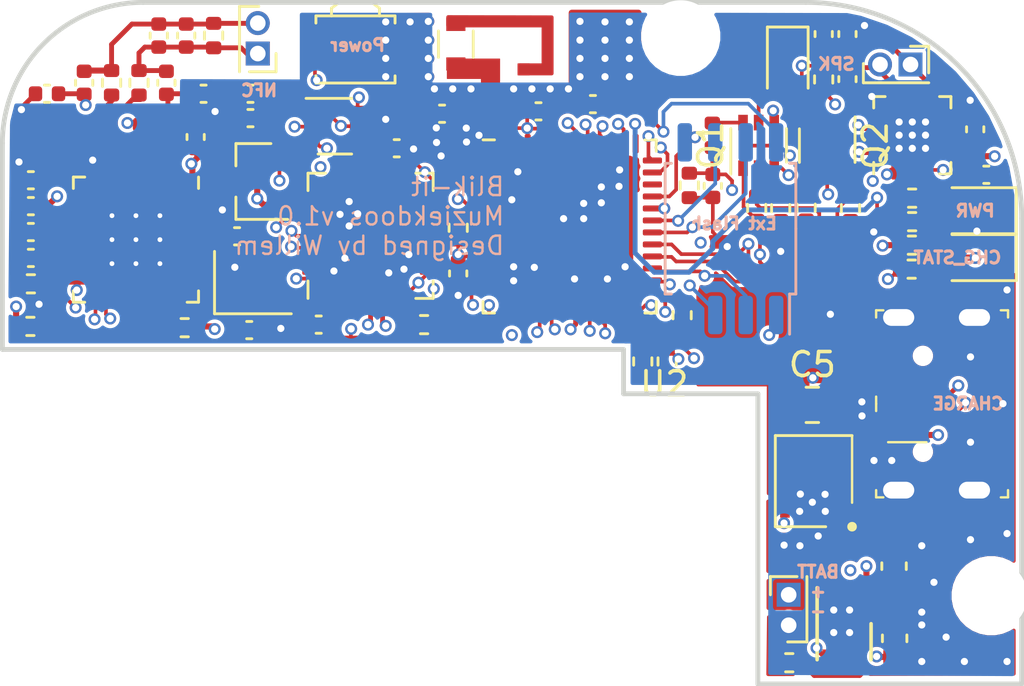
<source format=kicad_pcb>
(kicad_pcb (version 20171130) (host pcbnew "(5.1.9-0-10_14)")

  (general
    (thickness 1.6)
    (drawings 43)
    (tracks 1154)
    (zones 0)
    (modules 80)
    (nets 111)
  )

  (page A4)
  (layers
    (0 F.Cu signal hide)
    (1 In1.Cu signal hide)
    (2 In2.Cu signal hide)
    (31 B.Cu signal hide)
    (32 B.Adhes user hide)
    (33 F.Adhes user hide)
    (34 B.Paste user hide)
    (35 F.Paste user hide)
    (36 B.SilkS user hide)
    (37 F.SilkS user hide)
    (38 B.Mask user hide)
    (39 F.Mask user hide)
    (40 Dwgs.User user hide)
    (41 Cmts.User user hide)
    (42 Eco1.User user hide)
    (43 Eco2.User user hide)
    (44 Edge.Cuts user)
    (45 Margin user hide)
    (46 B.CrtYd user hide)
    (47 F.CrtYd user)
    (48 B.Fab user hide)
    (49 F.Fab user)
  )

  (setup
    (last_trace_width 0.1524)
    (user_trace_width 0.1524)
    (user_trace_width 0.2032)
    (trace_clearance 0.1524)
    (zone_clearance 0.1524)
    (zone_45_only no)
    (trace_min 0.14986)
    (via_size 0.5)
    (via_drill 0.3)
    (via_min_size 0.4)
    (via_min_drill 0.3)
    (user_via 0.5 0.3)
    (uvia_size 0.3)
    (uvia_drill 0.1)
    (uvias_allowed no)
    (uvia_min_size 0.2)
    (uvia_min_drill 0.1)
    (edge_width 0.05)
    (segment_width 0.2)
    (pcb_text_width 0.3)
    (pcb_text_size 1.5 1.5)
    (mod_edge_width 0.12)
    (mod_text_size 1 1)
    (mod_text_width 0.15)
    (pad_size 1 1)
    (pad_drill 0)
    (pad_to_mask_clearance 0)
    (aux_axis_origin 0 0)
    (visible_elements FFFFFF7F)
    (pcbplotparams
      (layerselection 0x010fc_ffffffff)
      (usegerberextensions false)
      (usegerberattributes true)
      (usegerberadvancedattributes true)
      (creategerberjobfile true)
      (excludeedgelayer true)
      (linewidth 0.100000)
      (plotframeref false)
      (viasonmask false)
      (mode 1)
      (useauxorigin false)
      (hpglpennumber 1)
      (hpglpenspeed 20)
      (hpglpendiameter 15.000000)
      (psnegative false)
      (psa4output false)
      (plotreference true)
      (plotvalue false)
      (plotinvisibletext false)
      (padsonsilk false)
      (subtractmaskfromsilk true)
      (outputformat 1)
      (mirror false)
      (drillshape 0)
      (scaleselection 1)
      (outputdirectory "OUTPUT"))
  )

  (net 0 "")
  (net 1 GND)
  (net 2 VBUS)
  (net 3 /CPU/ADC1_IN2)
  (net 4 +BATT)
  (net 5 /Power/PSU_BTN_RAW)
  (net 6 +3V3)
  (net 7 "Net-(C6-Pad2)")
  (net 8 "Net-(C7-Pad1)")
  (net 9 "Net-(C15-Pad1)")
  (net 10 "Net-(C16-Pad1)")
  (net 11 "Net-(C17-Pad2)")
  (net 12 "Net-(C20-Pad2)")
  (net 13 /I2S_DAC_AMP/SPK_OUT-)
  (net 14 /I2S_DAC_AMP/SPKOUT+)
  (net 15 /Power/CHG_STAT_LED)
  (net 16 /Power/CHG_5V_LED)
  (net 17 /Power/PSU_EN)
  (net 18 "Net-(L2-Pad2)")
  (net 19 /CPU/MEAS_EN)
  (net 20 /CPU/BTN_PWR)
  (net 21 /CPU/PW_HOLD)
  (net 22 /Power/PSU_EN_BUF)
  (net 23 /Power/CHG_PROG)
  (net 24 "Net-(R17-Pad1)")
  (net 25 "Net-(R18-Pad2)")
  (net 26 "Net-(R19-Pad2)")
  (net 27 /I2S_DAC_AMP/GAIN)
  (net 28 /I2S_DAC_AMP/I2S_SD_MODE)
  (net 29 /CPU/NFC_MISO)
  (net 30 /CPU/DAC_BCLK)
  (net 31 /CPU/DAC_LRCK)
  (net 32 /CPU/NFC_SPI_MOSI)
  (net 33 /CPU/NFC_SPI_SCK)
  (net 34 /CPU/NFC_SPI_CS)
  (net 35 /CPU/DAC_DATA)
  (net 36 "Net-(U3-Pad28)")
  (net 37 "Net-(U3-Pad27)")
  (net 38 "Net-(U3-Pad26)")
  (net 39 "Net-(U3-Pad25)")
  (net 40 "Net-(U3-Pad24)")
  (net 41 "Net-(U3-Pad23)")
  (net 42 "Net-(U3-Pad11)")
  (net 43 "Net-(U3-Pad10)")
  (net 44 "Net-(U3-Pad7)")
  (net 45 "Net-(U3-Pad4)")
  (net 46 "Net-(U3-Pad3)")
  (net 47 "Net-(L1-Pad2)")
  (net 48 "Net-(C23-Pad2)")
  (net 49 "Net-(R12-Pad2)")
  (net 50 "Net-(R15-Pad1)")
  (net 51 "Net-(U1-Pad7)")
  (net 52 /CPU/HALL_OUT)
  (net 53 /CPU/VDD_SDIO)
  (net 54 /CPU/ESP_RST)
  (net 55 /CPU/ESP_GPIO0)
  (net 56 /CPU/ESP_GPIO2)
  (net 57 /CPU/ESP_GPIO15)
  (net 58 /NFC/NFC_TX)
  (net 59 /NFC/NFC_RX)
  (net 60 "Net-(U4-Pad48)")
  (net 61 "Net-(U4-Pad47)")
  (net 62 "Net-(U4-Pad45)")
  (net 63 "Net-(U4-Pad44)")
  (net 64 "Net-(U4-Pad39)")
  (net 65 /CPU/ESP_SD1)
  (net 66 /CPU/ESP_SD0)
  (net 67 /CPU/ESP_CLK)
  (net 68 /CPU/ESP_CMD)
  (net 69 /CPU/ESP_GPIO17)
  (net 70 /CPU/SPIFLASH_CS)
  (net 71 "Net-(U4-Pad18)")
  (net 72 "Net-(U4-Pad13)")
  (net 73 "Net-(U4-Pad10)")
  (net 74 "Net-(U4-Pad8)")
  (net 75 "Net-(U4-Pad7)")
  (net 76 "Net-(U4-Pad6)")
  (net 77 "Net-(U10-Pad27)")
  (net 78 "Net-(U10-Pad23)")
  (net 79 "Net-(U10-Pad22)")
  (net 80 "Net-(U10-Pad21)")
  (net 81 "Net-(U10-Pad20)")
  (net 82 "Net-(U10-Pad19)")
  (net 83 "Net-(U10-Pad18)")
  (net 84 "Net-(U10-Pad17)")
  (net 85 "Net-(U10-Pad16)")
  (net 86 "Net-(U10-Pad15)")
  (net 87 "Net-(U10-Pad14)")
  (net 88 "Net-(U10-Pad13)")
  (net 89 "Net-(U10-Pad12)")
  (net 90 "Net-(U10-Pad11)")
  (net 91 "Net-(U10-Pad10)")
  (net 92 "Net-(U10-Pad2)")
  (net 93 "Net-(U10-Pad1)")
  (net 94 /programmer/CP_DTR)
  (net 95 /programmer/CP_RTS)
  (net 96 /CPU/ESP_TX)
  (net 97 /CPU/ESP_RX)
  (net 98 /CPU/WIFI_ANT)
  (net 99 /CPU/ESP_LNA_IN)
  (net 100 /programmer/CP_RST)
  (net 101 /CPU/A2)
  (net 102 "Net-(U4-Pad34)")
  (net 103 /Power/MCP_STAT)
  (net 104 /Power/USB_D-)
  (net 105 /Power/USB_D+)
  (net 106 "Net-(U4-Pad12)")
  (net 107 "Net-(Q1-Pad6)")
  (net 108 "Net-(U2-Pad2)")
  (net 109 /Power/Lx_L1)
  (net 110 "Net-(U4-Pad15)")

  (net_class Default "This is the default net class."
    (clearance 0.1524)
    (trace_width 0.1524)
    (via_dia 0.5)
    (via_drill 0.3)
    (uvia_dia 0.3)
    (uvia_drill 0.1)
    (add_net +3V3)
    (add_net +BATT)
    (add_net /CPU/A2)
    (add_net /CPU/ADC1_IN2)
    (add_net /CPU/BTN_PWR)
    (add_net /CPU/DAC_BCLK)
    (add_net /CPU/DAC_DATA)
    (add_net /CPU/DAC_LRCK)
    (add_net /CPU/ESP_CLK)
    (add_net /CPU/ESP_CMD)
    (add_net /CPU/ESP_GPIO0)
    (add_net /CPU/ESP_GPIO15)
    (add_net /CPU/ESP_GPIO17)
    (add_net /CPU/ESP_GPIO2)
    (add_net /CPU/ESP_LNA_IN)
    (add_net /CPU/ESP_RST)
    (add_net /CPU/ESP_RX)
    (add_net /CPU/ESP_SD0)
    (add_net /CPU/ESP_SD1)
    (add_net /CPU/ESP_TX)
    (add_net /CPU/HALL_OUT)
    (add_net /CPU/MEAS_EN)
    (add_net /CPU/NFC_MISO)
    (add_net /CPU/NFC_SPI_CS)
    (add_net /CPU/NFC_SPI_MOSI)
    (add_net /CPU/NFC_SPI_SCK)
    (add_net /CPU/PW_HOLD)
    (add_net /CPU/SPIFLASH_CS)
    (add_net /CPU/VDD_SDIO)
    (add_net /CPU/WIFI_ANT)
    (add_net /I2S_DAC_AMP/GAIN)
    (add_net /I2S_DAC_AMP/I2S_SD_MODE)
    (add_net /I2S_DAC_AMP/SPKOUT+)
    (add_net /I2S_DAC_AMP/SPK_OUT-)
    (add_net /NFC/NFC_RX)
    (add_net /NFC/NFC_TX)
    (add_net /Power/CHG_5V_LED)
    (add_net /Power/CHG_PROG)
    (add_net /Power/CHG_STAT_LED)
    (add_net /Power/Lx_L1)
    (add_net /Power/MCP_STAT)
    (add_net /Power/PSU_BTN_RAW)
    (add_net /Power/PSU_EN)
    (add_net /Power/PSU_EN_BUF)
    (add_net /Power/USB_D+)
    (add_net /Power/USB_D-)
    (add_net /programmer/CP_DTR)
    (add_net /programmer/CP_RST)
    (add_net /programmer/CP_RTS)
    (add_net GND)
    (add_net "Net-(C15-Pad1)")
    (add_net "Net-(C16-Pad1)")
    (add_net "Net-(C17-Pad2)")
    (add_net "Net-(C20-Pad2)")
    (add_net "Net-(C23-Pad2)")
    (add_net "Net-(C6-Pad2)")
    (add_net "Net-(C7-Pad1)")
    (add_net "Net-(L1-Pad2)")
    (add_net "Net-(L2-Pad2)")
    (add_net "Net-(Q1-Pad6)")
    (add_net "Net-(R12-Pad2)")
    (add_net "Net-(R15-Pad1)")
    (add_net "Net-(R17-Pad1)")
    (add_net "Net-(R18-Pad2)")
    (add_net "Net-(R19-Pad2)")
    (add_net "Net-(U1-Pad7)")
    (add_net "Net-(U10-Pad1)")
    (add_net "Net-(U10-Pad10)")
    (add_net "Net-(U10-Pad11)")
    (add_net "Net-(U10-Pad12)")
    (add_net "Net-(U10-Pad13)")
    (add_net "Net-(U10-Pad14)")
    (add_net "Net-(U10-Pad15)")
    (add_net "Net-(U10-Pad16)")
    (add_net "Net-(U10-Pad17)")
    (add_net "Net-(U10-Pad18)")
    (add_net "Net-(U10-Pad19)")
    (add_net "Net-(U10-Pad2)")
    (add_net "Net-(U10-Pad20)")
    (add_net "Net-(U10-Pad21)")
    (add_net "Net-(U10-Pad22)")
    (add_net "Net-(U10-Pad23)")
    (add_net "Net-(U10-Pad27)")
    (add_net "Net-(U2-Pad2)")
    (add_net "Net-(U3-Pad10)")
    (add_net "Net-(U3-Pad11)")
    (add_net "Net-(U3-Pad23)")
    (add_net "Net-(U3-Pad24)")
    (add_net "Net-(U3-Pad25)")
    (add_net "Net-(U3-Pad26)")
    (add_net "Net-(U3-Pad27)")
    (add_net "Net-(U3-Pad28)")
    (add_net "Net-(U3-Pad3)")
    (add_net "Net-(U3-Pad4)")
    (add_net "Net-(U3-Pad7)")
    (add_net "Net-(U4-Pad10)")
    (add_net "Net-(U4-Pad12)")
    (add_net "Net-(U4-Pad13)")
    (add_net "Net-(U4-Pad15)")
    (add_net "Net-(U4-Pad18)")
    (add_net "Net-(U4-Pad34)")
    (add_net "Net-(U4-Pad39)")
    (add_net "Net-(U4-Pad44)")
    (add_net "Net-(U4-Pad45)")
    (add_net "Net-(U4-Pad47)")
    (add_net "Net-(U4-Pad48)")
    (add_net "Net-(U4-Pad6)")
    (add_net "Net-(U4-Pad7)")
    (add_net "Net-(U4-Pad8)")
    (add_net VBUS)
  )

  (module Capacitor_SMD:C_0805_2012Metric (layer F.Cu) (tedit 5F68FEEE) (tstamp 6106F442)
    (at 74.94 80.74)
    (descr "Capacitor SMD 0805 (2012 Metric), square (rectangular) end terminal, IPC_7351 nominal, (Body size source: IPC-SM-782 page 76, https://www.pcb-3d.com/wordpress/wp-content/uploads/ipc-sm-782a_amendment_1_and_2.pdf, https://docs.google.com/spreadsheets/d/1BsfQQcO9C6DZCsRaXUlFlo91Tg2WpOkGARC1WS5S8t0/edit?usp=sharing), generated with kicad-footprint-generator")
    (tags capacitor)
    (path /60FE1698/615B2E33)
    (attr smd)
    (fp_text reference C5 (at 0 -1.68) (layer F.SilkS)
      (effects (font (size 1 1) (thickness 0.15)))
    )
    (fp_text value 10uF (at 0 1.68) (layer F.Fab) hide
      (effects (font (size 1 1) (thickness 0.15)))
    )
    (fp_line (start 1.7 0.98) (end -1.7 0.98) (layer F.CrtYd) (width 0.05))
    (fp_line (start 1.7 -0.98) (end 1.7 0.98) (layer F.CrtYd) (width 0.05))
    (fp_line (start -1.7 -0.98) (end 1.7 -0.98) (layer F.CrtYd) (width 0.05))
    (fp_line (start -1.7 0.98) (end -1.7 -0.98) (layer F.CrtYd) (width 0.05))
    (fp_line (start -0.261252 0.735) (end 0.261252 0.735) (layer F.SilkS) (width 0.12))
    (fp_line (start -0.261252 -0.735) (end 0.261252 -0.735) (layer F.SilkS) (width 0.12))
    (fp_line (start 1 0.625) (end -1 0.625) (layer F.Fab) (width 0.1))
    (fp_line (start 1 -0.625) (end 1 0.625) (layer F.Fab) (width 0.1))
    (fp_line (start -1 -0.625) (end 1 -0.625) (layer F.Fab) (width 0.1))
    (fp_line (start -1 0.625) (end -1 -0.625) (layer F.Fab) (width 0.1))
    (fp_text user %R (at 0 0) (layer F.Fab)
      (effects (font (size 0.5 0.5) (thickness 0.08)))
    )
    (pad 2 smd roundrect (at 0.95 0) (size 1 1.45) (layers F.Cu F.Paste F.Mask) (roundrect_rratio 0.25)
      (net 1 GND))
    (pad 1 smd roundrect (at -0.95 0) (size 1 1.45) (layers F.Cu F.Paste F.Mask) (roundrect_rratio 0.25)
      (net 6 +3V3))
    (model ${KISYS3DMOD}/Capacitor_SMD.3dshapes/C_0805_2012Metric.wrl
      (at (xyz 0 0 0))
      (scale (xyz 1 1 1))
      (rotate (xyz 0 0 0))
    )
  )

  (module Package_DFN_QFN:USP-9B01 (layer F.Cu) (tedit 614B2C09) (tstamp 614B1966)
    (at 73.96 82.64 180)
    (path /60FE1698/6148D543)
    (clearance 0.14986)
    (attr smd)
    (fp_text reference U2 (at 5.195 2.78) (layer F.SilkS)
      (effects (font (size 1 1) (thickness 0.15)))
    )
    (fp_text value XCL214B333DR (at 0.03 2.43) (layer F.Fab) hide
      (effects (font (size 0.254 0.254) (thickness 0.0635)))
    )
    (fp_line (start -2.286 -2.88) (end 0.214 -2.88) (layer Dwgs.User) (width 0.01))
    (fp_poly (pts (xy -1.436 -2.68) (xy -0.636 -2.68) (xy -0.636 -3) (xy -0.436 -3)
      (xy -0.436 -2.68) (xy -0.336 -2.68) (xy -0.336 -2.08) (xy -1.736 -2.08)
      (xy -1.736 -2.68) (xy -1.636 -2.68) (xy -1.636 -3) (xy -1.436 -3)) (layer F.Mask) (width 0.01))
    (fp_line (start -2.286 0.32) (end 0.214 0.32) (layer Dwgs.User) (width 0.01))
    (fp_line (start -2.286 -2.88) (end -2.286 0.32) (layer Dwgs.User) (width 0.01))
    (fp_poly (pts (xy -1.461 0.42) (xy -1.636 0.42) (xy -1.636 0.12) (xy -2.086 0.12)
      (xy -2.086 -0.405) (xy -2.386 -0.405) (xy -2.386 -0.605) (xy -1.461 -0.605)) (layer F.Mask) (width 0.01))
    (fp_line (start 0.214 -2.88) (end 0.214 0.32) (layer Dwgs.User) (width 0.01))
    (fp_poly (pts (xy 0.314 -0.405) (xy 0.014 -0.405) (xy 0.014 0.12) (xy -0.436 0.12)
      (xy -0.436 0.42) (xy -0.611 0.42) (xy -0.611 -0.605) (xy 0.314 -0.605)) (layer F.Mask) (width 0.01))
    (fp_line (start -2.636 -2.18) (end -2.636 0.62) (layer F.SilkS) (width 0.1))
    (fp_line (start -2.636 0.62) (end 0.564 0.62) (layer F.SilkS) (width 0.12))
    (fp_line (start 0.564 0.62) (end 0.564 -3.18) (layer F.SilkS) (width 0.12))
    (fp_line (start 0.564 -3.18) (end -1.536 -3.18) (layer F.SilkS) (width 0.12))
    (fp_circle (center -2.636 -3.18) (end -2.536 -3.18) (layer F.SilkS) (width 0.2))
    (fp_line (start 0.864 -3.48) (end -2.936 -3.48) (layer F.CrtYd) (width 0.12))
    (fp_line (start -2.936 -3.48) (end -2.936 0.82) (layer F.CrtYd) (width 0.12))
    (fp_line (start -2.936 0.82) (end 0.864 0.82) (layer F.CrtYd) (width 0.12))
    (fp_line (start 0.864 0.82) (end 0.864 -3.48) (layer F.CrtYd) (width 0.12))
    (fp_poly (pts (xy -0.436 -2.19) (xy -0.816 -2.19) (xy -0.816 -2.59) (xy -0.436 -2.59)) (layer F.Paste) (width 0.01))
    (fp_poly (pts (xy -1.286 -2.19) (xy -1.666 -2.19) (xy -1.666 -2.59) (xy -1.286 -2.59)) (layer F.Paste) (width 0.01))
    (fp_poly (pts (xy -0.086 -0.37) (xy -0.406 -0.37) (xy -0.406 -0.57) (xy -0.086 -0.57)) (layer F.Paste) (width 0.01))
    (fp_poly (pts (xy -1.676 -0.38) (xy -1.996 -0.38) (xy -1.996 -0.58) (xy -1.676 -0.58)) (layer F.Paste) (width 0.01))
    (fp_text user U2 (at -1.0335 -1.307 180) (layer F.Fab)
      (effects (font (size 1 1) (thickness 0.15)))
    )
    (pad 7 smd custom (at -1.066 -2.39 180) (size 0.325 0.4) (layers F.Cu F.Paste F.Mask)
      (net 1 GND)
      (options (clearance outline) (anchor rect))
      (primitives
        (gr_poly (pts
           (xy 0.83 0.88) (xy 0.28 0.88) (xy 0.28 1.09) (xy -0.22 1.09) (xy -0.22 0.88)
           (xy -0.77 0.88) (xy -0.77 -0.39) (xy -0.59 -0.39) (xy -0.59 -0.64) (xy -0.35 -0.64)
           (xy -0.35 -0.39) (xy 0.41 -0.39) (xy 0.41 -0.64) (xy 0.65 -0.64) (xy 0.65 -0.39)
           (xy 0.83 -0.39)) (width 0.01))
      ))
    (pad 9 smd custom (at -0.246 -0.12 180) (size 0.325 0.4) (layers F.Cu F.Paste F.Mask)
      (net 6 +3V3) (zone_connect 2)
      (options (clearance outline) (anchor rect))
      (primitives
        (gr_poly (pts
           (xy 0.36 -0.51) (xy 0.61 -0.51) (xy 0.61 -0.26) (xy 0.36 -0.26) (xy 0.36 0.34)
           (xy -0.14 0.34) (xy -0.14 0.59) (xy -0.39 0.59) (xy -0.39 -1.11) (xy 0.36 -1.11)
) (width 0.01))
      ))
    (pad 8 smd custom (at -1.836 -0.14 180) (size 0.325 0.4) (layers F.Cu F.Paste F.Mask)
      (net 109 /Power/Lx_L1) (zone_connect 2)
      (options (clearance outline) (anchor rect))
      (primitives
        (gr_poly (pts
           (xy -0.35 -0.24) (xy -0.6 -0.24) (xy -0.6 -0.49) (xy -0.35 -0.49) (xy -0.35 -1.09)
           (xy 0.4 -1.09) (xy 0.4 0.61) (xy 0.15 0.61) (xy 0.15 0.36) (xy -0.35 0.36)
) (width 0.01))
      ))
    (pad 1 smd rect (at -2.236 -2.6425 180) (size 0.4 0.325) (layers F.Cu F.Paste F.Mask)
      (net 4 +BATT))
    (pad 6 smd rect (at 0.164 -2.6425 180) (size 0.4 0.325) (layers F.Cu F.Paste F.Mask)
      (net 22 /Power/PSU_EN_BUF))
    (pad 2 smd rect (at -2.236 -2.18 180) (size 0.4 0.2) (layers F.Cu F.Paste F.Mask)
      (net 108 "Net-(U2-Pad2)"))
    (pad 3 smd rect (at -2.236 -1.7175 180) (size 0.4 0.325) (layers F.Cu F.Paste F.Mask)
      (net 109 /Power/Lx_L1))
    (pad 5 smd rect (at 0.164 -2.18 180) (size 0.4 0.2) (layers F.Cu F.Paste F.Mask)
      (net 1 GND))
    (pad 4 smd rect (at 0.164 -1.7175 180) (size 0.4 0.325) (layers F.Cu F.Paste F.Mask)
      (net 6 +3V3))
  )

  (module Package_TO_SOT_SMD:SOT-363_SC-70-6 (layer F.Cu) (tedit 5A02FF57) (tstamp 6147B9A0)
    (at 72.7 69.92 90)
    (descr "SOT-363, SC-70-6")
    (tags "SOT-363 SC-70-6")
    (path /60FE1698/614E105B)
    (attr smd)
    (fp_text reference Q1 (at 0 -2 90) (layer F.SilkS)
      (effects (font (size 1 1) (thickness 0.15)))
    )
    (fp_text value Q_Dual_PMOS_S1G1D2S2G2D1 (at 0 2 270) (layer F.Fab) hide
      (effects (font (size 1 1) (thickness 0.15)))
    )
    (fp_line (start -0.175 -1.1) (end -0.675 -0.6) (layer F.Fab) (width 0.1))
    (fp_line (start 0.675 1.1) (end -0.675 1.1) (layer F.Fab) (width 0.1))
    (fp_line (start 0.675 -1.1) (end 0.675 1.1) (layer F.Fab) (width 0.1))
    (fp_line (start -1.6 1.4) (end 1.6 1.4) (layer F.CrtYd) (width 0.05))
    (fp_line (start -0.675 -0.6) (end -0.675 1.1) (layer F.Fab) (width 0.1))
    (fp_line (start 0.675 -1.1) (end -0.175 -1.1) (layer F.Fab) (width 0.1))
    (fp_line (start -1.6 -1.4) (end 1.6 -1.4) (layer F.CrtYd) (width 0.05))
    (fp_line (start -1.6 -1.4) (end -1.6 1.4) (layer F.CrtYd) (width 0.05))
    (fp_line (start 1.6 1.4) (end 1.6 -1.4) (layer F.CrtYd) (width 0.05))
    (fp_line (start -0.7 1.16) (end 0.7 1.16) (layer F.SilkS) (width 0.12))
    (fp_line (start 0.7 -1.16) (end -1.2 -1.16) (layer F.SilkS) (width 0.12))
    (fp_text user %R (at 0 0) (layer F.Fab)
      (effects (font (size 0.5 0.5) (thickness 0.075)))
    )
    (pad 6 smd rect (at 0.95 -0.65 90) (size 0.65 0.4) (layers F.Cu F.Paste F.Mask)
      (net 107 "Net-(Q1-Pad6)"))
    (pad 4 smd rect (at 0.95 0.65 90) (size 0.65 0.4) (layers F.Cu F.Paste F.Mask)
      (net 4 +BATT))
    (pad 2 smd rect (at -0.95 0 90) (size 0.65 0.4) (layers F.Cu F.Paste F.Mask)
      (net 19 /CPU/MEAS_EN))
    (pad 5 smd rect (at 0.95 0 90) (size 0.65 0.4) (layers F.Cu F.Paste F.Mask)
      (net 17 /Power/PSU_EN))
    (pad 3 smd rect (at -0.95 0.65 90) (size 0.65 0.4) (layers F.Cu F.Paste F.Mask)
      (net 22 /Power/PSU_EN_BUF))
    (pad 1 smd rect (at -0.95 -0.65 90) (size 0.65 0.4) (layers F.Cu F.Paste F.Mask)
      (net 4 +BATT))
    (model ${KISYS3DMOD}/Package_TO_SOT_SMD.3dshapes/SOT-363_SC-70-6.wrl
      (at (xyz 0 0 0))
      (scale (xyz 1 1 1))
      (rotate (xyz 0 0 0))
    )
  )

  (module Package_TO_SOT_SMD:SOT-363_SC-70-6 (layer F.Cu) (tedit 5A02FF57) (tstamp 61479D7E)
    (at 75.56 69.93 270)
    (descr "SOT-363, SC-70-6")
    (tags "SOT-363 SC-70-6")
    (path /60FE1698/614CD58C)
    (attr smd)
    (fp_text reference Q2 (at 0 -2 90) (layer F.SilkS)
      (effects (font (size 1 1) (thickness 0.15)))
    )
    (fp_text value PMGD780SN (at 0 2 270) (layer F.Fab) hide
      (effects (font (size 1 1) (thickness 0.15)))
    )
    (fp_line (start -0.175 -1.1) (end -0.675 -0.6) (layer F.Fab) (width 0.1))
    (fp_line (start 0.675 1.1) (end -0.675 1.1) (layer F.Fab) (width 0.1))
    (fp_line (start 0.675 -1.1) (end 0.675 1.1) (layer F.Fab) (width 0.1))
    (fp_line (start -1.6 1.4) (end 1.6 1.4) (layer F.CrtYd) (width 0.05))
    (fp_line (start -0.675 -0.6) (end -0.675 1.1) (layer F.Fab) (width 0.1))
    (fp_line (start 0.675 -1.1) (end -0.175 -1.1) (layer F.Fab) (width 0.1))
    (fp_line (start -1.6 -1.4) (end 1.6 -1.4) (layer F.CrtYd) (width 0.05))
    (fp_line (start -1.6 -1.4) (end -1.6 1.4) (layer F.CrtYd) (width 0.05))
    (fp_line (start 1.6 1.4) (end 1.6 -1.4) (layer F.CrtYd) (width 0.05))
    (fp_line (start -0.7 1.16) (end 0.7 1.16) (layer F.SilkS) (width 0.12))
    (fp_line (start 0.7 -1.16) (end -1.2 -1.16) (layer F.SilkS) (width 0.12))
    (fp_text user %R (at 0 0) (layer F.Fab)
      (effects (font (size 0.5 0.5) (thickness 0.075)))
    )
    (pad 6 smd rect (at 0.95 -0.65 270) (size 0.65 0.4) (layers F.Cu F.Paste F.Mask)
      (net 20 /CPU/BTN_PWR))
    (pad 4 smd rect (at 0.95 0.65 270) (size 0.65 0.4) (layers F.Cu F.Paste F.Mask)
      (net 1 GND))
    (pad 2 smd rect (at -0.95 0 270) (size 0.65 0.4) (layers F.Cu F.Paste F.Mask)
      (net 5 /Power/PSU_BTN_RAW))
    (pad 5 smd rect (at 0.95 0 270) (size 0.65 0.4) (layers F.Cu F.Paste F.Mask)
      (net 21 /CPU/PW_HOLD))
    (pad 3 smd rect (at -0.95 0.65 270) (size 0.65 0.4) (layers F.Cu F.Paste F.Mask)
      (net 17 /Power/PSU_EN))
    (pad 1 smd rect (at -0.95 -0.65 270) (size 0.65 0.4) (layers F.Cu F.Paste F.Mask)
      (net 1 GND))
    (model ${KISYS3DMOD}/Package_TO_SOT_SMD.3dshapes/SOT-363_SC-70-6.wrl
      (at (xyz 0 0 0))
      (scale (xyz 1 1 1))
      (rotate (xyz 0 0 0))
    )
  )

  (module Package_DFN_QFN:QFN-28-1EP_5x5mm_P0.5mm_EP3.35x3.35mm (layer F.Cu) (tedit 5DC5F6A4) (tstamp 614786B5)
    (at 56.52 73.69 90)
    (descr "QFN, 28 Pin (http://ww1.microchip.com/downloads/en/PackagingSpec/00000049BQ.pdf#page=283), generated with kicad-footprint-generator ipc_noLead_generator.py")
    (tags "QFN NoLead")
    (path /613CB1D0/613CD9B7)
    (attr smd)
    (fp_text reference U10 (at 0 -3.8 90) (layer F.SilkS) hide
      (effects (font (size 1 1) (thickness 0.15)))
    )
    (fp_text value CP2109-InterfaceUSB (at 0 3.8 180) (layer F.Fab) hide
      (effects (font (size 1 1) (thickness 0.15)))
    )
    (fp_line (start 1.885 -2.61) (end 2.61 -2.61) (layer F.SilkS) (width 0.12))
    (fp_line (start 2.61 -2.61) (end 2.61 -1.885) (layer F.SilkS) (width 0.12))
    (fp_line (start -1.885 2.61) (end -2.61 2.61) (layer F.SilkS) (width 0.12))
    (fp_line (start -2.61 2.61) (end -2.61 1.885) (layer F.SilkS) (width 0.12))
    (fp_line (start 1.885 2.61) (end 2.61 2.61) (layer F.SilkS) (width 0.12))
    (fp_line (start 2.61 2.61) (end 2.61 1.885) (layer F.SilkS) (width 0.12))
    (fp_line (start -1.885 -2.61) (end -2.61 -2.61) (layer F.SilkS) (width 0.12))
    (fp_line (start -1.5 -2.5) (end 2.5 -2.5) (layer F.Fab) (width 0.1))
    (fp_line (start 2.5 -2.5) (end 2.5 2.5) (layer F.Fab) (width 0.1))
    (fp_line (start 2.5 2.5) (end -2.5 2.5) (layer F.Fab) (width 0.1))
    (fp_line (start -2.5 2.5) (end -2.5 -1.5) (layer F.Fab) (width 0.1))
    (fp_line (start -2.5 -1.5) (end -1.5 -2.5) (layer F.Fab) (width 0.1))
    (fp_line (start -3.1 -3.1) (end -3.1 3.1) (layer F.CrtYd) (width 0.05))
    (fp_line (start -3.1 3.1) (end 3.1 3.1) (layer F.CrtYd) (width 0.05))
    (fp_line (start 3.1 3.1) (end 3.1 -3.1) (layer F.CrtYd) (width 0.05))
    (fp_line (start 3.1 -3.1) (end -3.1 -3.1) (layer F.CrtYd) (width 0.05))
    (fp_text user %R (at 0 0 90) (layer F.Fab)
      (effects (font (size 1 1) (thickness 0.15)))
    )
    (pad "" smd roundrect (at 1.12 1.12 90) (size 0.9 0.9) (layers F.Paste) (roundrect_rratio 0.25))
    (pad "" smd roundrect (at 1.12 0 90) (size 0.9 0.9) (layers F.Paste) (roundrect_rratio 0.25))
    (pad "" smd roundrect (at 1.12 -1.12 90) (size 0.9 0.9) (layers F.Paste) (roundrect_rratio 0.25))
    (pad "" smd roundrect (at 0 1.12 90) (size 0.9 0.9) (layers F.Paste) (roundrect_rratio 0.25))
    (pad "" smd roundrect (at 0 0 90) (size 0.9 0.9) (layers F.Paste) (roundrect_rratio 0.25))
    (pad "" smd roundrect (at 0 -1.12 90) (size 0.9 0.9) (layers F.Paste) (roundrect_rratio 0.25))
    (pad "" smd roundrect (at -1.12 1.12 90) (size 0.9 0.9) (layers F.Paste) (roundrect_rratio 0.25))
    (pad "" smd roundrect (at -1.12 0 90) (size 0.9 0.9) (layers F.Paste) (roundrect_rratio 0.25))
    (pad "" smd roundrect (at -1.12 -1.12 90) (size 0.9 0.9) (layers F.Paste) (roundrect_rratio 0.25))
    (pad 29 smd rect (at 0 0 90) (size 3.35 3.35) (layers F.Cu F.Mask)
      (net 1 GND))
    (pad 28 smd roundrect (at -1.5 -2.45 90) (size 0.25 0.8) (layers F.Cu F.Paste F.Mask) (roundrect_rratio 0.25)
      (net 94 /programmer/CP_DTR))
    (pad 27 smd roundrect (at -1 -2.45 90) (size 0.25 0.8) (layers F.Cu F.Paste F.Mask) (roundrect_rratio 0.25)
      (net 77 "Net-(U10-Pad27)"))
    (pad 26 smd roundrect (at -0.5 -2.45 90) (size 0.25 0.8) (layers F.Cu F.Paste F.Mask) (roundrect_rratio 0.25)
      (net 97 /CPU/ESP_RX))
    (pad 25 smd roundrect (at 0 -2.45 90) (size 0.25 0.8) (layers F.Cu F.Paste F.Mask) (roundrect_rratio 0.25)
      (net 96 /CPU/ESP_TX))
    (pad 24 smd roundrect (at 0.5 -2.45 90) (size 0.25 0.8) (layers F.Cu F.Paste F.Mask) (roundrect_rratio 0.25)
      (net 95 /programmer/CP_RTS))
    (pad 23 smd roundrect (at 1 -2.45 90) (size 0.25 0.8) (layers F.Cu F.Paste F.Mask) (roundrect_rratio 0.25)
      (net 78 "Net-(U10-Pad23)"))
    (pad 22 smd roundrect (at 1.5 -2.45 90) (size 0.25 0.8) (layers F.Cu F.Paste F.Mask) (roundrect_rratio 0.25)
      (net 79 "Net-(U10-Pad22)"))
    (pad 21 smd roundrect (at 2.45 -1.5 90) (size 0.8 0.25) (layers F.Cu F.Paste F.Mask) (roundrect_rratio 0.25)
      (net 80 "Net-(U10-Pad21)"))
    (pad 20 smd roundrect (at 2.45 -1 90) (size 0.8 0.25) (layers F.Cu F.Paste F.Mask) (roundrect_rratio 0.25)
      (net 81 "Net-(U10-Pad20)"))
    (pad 19 smd roundrect (at 2.45 -0.5 90) (size 0.8 0.25) (layers F.Cu F.Paste F.Mask) (roundrect_rratio 0.25)
      (net 82 "Net-(U10-Pad19)"))
    (pad 18 smd roundrect (at 2.45 0 90) (size 0.8 0.25) (layers F.Cu F.Paste F.Mask) (roundrect_rratio 0.25)
      (net 83 "Net-(U10-Pad18)"))
    (pad 17 smd roundrect (at 2.45 0.5 90) (size 0.8 0.25) (layers F.Cu F.Paste F.Mask) (roundrect_rratio 0.25)
      (net 84 "Net-(U10-Pad17)"))
    (pad 16 smd roundrect (at 2.45 1 90) (size 0.8 0.25) (layers F.Cu F.Paste F.Mask) (roundrect_rratio 0.25)
      (net 85 "Net-(U10-Pad16)"))
    (pad 15 smd roundrect (at 2.45 1.5 90) (size 0.8 0.25) (layers F.Cu F.Paste F.Mask) (roundrect_rratio 0.25)
      (net 86 "Net-(U10-Pad15)"))
    (pad 14 smd roundrect (at 1.5 2.45 90) (size 0.25 0.8) (layers F.Cu F.Paste F.Mask) (roundrect_rratio 0.25)
      (net 87 "Net-(U10-Pad14)"))
    (pad 13 smd roundrect (at 1 2.45 90) (size 0.25 0.8) (layers F.Cu F.Paste F.Mask) (roundrect_rratio 0.25)
      (net 88 "Net-(U10-Pad13)"))
    (pad 12 smd roundrect (at 0.5 2.45 90) (size 0.25 0.8) (layers F.Cu F.Paste F.Mask) (roundrect_rratio 0.25)
      (net 89 "Net-(U10-Pad12)"))
    (pad 11 smd roundrect (at 0 2.45 90) (size 0.25 0.8) (layers F.Cu F.Paste F.Mask) (roundrect_rratio 0.25)
      (net 90 "Net-(U10-Pad11)"))
    (pad 10 smd roundrect (at -0.5 2.45 90) (size 0.25 0.8) (layers F.Cu F.Paste F.Mask) (roundrect_rratio 0.25)
      (net 91 "Net-(U10-Pad10)"))
    (pad 9 smd roundrect (at -1 2.45 90) (size 0.25 0.8) (layers F.Cu F.Paste F.Mask) (roundrect_rratio 0.25)
      (net 100 /programmer/CP_RST))
    (pad 8 smd roundrect (at -1.5 2.45 90) (size 0.25 0.8) (layers F.Cu F.Paste F.Mask) (roundrect_rratio 0.25)
      (net 2 VBUS))
    (pad 7 smd roundrect (at -2.45 1.5 90) (size 0.8 0.25) (layers F.Cu F.Paste F.Mask) (roundrect_rratio 0.25)
      (net 2 VBUS))
    (pad 6 smd roundrect (at -2.45 1 90) (size 0.8 0.25) (layers F.Cu F.Paste F.Mask) (roundrect_rratio 0.25)
      (net 6 +3V3))
    (pad 5 smd roundrect (at -2.45 0.5 90) (size 0.8 0.25) (layers F.Cu F.Paste F.Mask) (roundrect_rratio 0.25)
      (net 104 /Power/USB_D-))
    (pad 4 smd roundrect (at -2.45 0 90) (size 0.8 0.25) (layers F.Cu F.Paste F.Mask) (roundrect_rratio 0.25)
      (net 105 /Power/USB_D+))
    (pad 3 smd roundrect (at -2.45 -0.5 90) (size 0.8 0.25) (layers F.Cu F.Paste F.Mask) (roundrect_rratio 0.25)
      (net 1 GND))
    (pad 2 smd roundrect (at -2.45 -1 90) (size 0.8 0.25) (layers F.Cu F.Paste F.Mask) (roundrect_rratio 0.25)
      (net 92 "Net-(U10-Pad2)"))
    (pad 1 smd roundrect (at -2.45 -1.5 90) (size 0.8 0.25) (layers F.Cu F.Paste F.Mask) (roundrect_rratio 0.25)
      (net 93 "Net-(U10-Pad1)"))
    (model ${KISYS3DMOD}/Package_DFN_QFN.3dshapes/QFN-28-1EP_5x5mm_P0.5mm_EP3.35x3.35mm.wrl
      (at (xyz 0 0 0))
      (scale (xyz 1 1 1))
      (rotate (xyz 0 0 0))
    )
  )

  (module Resistor_SMD:R_0402_1005Metric (layer F.Cu) (tedit 5F68FEEE) (tstamp 61478244)
    (at 58.7502 77.3938)
    (descr "Resistor SMD 0402 (1005 Metric), square (rectangular) end terminal, IPC_7351 nominal, (Body size source: IPC-SM-782 page 72, https://www.pcb-3d.com/wordpress/wp-content/uploads/ipc-sm-782a_amendment_1_and_2.pdf), generated with kicad-footprint-generator")
    (tags resistor)
    (path /613CB1D0/613D252C)
    (attr smd)
    (fp_text reference R11 (at 0 -1.17) (layer F.SilkS) hide
      (effects (font (size 1 1) (thickness 0.15)))
    )
    (fp_text value 10K (at 0 1.17) (layer F.Fab) hide
      (effects (font (size 1 1) (thickness 0.15)))
    )
    (fp_line (start -0.525 0.27) (end -0.525 -0.27) (layer F.Fab) (width 0.1))
    (fp_line (start -0.525 -0.27) (end 0.525 -0.27) (layer F.Fab) (width 0.1))
    (fp_line (start 0.525 -0.27) (end 0.525 0.27) (layer F.Fab) (width 0.1))
    (fp_line (start 0.525 0.27) (end -0.525 0.27) (layer F.Fab) (width 0.1))
    (fp_line (start -0.153641 -0.38) (end 0.153641 -0.38) (layer F.SilkS) (width 0.12))
    (fp_line (start -0.153641 0.38) (end 0.153641 0.38) (layer F.SilkS) (width 0.12))
    (fp_line (start -0.93 0.47) (end -0.93 -0.47) (layer F.CrtYd) (width 0.05))
    (fp_line (start -0.93 -0.47) (end 0.93 -0.47) (layer F.CrtYd) (width 0.05))
    (fp_line (start 0.93 -0.47) (end 0.93 0.47) (layer F.CrtYd) (width 0.05))
    (fp_line (start 0.93 0.47) (end -0.93 0.47) (layer F.CrtYd) (width 0.05))
    (fp_text user %R (at 0 0) (layer F.Fab)
      (effects (font (size 0.26 0.26) (thickness 0.04)))
    )
    (pad 2 smd roundrect (at 0.51 0) (size 0.54 0.64) (layers F.Cu F.Paste F.Mask) (roundrect_rratio 0.25)
      (net 100 /programmer/CP_RST))
    (pad 1 smd roundrect (at -0.51 0) (size 0.54 0.64) (layers F.Cu F.Paste F.Mask) (roundrect_rratio 0.25)
      (net 6 +3V3))
    (model ${KISYS3DMOD}/Resistor_SMD.3dshapes/R_0402_1005Metric.wrl
      (at (xyz 0 0 0))
      (scale (xyz 1 1 1))
      (rotate (xyz 0 0 0))
    )
  )

  (module Package_TO_SOT_SMD:SOT-363_SC-70-6 (layer F.Cu) (tedit 5A02FF57) (tstamp 614780F3)
    (at 55.03 69.12)
    (descr "SOT-363, SC-70-6")
    (tags "SOT-363 SC-70-6")
    (path /613CB1D0/613D07FE)
    (attr smd)
    (fp_text reference Q5 (at 0 -2) (layer F.SilkS) hide
      (effects (font (size 1 1) (thickness 0.15)))
    )
    (fp_text value UMH3N (at 0 2 180) (layer F.Fab) hide
      (effects (font (size 1 1) (thickness 0.15)))
    )
    (fp_line (start 0.7 -1.16) (end -1.2 -1.16) (layer F.SilkS) (width 0.12))
    (fp_line (start -0.7 1.16) (end 0.7 1.16) (layer F.SilkS) (width 0.12))
    (fp_line (start 1.6 1.4) (end 1.6 -1.4) (layer F.CrtYd) (width 0.05))
    (fp_line (start -1.6 -1.4) (end -1.6 1.4) (layer F.CrtYd) (width 0.05))
    (fp_line (start -1.6 -1.4) (end 1.6 -1.4) (layer F.CrtYd) (width 0.05))
    (fp_line (start 0.675 -1.1) (end -0.175 -1.1) (layer F.Fab) (width 0.1))
    (fp_line (start -0.675 -0.6) (end -0.675 1.1) (layer F.Fab) (width 0.1))
    (fp_line (start -1.6 1.4) (end 1.6 1.4) (layer F.CrtYd) (width 0.05))
    (fp_line (start 0.675 -1.1) (end 0.675 1.1) (layer F.Fab) (width 0.1))
    (fp_line (start 0.675 1.1) (end -0.675 1.1) (layer F.Fab) (width 0.1))
    (fp_line (start -0.175 -1.1) (end -0.675 -0.6) (layer F.Fab) (width 0.1))
    (fp_text user %R (at 0 0 90) (layer F.Fab)
      (effects (font (size 0.5 0.5) (thickness 0.075)))
    )
    (pad 6 smd rect (at 0.95 -0.65) (size 0.65 0.4) (layers F.Cu F.Paste F.Mask)
      (net 54 /CPU/ESP_RST))
    (pad 4 smd rect (at 0.95 0.65) (size 0.65 0.4) (layers F.Cu F.Paste F.Mask)
      (net 94 /programmer/CP_DTR))
    (pad 2 smd rect (at -0.95 0) (size 0.65 0.4) (layers F.Cu F.Paste F.Mask)
      (net 94 /programmer/CP_DTR))
    (pad 5 smd rect (at 0.95 0) (size 0.65 0.4) (layers F.Cu F.Paste F.Mask)
      (net 95 /programmer/CP_RTS))
    (pad 3 smd rect (at -0.95 0.65) (size 0.65 0.4) (layers F.Cu F.Paste F.Mask)
      (net 55 /CPU/ESP_GPIO0))
    (pad 1 smd rect (at -0.95 -0.65) (size 0.65 0.4) (layers F.Cu F.Paste F.Mask)
      (net 95 /programmer/CP_RTS))
    (model ${KISYS3DMOD}/Package_TO_SOT_SMD.3dshapes/SOT-363_SC-70-6.wrl
      (at (xyz 0 0 0))
      (scale (xyz 1 1 1))
      (rotate (xyz 0 0 0))
    )
  )

  (module Capacitor_SMD:C_0402_1005Metric (layer F.Cu) (tedit 5F68FEEE) (tstamp 61477DF3)
    (at 54.356 77.3938)
    (descr "Capacitor SMD 0402 (1005 Metric), square (rectangular) end terminal, IPC_7351 nominal, (Body size source: IPC-SM-782 page 76, https://www.pcb-3d.com/wordpress/wp-content/uploads/ipc-sm-782a_amendment_1_and_2.pdf), generated with kicad-footprint-generator")
    (tags capacitor)
    (path /613CB1D0/613DB9EC)
    (attr smd)
    (fp_text reference C29 (at 0 -1.16) (layer F.SilkS) hide
      (effects (font (size 1 1) (thickness 0.15)))
    )
    (fp_text value 100nF (at 0 1.16) (layer F.Fab) hide
      (effects (font (size 1 1) (thickness 0.15)))
    )
    (fp_line (start -0.5 0.25) (end -0.5 -0.25) (layer F.Fab) (width 0.1))
    (fp_line (start -0.5 -0.25) (end 0.5 -0.25) (layer F.Fab) (width 0.1))
    (fp_line (start 0.5 -0.25) (end 0.5 0.25) (layer F.Fab) (width 0.1))
    (fp_line (start 0.5 0.25) (end -0.5 0.25) (layer F.Fab) (width 0.1))
    (fp_line (start -0.107836 -0.36) (end 0.107836 -0.36) (layer F.SilkS) (width 0.12))
    (fp_line (start -0.107836 0.36) (end 0.107836 0.36) (layer F.SilkS) (width 0.12))
    (fp_line (start -0.91 0.46) (end -0.91 -0.46) (layer F.CrtYd) (width 0.05))
    (fp_line (start -0.91 -0.46) (end 0.91 -0.46) (layer F.CrtYd) (width 0.05))
    (fp_line (start 0.91 -0.46) (end 0.91 0.46) (layer F.CrtYd) (width 0.05))
    (fp_line (start 0.91 0.46) (end -0.91 0.46) (layer F.CrtYd) (width 0.05))
    (fp_text user %R (at 0 0) (layer F.Fab)
      (effects (font (size 0.25 0.25) (thickness 0.04)))
    )
    (pad 2 smd roundrect (at 0.48 0) (size 0.56 0.62) (layers F.Cu F.Paste F.Mask) (roundrect_rratio 0.25)
      (net 1 GND))
    (pad 1 smd roundrect (at -0.48 0) (size 0.56 0.62) (layers F.Cu F.Paste F.Mask) (roundrect_rratio 0.25)
      (net 6 +3V3))
    (model ${KISYS3DMOD}/Capacitor_SMD.3dshapes/C_0402_1005Metric.wrl
      (at (xyz 0 0 0))
      (scale (xyz 1 1 1))
      (rotate (xyz 0 0 0))
    )
  )

  (module Connector_PinHeader_1.27mm:PinHeader_1x02_P1.27mm_Vertical_small_CrtYd (layer F.Cu) (tedit 6140FD46) (tstamp 610A5EAA)
    (at 79.0321 66.548 270)
    (descr "Through hole straight pin header, 1x02, 1.27mm pitch, single row")
    (tags "Through hole pin header THT 1x02 1.27mm single row")
    (path /611410AC)
    (fp_text reference J3 (at 0 -1.695 90) (layer F.SilkS) hide
      (effects (font (size 1 1) (thickness 0.15)))
    )
    (fp_text value Conn_01x02 (at 0 2.965 90) (layer F.Fab) hide
      (effects (font (size 1 1) (thickness 0.15)))
    )
    (fp_line (start -0.254 -0.635) (end 0.762 -0.635) (layer F.Fab) (width 0.1))
    (fp_line (start 0.762 -0.635) (end 0.762 1.905) (layer F.Fab) (width 0.1))
    (fp_line (start 0.762 1.905) (end -0.762 1.905) (layer F.Fab) (width 0.1))
    (fp_line (start -0.762 1.905) (end -0.762 -0.11) (layer F.Fab) (width 0.1))
    (fp_line (start -0.762 -0.11) (end -0.237 -0.635) (layer F.Fab) (width 0.1))
    (fp_line (start -0.04047 1.965) (end 0.762 1.965) (layer F.SilkS) (width 0.12))
    (fp_line (start 0.762 -0.762) (end 0.762 1.965) (layer F.SilkS) (width 0.12))
    (fp_line (start -0.762 0) (end -0.762 -0.76) (layer F.SilkS) (width 0.12))
    (fp_line (start -0.762 -0.76) (end 0.348 -0.76) (layer F.SilkS) (width 0.12))
    (fp_line (start -0.762 -0.762) (end -0.762 2.032) (layer F.CrtYd) (width 0.05))
    (fp_line (start -0.762 2.032) (end 0.762 2.032) (layer F.CrtYd) (width 0.05))
    (fp_line (start 0.762 2.032) (end 0.762 -0.762) (layer F.CrtYd) (width 0.05))
    (fp_line (start 0.762 -0.762) (end -0.762 -0.762) (layer F.CrtYd) (width 0.05))
    (fp_text user %R (at 0 0.635) (layer F.Fab)
      (effects (font (size 0.5 0.5) (thickness 0.07)))
    )
    (pad 2 thru_hole oval (at 0 1.27 270) (size 1 1) (drill 0.65) (layers *.Cu *.Mask)
      (net 13 /I2S_DAC_AMP/SPK_OUT-))
    (pad 1 thru_hole rect (at 0 0 270) (size 1 1) (drill 0.65) (layers *.Cu *.Mask)
      (net 14 /I2S_DAC_AMP/SPKOUT+))
    (model ${KISYS3DMOD}/Connector_PinHeader_1.27mm.3dshapes/PinHeader_1x02_P1.27mm_Vertical.wrl
      (at (xyz 0 0 0))
      (scale (xyz 1 1 1))
      (rotate (xyz 0 0 0))
    )
  )

  (module Connector_PinHeader_1.27mm:PinHeader_1x02_P1.27mm_Vertical_small_CrtYd (layer F.Cu) (tedit 6140FD46) (tstamp 614291E7)
    (at 73.9521 88.6587)
    (descr "Through hole straight pin header, 1x02, 1.27mm pitch, single row")
    (tags "Through hole pin header THT 1x02 1.27mm single row")
    (path /60FE1698/61145089)
    (fp_text reference J1 (at 0 -1.695) (layer F.SilkS) hide
      (effects (font (size 1 1) (thickness 0.15)))
    )
    (fp_text value Conn_01x02 (at 0 2.965) (layer F.Fab) hide
      (effects (font (size 1 1) (thickness 0.15)))
    )
    (fp_line (start -0.254 -0.635) (end 0.762 -0.635) (layer F.Fab) (width 0.1))
    (fp_line (start 0.762 -0.635) (end 0.762 1.905) (layer F.Fab) (width 0.1))
    (fp_line (start 0.762 1.905) (end -0.762 1.905) (layer F.Fab) (width 0.1))
    (fp_line (start -0.762 1.905) (end -0.762 -0.11) (layer F.Fab) (width 0.1))
    (fp_line (start -0.762 -0.11) (end -0.237 -0.635) (layer F.Fab) (width 0.1))
    (fp_line (start -0.04047 1.965) (end 0.762 1.965) (layer F.SilkS) (width 0.12))
    (fp_line (start 0.762 -0.762) (end 0.762 1.965) (layer F.SilkS) (width 0.12))
    (fp_line (start -0.762 0) (end -0.762 -0.76) (layer F.SilkS) (width 0.12))
    (fp_line (start -0.762 -0.76) (end 0.348 -0.76) (layer F.SilkS) (width 0.12))
    (fp_line (start -0.762 -0.762) (end -0.762 2.032) (layer F.CrtYd) (width 0.05))
    (fp_line (start -0.762 2.032) (end 0.762 2.032) (layer F.CrtYd) (width 0.05))
    (fp_line (start 0.762 2.032) (end 0.762 -0.762) (layer F.CrtYd) (width 0.05))
    (fp_line (start 0.762 -0.762) (end -0.762 -0.762) (layer F.CrtYd) (width 0.05))
    (fp_text user %R (at 0 0.635 90) (layer F.Fab)
      (effects (font (size 1 1) (thickness 0.15)))
    )
    (pad 2 thru_hole oval (at 0 1.27) (size 1 1) (drill 0.65) (layers *.Cu *.Mask)
      (net 1 GND))
    (pad 1 thru_hole rect (at 0 0) (size 1 1) (drill 0.65) (layers *.Cu *.Mask)
      (net 4 +BATT))
    (model ${KISYS3DMOD}/Connector_PinHeader_1.27mm.3dshapes/PinHeader_1x02_P1.27mm_Vertical.wrl
      (at (xyz 0 0 0))
      (scale (xyz 1 1 1))
      (rotate (xyz 0 0 0))
    )
  )

  (module MountingHole:MountingHole_3mm (layer F.Cu) (tedit 56D1B4CB) (tstamp 61429166)
    (at 82.3976 88.6968)
    (descr "Mounting Hole 3mm, no annular")
    (tags "mounting hole 3mm no annular")
    (path /6115AFF4)
    (attr virtual)
    (fp_text reference M2 (at 0 -4) (layer F.SilkS) hide
      (effects (font (size 1 1) (thickness 0.15)))
    )
    (fp_text value MOUNTINGHOLE3.0 (at 0 4) (layer F.Fab) hide
      (effects (font (size 1 1) (thickness 0.15)))
    )
    (fp_circle (center 0 0) (end 3 0) (layer Cmts.User) (width 0.15))
    (fp_circle (center 0 0) (end 3.25 0) (layer F.CrtYd) (width 0.05))
    (fp_text user %R (at 0.3 0) (layer F.Fab) hide
      (effects (font (size 1 1) (thickness 0.15)))
    )
    (pad 1 np_thru_hole circle (at 0 0) (size 3 3) (drill 3) (layers *.Cu *.Mask))
  )

  (module Connector_PinHeader_1.27mm:PinHeader_1x02_P1.27mm_Vertical_small_CrtYd (layer F.Cu) (tedit 6140FD46) (tstamp 61417991)
    (at 51.816 66.0908 180)
    (descr "Through hole straight pin header, 1x02, 1.27mm pitch, single row")
    (tags "Through hole pin header THT 1x02 1.27mm single row")
    (path /60FE21EE/610ABF7F)
    (fp_text reference J4 (at 0 -1.695) (layer F.SilkS) hide
      (effects (font (size 1 1) (thickness 0.15)))
    )
    (fp_text value Conn_01x02 (at 0 2.965) (layer F.Fab) hide
      (effects (font (size 1 1) (thickness 0.15)))
    )
    (fp_line (start 0.762 -0.762) (end -0.762 -0.762) (layer F.CrtYd) (width 0.05))
    (fp_line (start 0.762 2.032) (end 0.762 -0.762) (layer F.CrtYd) (width 0.05))
    (fp_line (start -0.762 2.032) (end 0.762 2.032) (layer F.CrtYd) (width 0.05))
    (fp_line (start -0.762 -0.762) (end -0.762 2.032) (layer F.CrtYd) (width 0.05))
    (fp_line (start -0.762 -0.76) (end 0.348 -0.76) (layer F.SilkS) (width 0.12))
    (fp_line (start -0.762 0) (end -0.762 -0.76) (layer F.SilkS) (width 0.12))
    (fp_line (start 0.762 -0.762) (end 0.762 1.965) (layer F.SilkS) (width 0.12))
    (fp_line (start -0.04047 1.965) (end 0.762 1.965) (layer F.SilkS) (width 0.12))
    (fp_line (start -0.762 -0.11) (end -0.237 -0.635) (layer F.Fab) (width 0.1))
    (fp_line (start -0.762 1.905) (end -0.762 -0.11) (layer F.Fab) (width 0.1))
    (fp_line (start 0.762 1.905) (end -0.762 1.905) (layer F.Fab) (width 0.1))
    (fp_line (start 0.762 -0.635) (end 0.762 1.905) (layer F.Fab) (width 0.1))
    (fp_line (start -0.254 -0.635) (end 0.762 -0.635) (layer F.Fab) (width 0.1))
    (fp_text user %R (at 0 0.635 90) (layer F.Fab)
      (effects (font (size 1 1) (thickness 0.15)))
    )
    (pad 2 thru_hole oval (at 0 1.27 180) (size 1 1) (drill 0.65) (layers *.Cu *.Mask)
      (net 48 "Net-(C23-Pad2)"))
    (pad 1 thru_hole rect (at 0 0 180) (size 1 1) (drill 0.65) (layers *.Cu *.Mask)
      (net 12 "Net-(C20-Pad2)"))
    (model ${KISYS3DMOD}/Connector_PinHeader_1.27mm.3dshapes/PinHeader_1x02_P1.27mm_Vertical.wrl
      (at (xyz 0 0 0))
      (scale (xyz 1 1 1))
      (rotate (xyz 0 0 0))
    )
  )

  (module MySymbols:AntennaTrace (layer F.Cu) (tedit 5E3EAB2D) (tstamp 61444C1C)
    (at 62.9 66.75)
    (path /60FFCEAC/614111A0)
    (fp_text reference J9 (at 0 2.3) (layer F.SilkS) hide
      (effects (font (size 1 1) (thickness 0.15)))
    )
    (fp_text value Conn_01x01 (at 0 -1.975) (layer F.Fab) hide
      (effects (font (size 1 1) (thickness 0.15)))
    )
    (pad 1 smd rect (at 0 0) (size 0.5 0.5) (layers F.Cu)
      (net 101 /CPU/A2))
  )

  (module "MySymbols:wifi antenna" (layer F.Cu) (tedit 5E39D8CF) (tstamp 61444C02)
    (at 60.075 65.7 90)
    (path /60FFCEAC/6133A7B9)
    (fp_text reference ANT1 (at 0 1.875 90) (layer F.SilkS) hide
      (effects (font (size 1 1) (thickness 0.15)))
    )
    (fp_text value 2450AT18A100E (at 0 -1.825 90) (layer F.Fab) hide
      (effects (font (size 1 1) (thickness 0.15)))
    )
    (fp_line (start -1.6 0.9) (end 1.6 0.9) (layer F.CrtYd) (width 0.05))
    (fp_line (start -1.6 -0.9) (end -1.6 0.9) (layer F.CrtYd) (width 0.05))
    (fp_line (start 1.6 -0.9) (end -1.6 -0.9) (layer F.CrtYd) (width 0.05))
    (fp_line (start 1.6 0.9) (end 1.6 -0.9) (layer F.CrtYd) (width 0.05))
    (fp_line (start 0.55 0.725) (end -0.55 0.725) (layer F.SilkS) (width 0.12))
    (fp_line (start -0.55 -0.725) (end 0.55 -0.725) (layer F.SilkS) (width 0.12))
    (fp_text user ANT1 (at 0 0 90) (layer F.Fab)
      (effects (font (size 0.5 0.5) (thickness 0.0762)))
    )
    (pad 1 smd rect (at -0.825 0 90) (size 0.55 0.8) (layers F.Cu F.Paste F.Mask)
      (net 98 /CPU/WIFI_ANT))
    (pad 2 smd rect (at 0.825 0 90) (size 0.55 0.8) (layers F.Cu F.Paste F.Mask)
      (net 101 /CPU/A2))
    (model ${KISYS3DMOD}/RF_Antenna.3dshapes/Johanson_2450AT18x100.step
      (at (xyz 0 0 0))
      (scale (xyz 0.6 0.7 0.0001))
      (rotate (xyz 0 0 0))
    )
  )

  (module MySymbols:USB_Micro_B_Female (layer F.Cu) (tedit 6054B134) (tstamp 6141CD2C)
    (at 81.6991 80.6958 90)
    (descr https://cdn.amphenol-icc.com/media/wysiwyg/files/drawing/10103594.pdf)
    (path /60FE1698/6143D9E0)
    (attr smd)
    (fp_text reference J2 (at 0.1524 -5.59054 180) (layer F.SilkS) hide
      (effects (font (size 1 1) (thickness 0.15)))
    )
    (fp_text value USB_B_Micro (at -0.22098 3.5941 90) (layer F.Fab) hide
      (effects (font (size 1 1) (thickness 0.15)))
    )
    (fp_line (start 3.75 2.15) (end -3.75 2.15) (layer F.SilkS) (width 0.12))
    (fp_line (start -3.75 -3.97) (end -3.75 1.29) (layer F.Fab) (width 0.1))
    (fp_line (start -3.75 -3.97) (end 3.75 -3.97) (layer F.Fab) (width 0.1))
    (fp_line (start 3.75 -3.97) (end 3.75 1.29) (layer F.Fab) (width 0.1))
    (fp_line (start -3.75 1.29) (end 3.75 1.29) (layer F.Fab) (width 0.1))
    (fp_line (start 3.9 -4.1) (end 3.9 -3.8) (layer F.SilkS) (width 0.1))
    (fp_line (start 3.9 -4.1) (end 3.6 -4.1) (layer F.SilkS) (width 0.1))
    (fp_line (start -3.9 -4.1) (end -3.9 -3.8) (layer F.SilkS) (width 0.1))
    (fp_line (start -3.9 -4.1) (end -3.6 -4.1) (layer F.SilkS) (width 0.1))
    (fp_line (start -3.9 1.4) (end -3.6 1.4) (layer F.SilkS) (width 0.1))
    (fp_line (start -3.9 1.4) (end -3.9 1.1) (layer F.SilkS) (width 0.1))
    (fp_line (start 3.9 1.4) (end 3.6 1.4) (layer F.SilkS) (width 0.1))
    (fp_line (start 3.9 1.4) (end 3.9 1.1) (layer F.SilkS) (width 0.1))
    (fp_line (start 0 -4.1) (end -0.3 -4.1) (layer F.SilkS) (width 0.1))
    (fp_line (start 0 -4.1) (end 0.3 -4.1) (layer F.SilkS) (width 0.1))
    (fp_line (start -1.6 -3.6) (end -1.6 -2) (layer F.SilkS) (width 0.1))
    (fp_line (start -4.68 1.75) (end -4.68 -4.22) (layer F.CrtYd) (width 0.05))
    (fp_line (start -4.68 1.75) (end 4.68 1.75) (layer F.CrtYd) (width 0.05))
    (fp_line (start -4.68 -4.22) (end 4.68 -4.22) (layer F.CrtYd) (width 0.05))
    (fp_line (start 4.68 1.75) (end 4.68 -4.22) (layer F.CrtYd) (width 0.05))
    (fp_line (start -4.5 1.3) (end -4.5 2.5) (layer Dwgs.User) (width 0.12))
    (fp_line (start -4.5 2.5) (end 4.5 2.5) (layer Dwgs.User) (width 0.12))
    (fp_line (start 4.5 2.5) (end 4.5 1.3) (layer Dwgs.User) (width 0.12))
    (fp_text user J2 (at 0 0 90) (layer F.Fab)
      (effects (font (size 1 1) (thickness 0.15)))
    )
    (pad SH smd rect (at -1.5 1.15 90) (size 1 1) (layers F.Cu F.Paste F.Mask)
      (net 1 GND))
    (pad 1 smd rect (at -1.3 -3.16 90) (size 0.4 2.15) (layers F.Cu F.Paste F.Mask)
      (net 2 VBUS))
    (pad SH thru_hole rect (at -3.6 -3.16 90) (size 2 1.8) (drill oval 0.7 1.3 (offset -0.2 0)) (layers *.Cu *.Mask)
      (net 1 GND))
    (pad SH thru_hole oval (at -3.6 0 90) (size 1.3 2.15) (drill oval 0.7 1.3) (layers *.Cu *.Mask)
      (net 1 GND))
    (pad SH thru_hole rect (at 3.6 -3.16 270) (size 2 1.8) (drill oval 0.7 1.3 (offset -0.2 0)) (layers *.Cu *.Mask)
      (net 1 GND))
    (pad SH thru_hole oval (at 3.6 0 90) (size 1.3 2.15) (drill oval 0.7 1.3) (layers *.Cu *.Mask)
      (net 1 GND))
    (pad "" np_thru_hole circle (at -2 -2.15 90) (size 0.55 0.55) (drill 0.55) (layers *.Cu *.Mask))
    (pad "" np_thru_hole circle (at 2 -2.15 90) (size 0.55 0.55) (drill 0.55) (layers *.Cu *.Mask))
    (pad SH smd rect (at 1.5 1.15 90) (size 1 1) (layers F.Cu F.Paste F.Mask)
      (net 1 GND))
    (pad 2 smd rect (at -0.65 -3.16 90) (size 0.4 2.15) (layers F.Cu F.Paste F.Mask)
      (net 104 /Power/USB_D-))
    (pad 3 smd rect (at 0 -3.16 90) (size 0.4 2.15) (layers F.Cu F.Paste F.Mask)
      (net 105 /Power/USB_D+))
    (pad 4 smd rect (at 0.65 -3.16 90) (size 0.4 2.15) (layers F.Cu F.Paste F.Mask)
      (net 1 GND))
    (pad 5 smd rect (at 1.3 -3.16 90) (size 0.4 2.15) (layers F.Cu F.Paste F.Mask)
      (net 1 GND))
    (model ${KISYS3DMOD}/Connector_USB.3dshapes/USB_Micro-B_Molex_47346-0001.step
      (offset (xyz 0 1.5 0))
      (scale (xyz 1 1 1))
      (rotate (xyz 0 0 0))
    )
  )

  (module Package_TO_SOT_SMD:SOT-23 (layer F.Cu) (tedit 5A02FF57) (tstamp 61417952)
    (at 51.6636 71.4248 180)
    (descr "SOT-23, Standard")
    (tags SOT-23)
    (path /60FFCEAC/610E83A7)
    (attr smd)
    (fp_text reference U8 (at 0 -2.5) (layer F.SilkS) hide
      (effects (font (size 1 1) (thickness 0.15)))
    )
    (fp_text value DRV5055A3xDBZxQ1 (at 0 2.5) (layer F.Fab) hide
      (effects (font (size 1 1) (thickness 0.15)))
    )
    (fp_line (start 0.76 1.58) (end -0.7 1.58) (layer F.SilkS) (width 0.12))
    (fp_line (start 0.76 -1.58) (end -1.4 -1.58) (layer F.SilkS) (width 0.12))
    (fp_line (start -1.7 1.75) (end -1.7 -1.75) (layer F.CrtYd) (width 0.05))
    (fp_line (start 1.7 1.75) (end -1.7 1.75) (layer F.CrtYd) (width 0.05))
    (fp_line (start 1.7 -1.75) (end 1.7 1.75) (layer F.CrtYd) (width 0.05))
    (fp_line (start -1.7 -1.75) (end 1.7 -1.75) (layer F.CrtYd) (width 0.05))
    (fp_line (start 0.76 -1.58) (end 0.76 -0.65) (layer F.SilkS) (width 0.12))
    (fp_line (start 0.76 1.58) (end 0.76 0.65) (layer F.SilkS) (width 0.12))
    (fp_line (start -0.7 1.52) (end 0.7 1.52) (layer F.Fab) (width 0.1))
    (fp_line (start 0.7 -1.52) (end 0.7 1.52) (layer F.Fab) (width 0.1))
    (fp_line (start -0.7 -0.95) (end -0.15 -1.52) (layer F.Fab) (width 0.1))
    (fp_line (start -0.15 -1.52) (end 0.7 -1.52) (layer F.Fab) (width 0.1))
    (fp_line (start -0.7 -0.95) (end -0.7 1.5) (layer F.Fab) (width 0.1))
    (fp_text user %R (at 0 0 180) (layer F.Fab)
      (effects (font (size 0.508 0.508) (thickness 0.0762)))
    )
    (pad 3 smd rect (at 1 0 180) (size 0.9 0.8) (layers F.Cu F.Paste F.Mask)
      (net 1 GND))
    (pad 2 smd rect (at -1 0.95 180) (size 0.9 0.8) (layers F.Cu F.Paste F.Mask)
      (net 52 /CPU/HALL_OUT))
    (pad 1 smd rect (at -1 -0.95 180) (size 0.9 0.8) (layers F.Cu F.Paste F.Mask)
      (net 6 +3V3))
    (model ${KISYS3DMOD}/Package_TO_SOT_SMD.3dshapes/SOT-23.wrl
      (at (xyz 0 0 0))
      (scale (xyz 1 1 1))
      (rotate (xyz 0 0 0))
    )
  )

  (module Package_DFN_QFN:QFN-48-1EP_7x7mm_P0.5mm_EP5.3x5.3mm locked (layer F.Cu) (tedit 5DC5F6A5) (tstamp 61435911)
    (at 64.8208 73.3)
    (descr "QFN, 48 Pin (https://www.trinamic.com/fileadmin/assets/Products/ICs_Documents/TMC2041_datasheet.pdf#page=62), generated with kicad-footprint-generator ipc_noLead_generator.py")
    (tags "QFN NoLead")
    (path /60FFCEAC/613C5900)
    (clearance 0.0254)
    (attr smd)
    (fp_text reference U4 (at 0 -4.8) (layer F.SilkS) hide
      (effects (font (size 1 1) (thickness 0.15)))
    )
    (fp_text value RF_Module_ESP32-PICO-D4 (at 0 4.8) (layer F.Fab) hide
      (effects (font (size 1 1) (thickness 0.15)))
    )
    (fp_line (start 4.1 -4.1) (end -4.1 -4.1) (layer F.CrtYd) (width 0.05))
    (fp_line (start 4.1 4.1) (end 4.1 -4.1) (layer F.CrtYd) (width 0.05))
    (fp_line (start -4.1 4.1) (end 4.1 4.1) (layer F.CrtYd) (width 0.05))
    (fp_line (start -4.1 -4.1) (end -4.1 4.1) (layer F.CrtYd) (width 0.05))
    (fp_line (start -3.5 -2.5) (end -2.5 -3.5) (layer F.Fab) (width 0.1))
    (fp_line (start -3.5 3.5) (end -3.5 -2.5) (layer F.Fab) (width 0.1))
    (fp_line (start 3.5 3.5) (end -3.5 3.5) (layer F.Fab) (width 0.1))
    (fp_line (start 3.5 -3.5) (end 3.5 3.5) (layer F.Fab) (width 0.1))
    (fp_line (start -2.5 -3.5) (end 3.5 -3.5) (layer F.Fab) (width 0.1))
    (fp_line (start -3.135 -3.61) (end -3.61 -3.61) (layer F.SilkS) (width 0.12))
    (fp_line (start 3.61 3.61) (end 3.61 3.135) (layer F.SilkS) (width 0.12))
    (fp_line (start 3.135 3.61) (end 3.61 3.61) (layer F.SilkS) (width 0.12))
    (fp_line (start -3.61 3.61) (end -3.61 3.135) (layer F.SilkS) (width 0.12))
    (fp_line (start -3.135 3.61) (end -3.61 3.61) (layer F.SilkS) (width 0.12))
    (fp_line (start 3.61 -3.61) (end 3.61 -3.135) (layer F.SilkS) (width 0.12))
    (fp_line (start 3.135 -3.61) (end 3.61 -3.61) (layer F.SilkS) (width 0.12))
    (fp_text user %R (at 0 0) (layer F.Fab)
      (effects (font (size 1 1) (thickness 0.15)))
    )
    (pad "" smd roundrect (at 1.98 1.98) (size 1.07 1.07) (layers F.Paste) (roundrect_rratio 0.2336448598130841))
    (pad "" smd roundrect (at 1.98 0.66) (size 1.07 1.07) (layers F.Paste) (roundrect_rratio 0.2336448598130841))
    (pad "" smd roundrect (at 1.98 -0.66) (size 1.07 1.07) (layers F.Paste) (roundrect_rratio 0.2336448598130841))
    (pad "" smd roundrect (at 1.98 -1.98) (size 1.07 1.07) (layers F.Paste) (roundrect_rratio 0.2336448598130841))
    (pad "" smd roundrect (at 0.66 1.98) (size 1.07 1.07) (layers F.Paste) (roundrect_rratio 0.2336448598130841))
    (pad "" smd roundrect (at 0.66 0.66) (size 1.07 1.07) (layers F.Paste) (roundrect_rratio 0.2336448598130841))
    (pad "" smd roundrect (at 0.66 -0.66) (size 1.07 1.07) (layers F.Paste) (roundrect_rratio 0.2336448598130841))
    (pad "" smd roundrect (at 0.66 -1.98) (size 1.07 1.07) (layers F.Paste) (roundrect_rratio 0.2336448598130841))
    (pad "" smd roundrect (at -0.66 1.98) (size 1.07 1.07) (layers F.Paste) (roundrect_rratio 0.2336448598130841))
    (pad "" smd roundrect (at -0.66 0.66) (size 1.07 1.07) (layers F.Paste) (roundrect_rratio 0.2336448598130841))
    (pad "" smd roundrect (at -0.66 -0.66) (size 1.07 1.07) (layers F.Paste) (roundrect_rratio 0.2336448598130841))
    (pad "" smd roundrect (at -0.66 -1.98) (size 1.07 1.07) (layers F.Paste) (roundrect_rratio 0.2336448598130841))
    (pad "" smd roundrect (at -1.98 1.98) (size 1.07 1.07) (layers F.Paste) (roundrect_rratio 0.2336448598130841))
    (pad "" smd roundrect (at -1.98 0.66) (size 1.07 1.07) (layers F.Paste) (roundrect_rratio 0.2336448598130841))
    (pad "" smd roundrect (at -1.98 -0.66) (size 1.07 1.07) (layers F.Paste) (roundrect_rratio 0.2336448598130841))
    (pad "" smd roundrect (at -1.98 -1.98) (size 1.07 1.07) (layers F.Paste) (roundrect_rratio 0.2336448598130841))
    (pad 49 smd rect (at 0 0) (size 5.3 5.3) (layers F.Cu F.Mask)
      (net 1 GND))
    (pad 48 smd roundrect (at -2.75 -3.45) (size 0.25 0.8) (layers F.Cu F.Paste F.Mask) (roundrect_rratio 0.25)
      (net 60 "Net-(U4-Pad48)"))
    (pad 47 smd roundrect (at -2.25 -3.45) (size 0.25 0.8) (layers F.Cu F.Paste F.Mask) (roundrect_rratio 0.25)
      (net 61 "Net-(U4-Pad47)"))
    (pad 46 smd roundrect (at -1.75 -3.45) (size 0.25 0.8) (layers F.Cu F.Paste F.Mask) (roundrect_rratio 0.25)
      (net 6 +3V3))
    (pad 45 smd roundrect (at -1.25 -3.45) (size 0.25 0.8) (layers F.Cu F.Paste F.Mask) (roundrect_rratio 0.25)
      (net 62 "Net-(U4-Pad45)"))
    (pad 44 smd roundrect (at -0.75 -3.45) (size 0.25 0.8) (layers F.Cu F.Paste F.Mask) (roundrect_rratio 0.25)
      (net 63 "Net-(U4-Pad44)"))
    (pad 43 smd roundrect (at -0.25 -3.45) (size 0.25 0.8) (layers F.Cu F.Paste F.Mask) (roundrect_rratio 0.25)
      (net 6 +3V3))
    (pad 42 smd roundrect (at 0.25 -3.45) (size 0.25 0.8) (layers F.Cu F.Paste F.Mask) (roundrect_rratio 0.25)
      (net 30 /CPU/DAC_BCLK))
    (pad 41 smd roundrect (at 0.75 -3.45) (size 0.25 0.8) (layers F.Cu F.Paste F.Mask) (roundrect_rratio 0.25)
      (net 96 /CPU/ESP_TX))
    (pad 40 smd roundrect (at 1.25 -3.45) (size 0.25 0.8) (layers F.Cu F.Paste F.Mask) (roundrect_rratio 0.25)
      (net 97 /CPU/ESP_RX))
    (pad 39 smd roundrect (at 1.75 -3.45) (size 0.25 0.8) (layers F.Cu F.Paste F.Mask) (roundrect_rratio 0.25)
      (net 64 "Net-(U4-Pad39)"))
    (pad 38 smd roundrect (at 2.25 -3.45) (size 0.25 0.8) (layers F.Cu F.Paste F.Mask) (roundrect_rratio 0.25)
      (net 29 /CPU/NFC_MISO))
    (pad 37 smd roundrect (at 2.75 -3.45) (size 0.25 0.8) (layers F.Cu F.Paste F.Mask) (roundrect_rratio 0.25)
      (net 6 +3V3))
    (pad 36 smd roundrect (at 3.45 -2.75) (size 0.8 0.25) (layers F.Cu F.Paste F.Mask) (roundrect_rratio 0.25)
      (net 32 /CPU/NFC_SPI_MOSI))
    (pad 35 smd roundrect (at 3.45 -2.25) (size 0.8 0.25) (layers F.Cu F.Paste F.Mask) (roundrect_rratio 0.25)
      (net 33 /CPU/NFC_SPI_SCK))
    (pad 34 smd roundrect (at 3.45 -1.75) (size 0.8 0.25) (layers F.Cu F.Paste F.Mask) (roundrect_rratio 0.25)
      (net 102 "Net-(U4-Pad34)"))
    (pad 33 smd roundrect (at 3.45 -1.25) (size 0.8 0.25) (layers F.Cu F.Paste F.Mask) (roundrect_rratio 0.25)
      (net 65 /CPU/ESP_SD1))
    (pad 32 smd roundrect (at 3.45 -0.75) (size 0.8 0.25) (layers F.Cu F.Paste F.Mask) (roundrect_rratio 0.25)
      (net 66 /CPU/ESP_SD0))
    (pad 31 smd roundrect (at 3.45 -0.25) (size 0.8 0.25) (layers F.Cu F.Paste F.Mask) (roundrect_rratio 0.25)
      (net 67 /CPU/ESP_CLK))
    (pad 30 smd roundrect (at 3.45 0.25) (size 0.8 0.25) (layers F.Cu F.Paste F.Mask) (roundrect_rratio 0.25)
      (net 68 /CPU/ESP_CMD))
    (pad 29 smd roundrect (at 3.45 0.75) (size 0.8 0.25) (layers F.Cu F.Paste F.Mask) (roundrect_rratio 0.25)
      (net 19 /CPU/MEAS_EN))
    (pad 28 smd roundrect (at 3.45 1.25) (size 0.8 0.25) (layers F.Cu F.Paste F.Mask) (roundrect_rratio 0.25)
      (net 20 /CPU/BTN_PWR))
    (pad 27 smd roundrect (at 3.45 1.75) (size 0.8 0.25) (layers F.Cu F.Paste F.Mask) (roundrect_rratio 0.25)
      (net 69 /CPU/ESP_GPIO17))
    (pad 26 smd roundrect (at 3.45 2.25) (size 0.8 0.25) (layers F.Cu F.Paste F.Mask) (roundrect_rratio 0.25)
      (net 53 /CPU/VDD_SDIO))
    (pad 25 smd roundrect (at 3.45 2.75) (size 0.8 0.25) (layers F.Cu F.Paste F.Mask) (roundrect_rratio 0.25)
      (net 70 /CPU/SPIFLASH_CS))
    (pad 24 smd roundrect (at 2.75 3.45) (size 0.25 0.8) (layers F.Cu F.Paste F.Mask) (roundrect_rratio 0.25)
      (net 21 /CPU/PW_HOLD))
    (pad 23 smd roundrect (at 2.25 3.45) (size 0.25 0.8) (layers F.Cu F.Paste F.Mask) (roundrect_rratio 0.25)
      (net 55 /CPU/ESP_GPIO0))
    (pad 22 smd roundrect (at 1.75 3.45) (size 0.25 0.8) (layers F.Cu F.Paste F.Mask) (roundrect_rratio 0.25)
      (net 56 /CPU/ESP_GPIO2))
    (pad 21 smd roundrect (at 1.25 3.45) (size 0.25 0.8) (layers F.Cu F.Paste F.Mask) (roundrect_rratio 0.25)
      (net 57 /CPU/ESP_GPIO15))
    (pad 20 smd roundrect (at 0.75 3.45) (size 0.25 0.8) (layers F.Cu F.Paste F.Mask) (roundrect_rratio 0.25)
      (net 31 /CPU/DAC_LRCK))
    (pad 19 smd roundrect (at 0.25 3.45) (size 0.25 0.8) (layers F.Cu F.Paste F.Mask) (roundrect_rratio 0.25)
      (net 6 +3V3))
    (pad 18 smd roundrect (at -0.25 3.45) (size 0.25 0.8) (layers F.Cu F.Paste F.Mask) (roundrect_rratio 0.25)
      (net 71 "Net-(U4-Pad18)"))
    (pad 17 smd roundrect (at -0.75 3.45) (size 0.25 0.8) (layers F.Cu F.Paste F.Mask) (roundrect_rratio 0.25)
      (net 35 /CPU/DAC_DATA))
    (pad 16 smd roundrect (at -1.25 3.45) (size 0.25 0.8) (layers F.Cu F.Paste F.Mask) (roundrect_rratio 0.25)
      (net 28 /I2S_DAC_AMP/I2S_SD_MODE))
    (pad 15 smd roundrect (at -1.75 3.45) (size 0.25 0.8) (layers F.Cu F.Paste F.Mask) (roundrect_rratio 0.25)
      (net 110 "Net-(U4-Pad15)"))
    (pad 14 smd roundrect (at -2.25 3.45) (size 0.25 0.8) (layers F.Cu F.Paste F.Mask) (roundrect_rratio 0.25)
      (net 34 /CPU/NFC_SPI_CS))
    (pad 13 smd roundrect (at -2.75 3.45) (size 0.25 0.8) (layers F.Cu F.Paste F.Mask) (roundrect_rratio 0.25)
      (net 72 "Net-(U4-Pad13)"))
    (pad 12 smd roundrect (at -3.45 2.75) (size 0.8 0.25) (layers F.Cu F.Paste F.Mask) (roundrect_rratio 0.25)
      (net 106 "Net-(U4-Pad12)"))
    (pad 11 smd roundrect (at -3.45 2.25) (size 0.8 0.25) (layers F.Cu F.Paste F.Mask) (roundrect_rratio 0.25)
      (net 3 /CPU/ADC1_IN2))
    (pad 10 smd roundrect (at -3.45 1.75) (size 0.8 0.25) (layers F.Cu F.Paste F.Mask) (roundrect_rratio 0.25)
      (net 73 "Net-(U4-Pad10)"))
    (pad 9 smd roundrect (at -3.45 1.25) (size 0.8 0.25) (layers F.Cu F.Paste F.Mask) (roundrect_rratio 0.25)
      (net 54 /CPU/ESP_RST))
    (pad 8 smd roundrect (at -3.45 0.75) (size 0.8 0.25) (layers F.Cu F.Paste F.Mask) (roundrect_rratio 0.25)
      (net 74 "Net-(U4-Pad8)"))
    (pad 7 smd roundrect (at -3.45 0.25) (size 0.8 0.25) (layers F.Cu F.Paste F.Mask) (roundrect_rratio 0.25)
      (net 75 "Net-(U4-Pad7)"))
    (pad 6 smd roundrect (at -3.45 -0.25) (size 0.8 0.25) (layers F.Cu F.Paste F.Mask) (roundrect_rratio 0.25)
      (net 76 "Net-(U4-Pad6)"))
    (pad 5 smd roundrect (at -3.45 -0.75) (size 0.8 0.25) (layers F.Cu F.Paste F.Mask) (roundrect_rratio 0.25)
      (net 52 /CPU/HALL_OUT))
    (pad 4 smd roundrect (at -3.45 -1.25) (size 0.8 0.25) (layers F.Cu F.Paste F.Mask) (roundrect_rratio 0.25)
      (net 6 +3V3))
    (pad 3 smd roundrect (at -3.45 -1.75) (size 0.8 0.25) (layers F.Cu F.Paste F.Mask) (roundrect_rratio 0.25)
      (net 6 +3V3))
    (pad 2 smd roundrect (at -3.45 -2.25) (size 0.8 0.25) (layers F.Cu F.Paste F.Mask) (roundrect_rratio 0.25)
      (net 99 /CPU/ESP_LNA_IN))
    (pad 1 smd roundrect (at -3.45 -2.75) (size 0.8 0.25) (layers F.Cu F.Paste F.Mask) (roundrect_rratio 0.25)
      (net 6 +3V3))
    (model ${KISYS3DMOD}/Package_DFN_QFN.3dshapes/QFN-48-1EP_7x7mm_P0.5mm_EP5.3x5.3mm.wrl
      (at (xyz 0 0 0))
      (scale (xyz 1 1 1))
      (rotate (xyz 0 0 0))
    )
  )

  (module Package_SO:SOIC-8_5.23x5.23mm_P1.27mm (layer B.Cu) (tedit 5D9F72B1) (tstamp 6142BD90)
    (at 71.5264 73.3933 90)
    (descr "SOIC, 8 Pin (http://www.winbond.com/resource-files/w25q32jv%20revg%2003272018%20plus.pdf#page=68), generated with kicad-footprint-generator ipc_gullwing_generator.py")
    (tags "SOIC SO")
    (path /60FFCEAC/613BD510)
    (attr smd)
    (fp_text reference U6 (at 0 3.56 270) (layer B.SilkS) hide
      (effects (font (size 1 1) (thickness 0.15)) (justify mirror))
    )
    (fp_text value W25Q256 (at 0 -3.56 270) (layer B.Fab)
      (effects (font (size 1 1) (thickness 0.15)) (justify mirror))
    )
    (fp_line (start 4.65 2.86) (end -4.65 2.86) (layer B.CrtYd) (width 0.05))
    (fp_line (start 4.65 -2.86) (end 4.65 2.86) (layer B.CrtYd) (width 0.05))
    (fp_line (start -4.65 -2.86) (end 4.65 -2.86) (layer B.CrtYd) (width 0.05))
    (fp_line (start -4.65 2.86) (end -4.65 -2.86) (layer B.CrtYd) (width 0.05))
    (fp_line (start -2.615 1.615) (end -1.615 2.615) (layer B.Fab) (width 0.1))
    (fp_line (start -2.615 -2.615) (end -2.615 1.615) (layer B.Fab) (width 0.1))
    (fp_line (start 2.615 -2.615) (end -2.615 -2.615) (layer B.Fab) (width 0.1))
    (fp_line (start 2.615 2.615) (end 2.615 -2.615) (layer B.Fab) (width 0.1))
    (fp_line (start -1.615 2.615) (end 2.615 2.615) (layer B.Fab) (width 0.1))
    (fp_line (start -2.725 2.465) (end -4.4 2.465) (layer B.SilkS) (width 0.12))
    (fp_line (start -2.725 2.725) (end -2.725 2.465) (layer B.SilkS) (width 0.12))
    (fp_line (start 0 2.725) (end -2.725 2.725) (layer B.SilkS) (width 0.12))
    (fp_line (start 2.725 2.725) (end 2.725 2.465) (layer B.SilkS) (width 0.12))
    (fp_line (start 0 2.725) (end 2.725 2.725) (layer B.SilkS) (width 0.12))
    (fp_line (start -2.725 -2.725) (end -2.725 -2.465) (layer B.SilkS) (width 0.12))
    (fp_line (start 0 -2.725) (end -2.725 -2.725) (layer B.SilkS) (width 0.12))
    (fp_line (start 2.725 -2.725) (end 2.725 -2.465) (layer B.SilkS) (width 0.12))
    (fp_line (start 0 -2.725) (end 2.725 -2.725) (layer B.SilkS) (width 0.12))
    (fp_text user %R (at 0 0 270) (layer B.Fab)
      (effects (font (size 1 1) (thickness 0.15)) (justify mirror))
    )
    (pad 8 smd roundrect (at 3.6 1.905 90) (size 1.6 0.6) (layers B.Cu B.Paste B.Mask) (roundrect_rratio 0.25)
      (net 53 /CPU/VDD_SDIO))
    (pad 7 smd roundrect (at 3.6 0.635 90) (size 1.6 0.6) (layers B.Cu B.Paste B.Mask) (roundrect_rratio 0.25)
      (net 68 /CPU/ESP_CMD))
    (pad 6 smd roundrect (at 3.6 -0.635 90) (size 1.6 0.6) (layers B.Cu B.Paste B.Mask) (roundrect_rratio 0.25)
      (net 67 /CPU/ESP_CLK))
    (pad 5 smd roundrect (at 3.6 -1.905 90) (size 1.6 0.6) (layers B.Cu B.Paste B.Mask) (roundrect_rratio 0.25)
      (net 65 /CPU/ESP_SD1))
    (pad 4 smd roundrect (at -3.6 -1.905 90) (size 1.6 0.6) (layers B.Cu B.Paste B.Mask) (roundrect_rratio 0.25)
      (net 1 GND))
    (pad 3 smd roundrect (at -3.6 -0.635 90) (size 1.6 0.6) (layers B.Cu B.Paste B.Mask) (roundrect_rratio 0.25)
      (net 66 /CPU/ESP_SD0))
    (pad 2 smd roundrect (at -3.6 0.635 90) (size 1.6 0.6) (layers B.Cu B.Paste B.Mask) (roundrect_rratio 0.25)
      (net 69 /CPU/ESP_GPIO17))
    (pad 1 smd roundrect (at -3.6 1.905 90) (size 1.6 0.6) (layers B.Cu B.Paste B.Mask) (roundrect_rratio 0.25)
      (net 70 /CPU/SPIFLASH_CS))
    (model ${KISYS3DMOD}/Package_SO.3dshapes/SOIC-8_5.23x5.23mm_P1.27mm.wrl
      (at (xyz 0 0 0))
      (scale (xyz 1 1 1))
      (rotate (xyz 0 0 0))
    )
  )

  (module Resistor_SMD:R_0402_1005Metric (layer F.Cu) (tedit 5F68FEEE) (tstamp 613C74CA)
    (at 69.51 77 270)
    (descr "Resistor SMD 0402 (1005 Metric), square (rectangular) end terminal, IPC_7351 nominal, (Body size source: IPC-SM-782 page 72, https://www.pcb-3d.com/wordpress/wp-content/uploads/ipc-sm-782a_amendment_1_and_2.pdf), generated with kicad-footprint-generator")
    (tags resistor)
    (path /60FFCEAC/613CB052)
    (attr smd)
    (fp_text reference R23 (at 0 -1.17 90) (layer F.SilkS) hide
      (effects (font (size 1 1) (thickness 0.15)))
    )
    (fp_text value 10K (at 0 1.17 90) (layer F.Fab) hide
      (effects (font (size 1 1) (thickness 0.15)))
    )
    (fp_line (start 0.93 0.47) (end -0.93 0.47) (layer F.CrtYd) (width 0.05))
    (fp_line (start 0.93 -0.47) (end 0.93 0.47) (layer F.CrtYd) (width 0.05))
    (fp_line (start -0.93 -0.47) (end 0.93 -0.47) (layer F.CrtYd) (width 0.05))
    (fp_line (start -0.93 0.47) (end -0.93 -0.47) (layer F.CrtYd) (width 0.05))
    (fp_line (start -0.153641 0.38) (end 0.153641 0.38) (layer F.SilkS) (width 0.12))
    (fp_line (start -0.153641 -0.38) (end 0.153641 -0.38) (layer F.SilkS) (width 0.12))
    (fp_line (start 0.525 0.27) (end -0.525 0.27) (layer F.Fab) (width 0.1))
    (fp_line (start 0.525 -0.27) (end 0.525 0.27) (layer F.Fab) (width 0.1))
    (fp_line (start -0.525 -0.27) (end 0.525 -0.27) (layer F.Fab) (width 0.1))
    (fp_line (start -0.525 0.27) (end -0.525 -0.27) (layer F.Fab) (width 0.1))
    (fp_text user %R (at 0 0 90) (layer F.Fab)
      (effects (font (size 0.26 0.26) (thickness 0.04)))
    )
    (pad 2 smd roundrect (at 0.51 0 270) (size 0.54 0.64) (layers F.Cu F.Paste F.Mask) (roundrect_rratio 0.25)
      (net 57 /CPU/ESP_GPIO15))
    (pad 1 smd roundrect (at -0.51 0 270) (size 0.54 0.64) (layers F.Cu F.Paste F.Mask) (roundrect_rratio 0.25)
      (net 1 GND))
    (model ${KISYS3DMOD}/Resistor_SMD.3dshapes/R_0402_1005Metric.wrl
      (at (xyz 0 0 0))
      (scale (xyz 1 1 1))
      (rotate (xyz 0 0 0))
    )
  )

  (module Resistor_SMD:R_0402_1005Metric (layer F.Cu) (tedit 5F68FEEE) (tstamp 6141791E)
    (at 68.8848 78.9305 90)
    (descr "Resistor SMD 0402 (1005 Metric), square (rectangular) end terminal, IPC_7351 nominal, (Body size source: IPC-SM-782 page 72, https://www.pcb-3d.com/wordpress/wp-content/uploads/ipc-sm-782a_amendment_1_and_2.pdf), generated with kicad-footprint-generator")
    (tags resistor)
    (path /60FFCEAC/613CA3A9)
    (attr smd)
    (fp_text reference R22 (at 0 -1.17 90) (layer F.SilkS) hide
      (effects (font (size 1 1) (thickness 0.15)))
    )
    (fp_text value 10K (at 0 1.17 90) (layer F.Fab) hide
      (effects (font (size 1 1) (thickness 0.15)))
    )
    (fp_line (start 0.93 0.47) (end -0.93 0.47) (layer F.CrtYd) (width 0.05))
    (fp_line (start 0.93 -0.47) (end 0.93 0.47) (layer F.CrtYd) (width 0.05))
    (fp_line (start -0.93 -0.47) (end 0.93 -0.47) (layer F.CrtYd) (width 0.05))
    (fp_line (start -0.93 0.47) (end -0.93 -0.47) (layer F.CrtYd) (width 0.05))
    (fp_line (start -0.153641 0.38) (end 0.153641 0.38) (layer F.SilkS) (width 0.12))
    (fp_line (start -0.153641 -0.38) (end 0.153641 -0.38) (layer F.SilkS) (width 0.12))
    (fp_line (start 0.525 0.27) (end -0.525 0.27) (layer F.Fab) (width 0.1))
    (fp_line (start 0.525 -0.27) (end 0.525 0.27) (layer F.Fab) (width 0.1))
    (fp_line (start -0.525 -0.27) (end 0.525 -0.27) (layer F.Fab) (width 0.1))
    (fp_line (start -0.525 0.27) (end -0.525 -0.27) (layer F.Fab) (width 0.1))
    (fp_text user %R (at 0 0 90) (layer F.Fab)
      (effects (font (size 0.26 0.26) (thickness 0.04)))
    )
    (pad 2 smd roundrect (at 0.51 0 90) (size 0.54 0.64) (layers F.Cu F.Paste F.Mask) (roundrect_rratio 0.25)
      (net 55 /CPU/ESP_GPIO0))
    (pad 1 smd roundrect (at -0.51 0 90) (size 0.54 0.64) (layers F.Cu F.Paste F.Mask) (roundrect_rratio 0.25)
      (net 6 +3V3))
    (model ${KISYS3DMOD}/Resistor_SMD.3dshapes/R_0402_1005Metric.wrl
      (at (xyz 0 0 0))
      (scale (xyz 1 1 1))
      (rotate (xyz 0 0 0))
    )
  )

  (module Resistor_SMD:R_0402_1005Metric (layer F.Cu) (tedit 5F68FEEE) (tstamp 613C74A8)
    (at 67.8688 78.9305 90)
    (descr "Resistor SMD 0402 (1005 Metric), square (rectangular) end terminal, IPC_7351 nominal, (Body size source: IPC-SM-782 page 72, https://www.pcb-3d.com/wordpress/wp-content/uploads/ipc-sm-782a_amendment_1_and_2.pdf), generated with kicad-footprint-generator")
    (tags resistor)
    (path /60FFCEAC/613CA13C)
    (attr smd)
    (fp_text reference R21 (at 0 -1.17 90) (layer F.SilkS) hide
      (effects (font (size 1 1) (thickness 0.15)))
    )
    (fp_text value 10K (at 0 1.17 90) (layer F.Fab) hide
      (effects (font (size 1 1) (thickness 0.15)))
    )
    (fp_line (start 0.93 0.47) (end -0.93 0.47) (layer F.CrtYd) (width 0.05))
    (fp_line (start 0.93 -0.47) (end 0.93 0.47) (layer F.CrtYd) (width 0.05))
    (fp_line (start -0.93 -0.47) (end 0.93 -0.47) (layer F.CrtYd) (width 0.05))
    (fp_line (start -0.93 0.47) (end -0.93 -0.47) (layer F.CrtYd) (width 0.05))
    (fp_line (start -0.153641 0.38) (end 0.153641 0.38) (layer F.SilkS) (width 0.12))
    (fp_line (start -0.153641 -0.38) (end 0.153641 -0.38) (layer F.SilkS) (width 0.12))
    (fp_line (start 0.525 0.27) (end -0.525 0.27) (layer F.Fab) (width 0.1))
    (fp_line (start 0.525 -0.27) (end 0.525 0.27) (layer F.Fab) (width 0.1))
    (fp_line (start -0.525 -0.27) (end 0.525 -0.27) (layer F.Fab) (width 0.1))
    (fp_line (start -0.525 0.27) (end -0.525 -0.27) (layer F.Fab) (width 0.1))
    (fp_text user %R (at 0 0 90) (layer F.Fab)
      (effects (font (size 0.26 0.26) (thickness 0.04)))
    )
    (pad 2 smd roundrect (at 0.51 0 90) (size 0.54 0.64) (layers F.Cu F.Paste F.Mask) (roundrect_rratio 0.25)
      (net 56 /CPU/ESP_GPIO2))
    (pad 1 smd roundrect (at -0.51 0 90) (size 0.54 0.64) (layers F.Cu F.Paste F.Mask) (roundrect_rratio 0.25)
      (net 6 +3V3))
    (model ${KISYS3DMOD}/Resistor_SMD.3dshapes/R_0402_1005Metric.wrl
      (at (xyz 0 0 0))
      (scale (xyz 1 1 1))
      (rotate (xyz 0 0 0))
    )
  )

  (module Resistor_SMD:R_0402_1005Metric (layer F.Cu) (tedit 5F68FEEE) (tstamp 613C73E6)
    (at 60.1726 73.3552 270)
    (descr "Resistor SMD 0402 (1005 Metric), square (rectangular) end terminal, IPC_7351 nominal, (Body size source: IPC-SM-782 page 72, https://www.pcb-3d.com/wordpress/wp-content/uploads/ipc-sm-782a_amendment_1_and_2.pdf), generated with kicad-footprint-generator")
    (tags resistor)
    (path /60FFCEAC/613F1E03)
    (attr smd)
    (fp_text reference R14 (at 0 -1.17 90) (layer F.SilkS) hide
      (effects (font (size 1 1) (thickness 0.15)))
    )
    (fp_text value 10K (at 0 1.17 90) (layer F.Fab) hide
      (effects (font (size 1 1) (thickness 0.15)))
    )
    (fp_line (start 0.93 0.47) (end -0.93 0.47) (layer F.CrtYd) (width 0.05))
    (fp_line (start 0.93 -0.47) (end 0.93 0.47) (layer F.CrtYd) (width 0.05))
    (fp_line (start -0.93 -0.47) (end 0.93 -0.47) (layer F.CrtYd) (width 0.05))
    (fp_line (start -0.93 0.47) (end -0.93 -0.47) (layer F.CrtYd) (width 0.05))
    (fp_line (start -0.153641 0.38) (end 0.153641 0.38) (layer F.SilkS) (width 0.12))
    (fp_line (start -0.153641 -0.38) (end 0.153641 -0.38) (layer F.SilkS) (width 0.12))
    (fp_line (start 0.525 0.27) (end -0.525 0.27) (layer F.Fab) (width 0.1))
    (fp_line (start 0.525 -0.27) (end 0.525 0.27) (layer F.Fab) (width 0.1))
    (fp_line (start -0.525 -0.27) (end 0.525 -0.27) (layer F.Fab) (width 0.1))
    (fp_line (start -0.525 0.27) (end -0.525 -0.27) (layer F.Fab) (width 0.1))
    (fp_text user %R (at 0 0 90) (layer F.Fab)
      (effects (font (size 0.26 0.26) (thickness 0.04)))
    )
    (pad 2 smd roundrect (at 0.51 0 270) (size 0.54 0.64) (layers F.Cu F.Paste F.Mask) (roundrect_rratio 0.25)
      (net 54 /CPU/ESP_RST))
    (pad 1 smd roundrect (at -0.51 0 270) (size 0.54 0.64) (layers F.Cu F.Paste F.Mask) (roundrect_rratio 0.25)
      (net 6 +3V3))
    (model ${KISYS3DMOD}/Resistor_SMD.3dshapes/R_0402_1005Metric.wrl
      (at (xyz 0 0 0))
      (scale (xyz 1 1 1))
      (rotate (xyz 0 0 0))
    )
  )

  (module MountingHole:MountingHole_3mm locked (layer F.Cu) (tedit 56D1B4CB) (tstamp 613C71B1)
    (at 69.45 65.37)
    (descr "Mounting Hole 3mm, no annular")
    (tags "mounting hole 3mm no annular")
    (path /6115ABB0)
    (attr virtual)
    (fp_text reference M1 (at 0 -4) (layer F.SilkS) hide
      (effects (font (size 1 1) (thickness 0.15)))
    )
    (fp_text value MOUNTINGHOLE3.0 (at 0 4) (layer F.Fab) hide
      (effects (font (size 1 1) (thickness 0.15)))
    )
    (fp_circle (center 0 0) (end 3.25 0) (layer F.CrtYd) (width 0.05))
    (fp_circle (center 0 0) (end 3 0) (layer Cmts.User) (width 0.15))
    (fp_text user %R (at 0.3 0) (layer F.Fab)
      (effects (font (size 1 1) (thickness 0.15)))
    )
    (pad 1 np_thru_hole circle (at 0 0) (size 3 3) (drill 3) (layers *.Cu *.Mask))
  )

  (module Inductor_SMD:L_0402_1005Metric (layer F.Cu) (tedit 5F68FEF0) (tstamp 6140F1F8)
    (at 61.5 68.1 90)
    (descr "Inductor SMD 0402 (1005 Metric), square (rectangular) end terminal, IPC_7351 nominal, (Body size source: http://www.tortai-tech.com/upload/download/2011102023233369053.pdf), generated with kicad-footprint-generator")
    (tags inductor)
    (path /60FFCEAC/613328EB)
    (attr smd)
    (fp_text reference L4 (at 0 -1.17 90) (layer F.SilkS) hide
      (effects (font (size 1 1) (thickness 0.15)))
    )
    (fp_text value 1.8nH (at 0 1.17 90) (layer F.Fab) hide
      (effects (font (size 1 1) (thickness 0.15)))
    )
    (fp_line (start 0.93 0.47) (end -0.93 0.47) (layer F.CrtYd) (width 0.05))
    (fp_line (start 0.93 -0.47) (end 0.93 0.47) (layer F.CrtYd) (width 0.05))
    (fp_line (start -0.93 -0.47) (end 0.93 -0.47) (layer F.CrtYd) (width 0.05))
    (fp_line (start -0.93 0.47) (end -0.93 -0.47) (layer F.CrtYd) (width 0.05))
    (fp_line (start 0.5 0.25) (end -0.5 0.25) (layer F.Fab) (width 0.1))
    (fp_line (start 0.5 -0.25) (end 0.5 0.25) (layer F.Fab) (width 0.1))
    (fp_line (start -0.5 -0.25) (end 0.5 -0.25) (layer F.Fab) (width 0.1))
    (fp_line (start -0.5 0.25) (end -0.5 -0.25) (layer F.Fab) (width 0.1))
    (fp_text user %R (at 0 0 90) (layer F.Fab)
      (effects (font (size 0.25 0.25) (thickness 0.04)))
    )
    (pad 2 smd roundrect (at 0.485 0 90) (size 0.59 0.64) (layers F.Cu F.Paste F.Mask) (roundrect_rratio 0.25)
      (net 98 /CPU/WIFI_ANT))
    (pad 1 smd roundrect (at -0.485 0 90) (size 0.59 0.64) (layers F.Cu F.Paste F.Mask) (roundrect_rratio 0.25)
      (net 99 /CPU/ESP_LNA_IN))
    (model ${KISYS3DMOD}/Inductor_SMD.3dshapes/L_0402_1005Metric.wrl
      (at (xyz 0 0 0))
      (scale (xyz 1 1 1))
      (rotate (xyz 0 0 0))
    )
  )

  (module Capacitor_SMD:C_0402_1005Metric (layer F.Cu) (tedit 5F68FEEE) (tstamp 61445832)
    (at 59.5 68.6 180)
    (descr "Capacitor SMD 0402 (1005 Metric), square (rectangular) end terminal, IPC_7351 nominal, (Body size source: IPC-SM-782 page 76, https://www.pcb-3d.com/wordpress/wp-content/uploads/ipc-sm-782a_amendment_1_and_2.pdf), generated with kicad-footprint-generator")
    (tags capacitor)
    (path /60FFCEAC/61334869)
    (attr smd)
    (fp_text reference C27 (at 0 -1.16) (layer F.SilkS) hide
      (effects (font (size 1 1) (thickness 0.15)))
    )
    (fp_text value 1.5pF (at 0 1.16) (layer F.Fab) hide
      (effects (font (size 1 1) (thickness 0.15)))
    )
    (fp_line (start 0.91 0.46) (end -0.91 0.46) (layer F.CrtYd) (width 0.05))
    (fp_line (start 0.91 -0.46) (end 0.91 0.46) (layer F.CrtYd) (width 0.05))
    (fp_line (start -0.91 -0.46) (end 0.91 -0.46) (layer F.CrtYd) (width 0.05))
    (fp_line (start -0.91 0.46) (end -0.91 -0.46) (layer F.CrtYd) (width 0.05))
    (fp_line (start -0.107836 0.36) (end 0.107836 0.36) (layer F.SilkS) (width 0.12))
    (fp_line (start -0.107836 -0.36) (end 0.107836 -0.36) (layer F.SilkS) (width 0.12))
    (fp_line (start 0.5 0.25) (end -0.5 0.25) (layer F.Fab) (width 0.1))
    (fp_line (start 0.5 -0.25) (end 0.5 0.25) (layer F.Fab) (width 0.1))
    (fp_line (start -0.5 -0.25) (end 0.5 -0.25) (layer F.Fab) (width 0.1))
    (fp_line (start -0.5 0.25) (end -0.5 -0.25) (layer F.Fab) (width 0.1))
    (fp_text user %R (at 0 0) (layer F.Fab)
      (effects (font (size 0.25 0.25) (thickness 0.04)))
    )
    (pad 2 smd roundrect (at 0.48 0 180) (size 0.56 0.62) (layers F.Cu F.Paste F.Mask) (roundrect_rratio 0.25)
      (net 1 GND))
    (pad 1 smd roundrect (at -0.48 0 180) (size 0.56 0.62) (layers F.Cu F.Paste F.Mask) (roundrect_rratio 0.25)
      (net 99 /CPU/ESP_LNA_IN))
    (model ${KISYS3DMOD}/Capacitor_SMD.3dshapes/C_0402_1005Metric.wrl
      (at (xyz 0 0 0))
      (scale (xyz 1 1 1))
      (rotate (xyz 0 0 0))
    )
  )

  (module Capacitor_SMD:C_0402_1005Metric (layer F.Cu) (tedit 5F68FEEE) (tstamp 613C6F3B)
    (at 63.52 68.5)
    (descr "Capacitor SMD 0402 (1005 Metric), square (rectangular) end terminal, IPC_7351 nominal, (Body size source: IPC-SM-782 page 76, https://www.pcb-3d.com/wordpress/wp-content/uploads/ipc-sm-782a_amendment_1_and_2.pdf), generated with kicad-footprint-generator")
    (tags capacitor)
    (path /60FFCEAC/613518FB)
    (attr smd)
    (fp_text reference C26 (at 0 -1.16) (layer F.SilkS) hide
      (effects (font (size 1 1) (thickness 0.15)))
    )
    (fp_text value 100nF (at 0 1.16) (layer F.Fab) hide
      (effects (font (size 1 1) (thickness 0.15)))
    )
    (fp_line (start 0.91 0.46) (end -0.91 0.46) (layer F.CrtYd) (width 0.05))
    (fp_line (start 0.91 -0.46) (end 0.91 0.46) (layer F.CrtYd) (width 0.05))
    (fp_line (start -0.91 -0.46) (end 0.91 -0.46) (layer F.CrtYd) (width 0.05))
    (fp_line (start -0.91 0.46) (end -0.91 -0.46) (layer F.CrtYd) (width 0.05))
    (fp_line (start -0.107836 0.36) (end 0.107836 0.36) (layer F.SilkS) (width 0.12))
    (fp_line (start -0.107836 -0.36) (end 0.107836 -0.36) (layer F.SilkS) (width 0.12))
    (fp_line (start 0.5 0.25) (end -0.5 0.25) (layer F.Fab) (width 0.1))
    (fp_line (start 0.5 -0.25) (end 0.5 0.25) (layer F.Fab) (width 0.1))
    (fp_line (start -0.5 -0.25) (end 0.5 -0.25) (layer F.Fab) (width 0.1))
    (fp_line (start -0.5 0.25) (end -0.5 -0.25) (layer F.Fab) (width 0.1))
    (fp_text user %R (at 0 0) (layer F.Fab)
      (effects (font (size 0.25 0.25) (thickness 0.04)))
    )
    (pad 2 smd roundrect (at 0.48 0) (size 0.56 0.62) (layers F.Cu F.Paste F.Mask) (roundrect_rratio 0.25)
      (net 1 GND))
    (pad 1 smd roundrect (at -0.48 0) (size 0.56 0.62) (layers F.Cu F.Paste F.Mask) (roundrect_rratio 0.25)
      (net 6 +3V3))
    (model ${KISYS3DMOD}/Capacitor_SMD.3dshapes/C_0402_1005Metric.wrl
      (at (xyz 0 0 0))
      (scale (xyz 1 1 1))
      (rotate (xyz 0 0 0))
    )
  )

  (module Capacitor_SMD:C_0402_1005Metric (layer F.Cu) (tedit 5F68FEEE) (tstamp 6143EAA3)
    (at 57.61 70.04)
    (descr "Capacitor SMD 0402 (1005 Metric), square (rectangular) end terminal, IPC_7351 nominal, (Body size source: IPC-SM-782 page 76, https://www.pcb-3d.com/wordpress/wp-content/uploads/ipc-sm-782a_amendment_1_and_2.pdf), generated with kicad-footprint-generator")
    (tags capacitor)
    (path /60FFCEAC/61348E84)
    (attr smd)
    (fp_text reference C21 (at 0 -1.16) (layer F.SilkS) hide
      (effects (font (size 1 1) (thickness 0.15)))
    )
    (fp_text value 100nF (at 0 1.16) (layer F.Fab) hide
      (effects (font (size 1 1) (thickness 0.15)))
    )
    (fp_line (start 0.91 0.46) (end -0.91 0.46) (layer F.CrtYd) (width 0.05))
    (fp_line (start 0.91 -0.46) (end 0.91 0.46) (layer F.CrtYd) (width 0.05))
    (fp_line (start -0.91 -0.46) (end 0.91 -0.46) (layer F.CrtYd) (width 0.05))
    (fp_line (start -0.91 0.46) (end -0.91 -0.46) (layer F.CrtYd) (width 0.05))
    (fp_line (start -0.107836 0.36) (end 0.107836 0.36) (layer F.SilkS) (width 0.12))
    (fp_line (start -0.107836 -0.36) (end 0.107836 -0.36) (layer F.SilkS) (width 0.12))
    (fp_line (start 0.5 0.25) (end -0.5 0.25) (layer F.Fab) (width 0.1))
    (fp_line (start 0.5 -0.25) (end 0.5 0.25) (layer F.Fab) (width 0.1))
    (fp_line (start -0.5 -0.25) (end 0.5 -0.25) (layer F.Fab) (width 0.1))
    (fp_line (start -0.5 0.25) (end -0.5 -0.25) (layer F.Fab) (width 0.1))
    (fp_text user %R (at 0 0) (layer F.Fab)
      (effects (font (size 0.25 0.25) (thickness 0.04)))
    )
    (pad 2 smd roundrect (at 0.48 0) (size 0.56 0.62) (layers F.Cu F.Paste F.Mask) (roundrect_rratio 0.25)
      (net 1 GND))
    (pad 1 smd roundrect (at -0.48 0) (size 0.56 0.62) (layers F.Cu F.Paste F.Mask) (roundrect_rratio 0.25)
      (net 6 +3V3))
    (model ${KISYS3DMOD}/Capacitor_SMD.3dshapes/C_0402_1005Metric.wrl
      (at (xyz 0 0 0))
      (scale (xyz 1 1 1))
      (rotate (xyz 0 0 0))
    )
  )

  (module Capacitor_SMD:C_0402_1005Metric (layer F.Cu) (tedit 5F68FEEE) (tstamp 613C6E88)
    (at 60.1726 75.2602 270)
    (descr "Capacitor SMD 0402 (1005 Metric), square (rectangular) end terminal, IPC_7351 nominal, (Body size source: IPC-SM-782 page 76, https://www.pcb-3d.com/wordpress/wp-content/uploads/ipc-sm-782a_amendment_1_and_2.pdf), generated with kicad-footprint-generator")
    (tags capacitor)
    (path /60FFCEAC/613F9222)
    (attr smd)
    (fp_text reference C19 (at 0 -1.16 90) (layer F.SilkS) hide
      (effects (font (size 1 1) (thickness 0.15)))
    )
    (fp_text value 100nF (at 0 1.16 90) (layer F.Fab) hide
      (effects (font (size 1 1) (thickness 0.15)))
    )
    (fp_line (start 0.91 0.46) (end -0.91 0.46) (layer F.CrtYd) (width 0.05))
    (fp_line (start 0.91 -0.46) (end 0.91 0.46) (layer F.CrtYd) (width 0.05))
    (fp_line (start -0.91 -0.46) (end 0.91 -0.46) (layer F.CrtYd) (width 0.05))
    (fp_line (start -0.91 0.46) (end -0.91 -0.46) (layer F.CrtYd) (width 0.05))
    (fp_line (start -0.107836 0.36) (end 0.107836 0.36) (layer F.SilkS) (width 0.12))
    (fp_line (start -0.107836 -0.36) (end 0.107836 -0.36) (layer F.SilkS) (width 0.12))
    (fp_line (start 0.5 0.25) (end -0.5 0.25) (layer F.Fab) (width 0.1))
    (fp_line (start 0.5 -0.25) (end 0.5 0.25) (layer F.Fab) (width 0.1))
    (fp_line (start -0.5 -0.25) (end 0.5 -0.25) (layer F.Fab) (width 0.1))
    (fp_line (start -0.5 0.25) (end -0.5 -0.25) (layer F.Fab) (width 0.1))
    (fp_text user %R (at 0 0 90) (layer F.Fab)
      (effects (font (size 0.25 0.25) (thickness 0.04)))
    )
    (pad 2 smd roundrect (at 0.48 0 270) (size 0.56 0.62) (layers F.Cu F.Paste F.Mask) (roundrect_rratio 0.25)
      (net 1 GND))
    (pad 1 smd roundrect (at -0.48 0 270) (size 0.56 0.62) (layers F.Cu F.Paste F.Mask) (roundrect_rratio 0.25)
      (net 54 /CPU/ESP_RST))
    (model ${KISYS3DMOD}/Capacitor_SMD.3dshapes/C_0402_1005Metric.wrl
      (at (xyz 0 0 0))
      (scale (xyz 1 1 1))
      (rotate (xyz 0 0 0))
    )
  )

  (module Capacitor_SMD:C_0402_1005Metric (layer F.Cu) (tedit 5F68FEEE) (tstamp 613C6E77)
    (at 65.79 68.2 180)
    (descr "Capacitor SMD 0402 (1005 Metric), square (rectangular) end terminal, IPC_7351 nominal, (Body size source: IPC-SM-782 page 76, https://www.pcb-3d.com/wordpress/wp-content/uploads/ipc-sm-782a_amendment_1_and_2.pdf), generated with kicad-footprint-generator")
    (tags capacitor)
    (path /60FFCEAC/613DA566)
    (attr smd)
    (fp_text reference C18 (at 0 -1.16) (layer F.SilkS) hide
      (effects (font (size 1 1) (thickness 0.15)))
    )
    (fp_text value 100nF (at 0 1.16) (layer F.Fab) hide
      (effects (font (size 1 1) (thickness 0.15)))
    )
    (fp_line (start 0.91 0.46) (end -0.91 0.46) (layer F.CrtYd) (width 0.05))
    (fp_line (start 0.91 -0.46) (end 0.91 0.46) (layer F.CrtYd) (width 0.05))
    (fp_line (start -0.91 -0.46) (end 0.91 -0.46) (layer F.CrtYd) (width 0.05))
    (fp_line (start -0.91 0.46) (end -0.91 -0.46) (layer F.CrtYd) (width 0.05))
    (fp_line (start -0.107836 0.36) (end 0.107836 0.36) (layer F.SilkS) (width 0.12))
    (fp_line (start -0.107836 -0.36) (end 0.107836 -0.36) (layer F.SilkS) (width 0.12))
    (fp_line (start 0.5 0.25) (end -0.5 0.25) (layer F.Fab) (width 0.1))
    (fp_line (start 0.5 -0.25) (end 0.5 0.25) (layer F.Fab) (width 0.1))
    (fp_line (start -0.5 -0.25) (end 0.5 -0.25) (layer F.Fab) (width 0.1))
    (fp_line (start -0.5 0.25) (end -0.5 -0.25) (layer F.Fab) (width 0.1))
    (fp_text user %R (at 0 0) (layer F.Fab)
      (effects (font (size 0.25 0.25) (thickness 0.04)))
    )
    (pad 2 smd roundrect (at 0.48 0 180) (size 0.56 0.62) (layers F.Cu F.Paste F.Mask) (roundrect_rratio 0.25)
      (net 1 GND))
    (pad 1 smd roundrect (at -0.48 0 180) (size 0.56 0.62) (layers F.Cu F.Paste F.Mask) (roundrect_rratio 0.25)
      (net 53 /CPU/VDD_SDIO))
    (model ${KISYS3DMOD}/Capacitor_SMD.3dshapes/C_0402_1005Metric.wrl
      (at (xyz 0 0 0))
      (scale (xyz 1 1 1))
      (rotate (xyz 0 0 0))
    )
  )

  (module Package_DFN_QFN:QFN-16-1EP_3x3mm_P0.5mm_EP1.7x1.7mm_ThermalVias (layer F.Cu) (tedit 5C181567) (tstamp 610858BE)
    (at 79.1083 69.4944 90)
    (descr "QFN, 16 Pin (http://www.cypress.com/file/46236/download), generated with kicad-footprint-generator ipc_dfn_qfn_generator.py")
    (tags "QFN DFN_QFN")
    (path /60FDB9AA/60FE0C5F)
    (attr smd)
    (fp_text reference U5 (at 0 -2.8 90) (layer F.SilkS) hide
      (effects (font (size 1 1) (thickness 0.15)))
    )
    (fp_text value MAX98357A (at 0 2.8 90) (layer F.Fab) hide
      (effects (font (size 1 1) (thickness 0.15)))
    )
    (fp_line (start 2.1 -2.1) (end -2.1 -2.1) (layer F.CrtYd) (width 0.05))
    (fp_line (start 2.1 2.1) (end 2.1 -2.1) (layer F.CrtYd) (width 0.05))
    (fp_line (start -2.1 2.1) (end 2.1 2.1) (layer F.CrtYd) (width 0.05))
    (fp_line (start -2.1 -2.1) (end -2.1 2.1) (layer F.CrtYd) (width 0.05))
    (fp_line (start -1.5 -0.75) (end -0.75 -1.5) (layer F.Fab) (width 0.1))
    (fp_line (start -1.5 1.5) (end -1.5 -0.75) (layer F.Fab) (width 0.1))
    (fp_line (start 1.5 1.5) (end -1.5 1.5) (layer F.Fab) (width 0.1))
    (fp_line (start 1.5 -1.5) (end 1.5 1.5) (layer F.Fab) (width 0.1))
    (fp_line (start -0.75 -1.5) (end 1.5 -1.5) (layer F.Fab) (width 0.1))
    (fp_line (start -1.135 -1.61) (end -1.61 -1.61) (layer F.SilkS) (width 0.12))
    (fp_line (start 1.61 1.61) (end 1.61 1.135) (layer F.SilkS) (width 0.12))
    (fp_line (start 1.135 1.61) (end 1.61 1.61) (layer F.SilkS) (width 0.12))
    (fp_line (start -1.61 1.61) (end -1.61 1.135) (layer F.SilkS) (width 0.12))
    (fp_line (start -1.135 1.61) (end -1.61 1.61) (layer F.SilkS) (width 0.12))
    (fp_line (start 1.61 -1.61) (end 1.61 -1.135) (layer F.SilkS) (width 0.12))
    (fp_line (start 1.135 -1.61) (end 1.61 -1.61) (layer F.SilkS) (width 0.12))
    (fp_text user %R (at 0 0 180) (layer F.Fab)
      (effects (font (size 0.762 0.762) (thickness 0.1016)))
    )
    (pad 16 smd roundrect (at -0.75 -1.45 90) (size 0.25 0.8) (layers F.Cu F.Paste F.Mask) (roundrect_rratio 0.25)
      (net 30 /CPU/DAC_BCLK))
    (pad 15 smd roundrect (at -0.25 -1.45 90) (size 0.25 0.8) (layers F.Cu F.Paste F.Mask) (roundrect_rratio 0.25)
      (net 1 GND))
    (pad 14 smd roundrect (at 0.25 -1.45 90) (size 0.25 0.8) (layers F.Cu F.Paste F.Mask) (roundrect_rratio 0.25)
      (net 31 /CPU/DAC_LRCK))
    (pad 13 smd roundrect (at 0.75 -1.45 90) (size 0.25 0.8) (layers F.Cu F.Paste F.Mask) (roundrect_rratio 0.25))
    (pad 12 smd roundrect (at 1.45 -0.75 90) (size 0.8 0.25) (layers F.Cu F.Paste F.Mask) (roundrect_rratio 0.25))
    (pad 11 smd roundrect (at 1.45 -0.25 90) (size 0.8 0.25) (layers F.Cu F.Paste F.Mask) (roundrect_rratio 0.25)
      (net 1 GND))
    (pad 10 smd roundrect (at 1.45 0.25 90) (size 0.8 0.25) (layers F.Cu F.Paste F.Mask) (roundrect_rratio 0.25)
      (net 13 /I2S_DAC_AMP/SPK_OUT-))
    (pad 9 smd roundrect (at 1.45 0.75 90) (size 0.8 0.25) (layers F.Cu F.Paste F.Mask) (roundrect_rratio 0.25)
      (net 14 /I2S_DAC_AMP/SPKOUT+))
    (pad 8 smd roundrect (at 0.75 1.45 90) (size 0.25 0.8) (layers F.Cu F.Paste F.Mask) (roundrect_rratio 0.25)
      (net 6 +3V3))
    (pad 7 smd roundrect (at 0.25 1.45 90) (size 0.25 0.8) (layers F.Cu F.Paste F.Mask) (roundrect_rratio 0.25)
      (net 6 +3V3))
    (pad 6 smd roundrect (at -0.25 1.45 90) (size 0.25 0.8) (layers F.Cu F.Paste F.Mask) (roundrect_rratio 0.25))
    (pad 5 smd roundrect (at -0.75 1.45 90) (size 0.25 0.8) (layers F.Cu F.Paste F.Mask) (roundrect_rratio 0.25))
    (pad 4 smd roundrect (at -1.45 0.75 90) (size 0.8 0.25) (layers F.Cu F.Paste F.Mask) (roundrect_rratio 0.25)
      (net 28 /I2S_DAC_AMP/I2S_SD_MODE))
    (pad 3 smd roundrect (at -1.45 0.25 90) (size 0.8 0.25) (layers F.Cu F.Paste F.Mask) (roundrect_rratio 0.25)
      (net 1 GND))
    (pad 2 smd roundrect (at -1.45 -0.25 90) (size 0.8 0.25) (layers F.Cu F.Paste F.Mask) (roundrect_rratio 0.25)
      (net 27 /I2S_DAC_AMP/GAIN))
    (pad 1 smd roundrect (at -1.45 -0.75 90) (size 0.8 0.25) (layers F.Cu F.Paste F.Mask) (roundrect_rratio 0.25)
      (net 35 /CPU/DAC_DATA))
    (pad "" smd roundrect (at 0.425 0.425 90) (size 0.74 0.74) (layers F.Paste) (roundrect_rratio 0.25))
    (pad "" smd roundrect (at 0.425 -0.425 90) (size 0.74 0.74) (layers F.Paste) (roundrect_rratio 0.25))
    (pad "" smd roundrect (at -0.425 0.425 90) (size 0.74 0.74) (layers F.Paste) (roundrect_rratio 0.25))
    (pad "" smd roundrect (at -0.425 -0.425 90) (size 0.74 0.74) (layers F.Paste) (roundrect_rratio 0.25))
    (pad 17 smd roundrect (at 0 0 90) (size 1.7 1.7) (layers B.Cu) (roundrect_rratio 0.1470588235294118)
      (net 1 GND))
    (pad 17 thru_hole circle (at 0.55 0.55 90) (size 0.6 0.6) (drill 0.3) (layers *.Cu)
      (net 1 GND))
    (pad 17 thru_hole circle (at 0 0.55 90) (size 0.6 0.6) (drill 0.3) (layers *.Cu)
      (net 1 GND))
    (pad 17 thru_hole circle (at -0.55 0.55 90) (size 0.6 0.6) (drill 0.3) (layers *.Cu)
      (net 1 GND))
    (pad 17 thru_hole circle (at 0.55 0 90) (size 0.6 0.6) (drill 0.3) (layers *.Cu)
      (net 1 GND))
    (pad 17 thru_hole circle (at 0 0 90) (size 0.6 0.6) (drill 0.3) (layers *.Cu)
      (net 1 GND))
    (pad 17 thru_hole circle (at -0.55 0 90) (size 0.6 0.6) (drill 0.3) (layers *.Cu)
      (net 1 GND))
    (pad 17 thru_hole circle (at 0.55 -0.55 90) (size 0.6 0.6) (drill 0.3) (layers *.Cu)
      (net 1 GND))
    (pad 17 thru_hole circle (at 0 -0.55 90) (size 0.6 0.6) (drill 0.3) (layers *.Cu)
      (net 1 GND))
    (pad 17 thru_hole circle (at -0.55 -0.55 90) (size 0.6 0.6) (drill 0.3) (layers *.Cu)
      (net 1 GND))
    (pad 17 smd roundrect (at 0 0 90) (size 1.7 1.7) (layers F.Cu F.Mask) (roundrect_rratio 0.1470588235294118)
      (net 1 GND))
    (model ${KISYS3DMOD}/Package_DFN_QFN.3dshapes/QFN-16-1EP_3x3mm_P0.5mm_EP1.7x1.7mm.wrl
      (at (xyz 0 0 0))
      (scale (xyz 1 1 1))
      (rotate (xyz 0 0 0))
    )
    (model ${KISYS3DMOD}/Package_DFN_QFN.3dshapes/QFN-12-1EP_3x3mm_P0.5mm_EP1.65x1.65mm.wrl
      (at (xyz 0 0 0))
      (scale (xyz 1 1 1))
      (rotate (xyz 0 0 0))
    )
  )

  (module Capacitor_SMD:C_0603_1608Metric (layer F.Cu) (tedit 5F68FEEE) (tstamp 61464991)
    (at 78.3717 90.4748 90)
    (descr "Capacitor SMD 0603 (1608 Metric), square (rectangular) end terminal, IPC_7351 nominal, (Body size source: IPC-SM-782 page 76, https://www.pcb-3d.com/wordpress/wp-content/uploads/ipc-sm-782a_amendment_1_and_2.pdf), generated with kicad-footprint-generator")
    (tags capacitor)
    (path /60FE1698/615B8158)
    (attr smd)
    (fp_text reference C3 (at 0 -1.43 90) (layer F.SilkS) hide
      (effects (font (size 1 1) (thickness 0.15)))
    )
    (fp_text value 4,7uF (at 0 1.43 90) (layer F.Fab) hide
      (effects (font (size 1 1) (thickness 0.15)))
    )
    (fp_line (start 1.48 0.73) (end -1.48 0.73) (layer F.CrtYd) (width 0.05))
    (fp_line (start 1.48 -0.73) (end 1.48 0.73) (layer F.CrtYd) (width 0.05))
    (fp_line (start -1.48 -0.73) (end 1.48 -0.73) (layer F.CrtYd) (width 0.05))
    (fp_line (start -1.48 0.73) (end -1.48 -0.73) (layer F.CrtYd) (width 0.05))
    (fp_line (start -0.14058 0.51) (end 0.14058 0.51) (layer F.SilkS) (width 0.12))
    (fp_line (start -0.14058 -0.51) (end 0.14058 -0.51) (layer F.SilkS) (width 0.12))
    (fp_line (start 0.8 0.4) (end -0.8 0.4) (layer F.Fab) (width 0.1))
    (fp_line (start 0.8 -0.4) (end 0.8 0.4) (layer F.Fab) (width 0.1))
    (fp_line (start -0.8 -0.4) (end 0.8 -0.4) (layer F.Fab) (width 0.1))
    (fp_line (start -0.8 0.4) (end -0.8 -0.4) (layer F.Fab) (width 0.1))
    (fp_text user %R (at 0 0 270) (layer F.Fab)
      (effects (font (size 0.4 0.4) (thickness 0.06)))
    )
    (pad 2 smd roundrect (at 0.775 0 90) (size 0.9 0.95) (layers F.Cu F.Paste F.Mask) (roundrect_rratio 0.25)
      (net 1 GND))
    (pad 1 smd roundrect (at -0.775 0 90) (size 0.9 0.95) (layers F.Cu F.Paste F.Mask) (roundrect_rratio 0.25)
      (net 4 +BATT))
    (model ${KISYS3DMOD}/Capacitor_SMD.3dshapes/C_0603_1608Metric.wrl
      (at (xyz 0 0 0))
      (scale (xyz 1 1 1))
      (rotate (xyz 0 0 0))
    )
  )

  (module Capacitor_SMD:C_0603_1608Metric (layer F.Cu) (tedit 5F68FEEE) (tstamp 6142D59E)
    (at 78.3463 87.4649 90)
    (descr "Capacitor SMD 0603 (1608 Metric), square (rectangular) end terminal, IPC_7351 nominal, (Body size source: IPC-SM-782 page 76, https://www.pcb-3d.com/wordpress/wp-content/uploads/ipc-sm-782a_amendment_1_and_2.pdf), generated with kicad-footprint-generator")
    (tags capacitor)
    (path /60FE1698/615B8165)
    (attr smd)
    (fp_text reference C1 (at 0 -1.43 90) (layer F.SilkS) hide
      (effects (font (size 1 1) (thickness 0.15)))
    )
    (fp_text value 4,7uF (at 0 1.43 90) (layer F.Fab) hide
      (effects (font (size 1 1) (thickness 0.15)))
    )
    (fp_line (start 1.48 0.73) (end -1.48 0.73) (layer F.CrtYd) (width 0.05))
    (fp_line (start 1.48 -0.73) (end 1.48 0.73) (layer F.CrtYd) (width 0.05))
    (fp_line (start -1.48 -0.73) (end 1.48 -0.73) (layer F.CrtYd) (width 0.05))
    (fp_line (start -1.48 0.73) (end -1.48 -0.73) (layer F.CrtYd) (width 0.05))
    (fp_line (start -0.14058 0.51) (end 0.14058 0.51) (layer F.SilkS) (width 0.12))
    (fp_line (start -0.14058 -0.51) (end 0.14058 -0.51) (layer F.SilkS) (width 0.12))
    (fp_line (start 0.8 0.4) (end -0.8 0.4) (layer F.Fab) (width 0.1))
    (fp_line (start 0.8 -0.4) (end 0.8 0.4) (layer F.Fab) (width 0.1))
    (fp_line (start -0.8 -0.4) (end 0.8 -0.4) (layer F.Fab) (width 0.1))
    (fp_line (start -0.8 0.4) (end -0.8 -0.4) (layer F.Fab) (width 0.1))
    (fp_text user %R (at 0 0 270) (layer F.Fab)
      (effects (font (size 0.4 0.4) (thickness 0.06)))
    )
    (pad 2 smd roundrect (at 0.775 0 90) (size 0.9 0.95) (layers F.Cu F.Paste F.Mask) (roundrect_rratio 0.25)
      (net 1 GND))
    (pad 1 smd roundrect (at -0.775 0 90) (size 0.9 0.95) (layers F.Cu F.Paste F.Mask) (roundrect_rratio 0.25)
      (net 2 VBUS))
    (model ${KISYS3DMOD}/Capacitor_SMD.3dshapes/C_0603_1608Metric.wrl
      (at (xyz 0 0 0))
      (scale (xyz 1 1 1))
      (rotate (xyz 0 0 0))
    )
  )

  (module Capacitor_SMD:C_0402_1005Metric (layer F.Cu) (tedit 5F68FEEE) (tstamp 6106F431)
    (at 75.4126 65.278 90)
    (descr "Capacitor SMD 0402 (1005 Metric), square (rectangular) end terminal, IPC_7351 nominal, (Body size source: IPC-SM-782 page 76, https://www.pcb-3d.com/wordpress/wp-content/uploads/ipc-sm-782a_amendment_1_and_2.pdf), generated with kicad-footprint-generator")
    (tags capacitor)
    (path /60FE1698/615B2DCA)
    (attr smd)
    (fp_text reference C4 (at 0 -1.43 90) (layer F.SilkS) hide
      (effects (font (size 1 1) (thickness 0.15)))
    )
    (fp_text value 100nF (at 0 1.43 90) (layer F.Fab) hide
      (effects (font (size 1 1) (thickness 0.15)))
    )
    (fp_line (start 0.91 0.46) (end -0.91 0.46) (layer F.CrtYd) (width 0.05))
    (fp_line (start 0.91 -0.46) (end 0.91 0.46) (layer F.CrtYd) (width 0.05))
    (fp_line (start -0.91 -0.46) (end 0.91 -0.46) (layer F.CrtYd) (width 0.05))
    (fp_line (start -0.91 0.46) (end -0.91 -0.46) (layer F.CrtYd) (width 0.05))
    (fp_line (start -0.107836 0.36) (end 0.107836 0.36) (layer F.SilkS) (width 0.12))
    (fp_line (start -0.107836 -0.36) (end 0.107836 -0.36) (layer F.SilkS) (width 0.12))
    (fp_line (start 0.5 0.25) (end -0.5 0.25) (layer F.Fab) (width 0.1))
    (fp_line (start 0.5 -0.25) (end 0.5 0.25) (layer F.Fab) (width 0.1))
    (fp_line (start -0.5 -0.25) (end 0.5 -0.25) (layer F.Fab) (width 0.1))
    (fp_line (start -0.5 0.25) (end -0.5 -0.25) (layer F.Fab) (width 0.1))
    (fp_text user %R (at 0 0 90) (layer F.Fab)
      (effects (font (size 0.254 0.254) (thickness 0.0381)))
    )
    (pad 2 smd roundrect (at 0.48 0 90) (size 0.56 0.62) (layers F.Cu F.Paste F.Mask) (roundrect_rratio 0.25)
      (net 1 GND))
    (pad 1 smd roundrect (at -0.48 0 90) (size 0.56 0.62) (layers F.Cu F.Paste F.Mask) (roundrect_rratio 0.25)
      (net 5 /Power/PSU_BTN_RAW))
    (model ${KISYS3DMOD}/Capacitor_SMD.3dshapes/C_0402_1005Metric.wrl
      (at (xyz 0 0 0))
      (scale (xyz 1 1 1))
      (rotate (xyz 0 0 0))
    )
  )

  (module Capacitor_SMD:C_0402_1005Metric (layer F.Cu) (tedit 5F68FEEE) (tstamp 614B51F0)
    (at 70.79 71.61 270)
    (descr "Capacitor SMD 0402 (1005 Metric), square (rectangular) end terminal, IPC_7351 nominal, (Body size source: IPC-SM-782 page 76, https://www.pcb-3d.com/wordpress/wp-content/uploads/ipc-sm-782a_amendment_1_and_2.pdf), generated with kicad-footprint-generator")
    (tags capacitor)
    (path /60FE1698/6159E892)
    (attr smd)
    (fp_text reference C2 (at 0 -1.43 90) (layer F.SilkS) hide
      (effects (font (size 1 1) (thickness 0.15)))
    )
    (fp_text value 100nF (at 0 1.43 90) (layer F.Fab) hide
      (effects (font (size 1 1) (thickness 0.15)))
    )
    (fp_line (start -0.5 0.25) (end -0.5 -0.25) (layer F.Fab) (width 0.1))
    (fp_line (start -0.5 -0.25) (end 0.5 -0.25) (layer F.Fab) (width 0.1))
    (fp_line (start 0.5 -0.25) (end 0.5 0.25) (layer F.Fab) (width 0.1))
    (fp_line (start 0.5 0.25) (end -0.5 0.25) (layer F.Fab) (width 0.1))
    (fp_line (start -0.107836 -0.36) (end 0.107836 -0.36) (layer F.SilkS) (width 0.12))
    (fp_line (start -0.107836 0.36) (end 0.107836 0.36) (layer F.SilkS) (width 0.12))
    (fp_line (start -0.91 0.46) (end -0.91 -0.46) (layer F.CrtYd) (width 0.05))
    (fp_line (start -0.91 -0.46) (end 0.91 -0.46) (layer F.CrtYd) (width 0.05))
    (fp_line (start 0.91 -0.46) (end 0.91 0.46) (layer F.CrtYd) (width 0.05))
    (fp_line (start 0.91 0.46) (end -0.91 0.46) (layer F.CrtYd) (width 0.05))
    (fp_text user %R (at 0 0 90) (layer F.Fab)
      (effects (font (size 0.273 0.273) (thickness 0.0381)))
    )
    (pad 2 smd roundrect (at 0.48 0 270) (size 0.56 0.62) (layers F.Cu F.Paste F.Mask) (roundrect_rratio 0.25)
      (net 1 GND))
    (pad 1 smd roundrect (at -0.48 0 270) (size 0.56 0.62) (layers F.Cu F.Paste F.Mask) (roundrect_rratio 0.25)
      (net 3 /CPU/ADC1_IN2))
    (model ${KISYS3DMOD}/Capacitor_SMD.3dshapes/C_0402_1005Metric.wrl
      (at (xyz 0 0 0))
      (scale (xyz 1 1 1))
      (rotate (xyz 0 0 0))
    )
  )

  (module Button_Switch_SMD:SW_SPST_B3U-3000P (layer F.Cu) (tedit 5A02FC95) (tstamp 610F18FB)
    (at 55.89 65.92)
    (descr "Ultra-small-sized Tactile Switch with High Contact Reliability, Side-actuated Model, without Ground Terminal, without Boss")
    (tags "Tactile Switch")
    (path /60FE1698/615B2DE1)
    (attr smd)
    (fp_text reference SW1 (at 0 -3) (layer F.SilkS) hide
      (effects (font (size 1 1) (thickness 0.15)))
    )
    (fp_text value SW_Push (at 0 2.5) (layer F.Fab) hide
      (effects (font (size 1 1) (thickness 0.15)))
    )
    (fp_line (start -1.25 -1.65) (end -1.25 -2.35) (layer F.CrtYd) (width 0.05))
    (fp_line (start -1.25 -2.35) (end 1.25 -2.35) (layer F.CrtYd) (width 0.05))
    (fp_line (start 1.25 -2.35) (end 1.25 -1.65) (layer F.CrtYd) (width 0.05))
    (fp_line (start 1.25 -1.65) (end 2.4 -1.65) (layer F.CrtYd) (width 0.05))
    (fp_line (start -0.5 -2.1) (end -1 -1.72) (layer F.SilkS) (width 0.12))
    (fp_line (start -1 -1.72) (end -1 -1.4) (layer F.SilkS) (width 0.12))
    (fp_line (start -0.5 -2.1) (end 0.5 -2.1) (layer F.SilkS) (width 0.12))
    (fp_line (start 0.5 -2.1) (end 1 -1.72) (layer F.SilkS) (width 0.12))
    (fp_line (start 1 -1.72) (end 1 -1.4) (layer F.SilkS) (width 0.12))
    (fp_line (start -0.85 -1.25) (end -0.85 -1.65) (layer F.Fab) (width 0.1))
    (fp_line (start -0.85 -1.65) (end -0.45 -1.95) (layer F.Fab) (width 0.1))
    (fp_line (start -0.45 -1.95) (end 0.45 -1.95) (layer F.Fab) (width 0.1))
    (fp_line (start 0.45 -1.95) (end 0.85 -1.65) (layer F.Fab) (width 0.1))
    (fp_line (start 0.85 -1.65) (end 0.85 -1.25) (layer F.Fab) (width 0.1))
    (fp_line (start -1.65 1.4) (end 1.65 1.4) (layer F.SilkS) (width 0.12))
    (fp_line (start -2.4 1.65) (end 2.4 1.65) (layer F.CrtYd) (width 0.05))
    (fp_line (start 2.4 1.65) (end 2.4 -1.65) (layer F.CrtYd) (width 0.05))
    (fp_line (start -1.25 -1.65) (end -2.4 -1.65) (layer F.CrtYd) (width 0.05))
    (fp_line (start -2.4 -1.65) (end -2.4 1.65) (layer F.CrtYd) (width 0.05))
    (fp_line (start -1.65 1.1) (end -1.65 1.4) (layer F.SilkS) (width 0.12))
    (fp_line (start 1.65 1.4) (end 1.65 1.1) (layer F.SilkS) (width 0.12))
    (fp_line (start -1.65 -1.1) (end -1.65 -1.4) (layer F.SilkS) (width 0.12))
    (fp_line (start -1.65 -1.4) (end 1.65 -1.4) (layer F.SilkS) (width 0.12))
    (fp_line (start 1.65 -1.4) (end 1.65 -1.1) (layer F.SilkS) (width 0.12))
    (fp_line (start -1.5 -1.25) (end 1.5 -1.25) (layer F.Fab) (width 0.1))
    (fp_line (start 1.5 -1.25) (end 1.5 1.25) (layer F.Fab) (width 0.1))
    (fp_line (start 1.5 1.25) (end -1.5 1.25) (layer F.Fab) (width 0.1))
    (fp_line (start -1.5 1.25) (end -1.5 -1.25) (layer F.Fab) (width 0.1))
    (fp_text user %R (at -0.6096 -0.635 180) (layer F.Fab)
      (effects (font (size 0.508 0.508) (thickness 0.0762)))
    )
    (pad 2 smd rect (at 1.7 0) (size 0.9 1.7) (layers F.Cu F.Paste F.Mask)
      (net 1 GND))
    (pad 1 smd rect (at -1.7 0) (size 0.9 1.7) (layers F.Cu F.Paste F.Mask)
      (net 5 /Power/PSU_BTN_RAW))
    (model ${KISYS3DMOD}/Button_Switch_SMD.3dshapes/SW_SPST_B3U-3000P.wrl
      (at (xyz 0 0 0))
      (scale (xyz 1 1 1))
      (rotate (xyz 0 0 0))
    )
  )

  (module Package_DFN_QFN:DFN-8-1EP_3x2mm_P0.5mm_EP1.75x1.45mm (layer F.Cu) (tedit 5EA4BDA6) (tstamp 6142D556)
    (at 76.2635 89.8652 270)
    (descr "8-Lead Plastic Dual Flat, No Lead Package (MC) - 2x3x0.9 mm Body [DFN] (see Microchip Packaging Specification 00000049BS.pdf)")
    (tags "DFN 0.5")
    (path /60FE1698/610E217F)
    (attr smd)
    (fp_text reference U1 (at 0 -2.05 90) (layer F.SilkS) hide
      (effects (font (size 1 1) (thickness 0.15)))
    )
    (fp_text value MCP73831-2-OT_copy (at 0 2.05 90) (layer F.Fab) hide
      (effects (font (size 1 1) (thickness 0.15)))
    )
    (fp_line (start -0.5 -1) (end 1.5 -1) (layer F.Fab) (width 0.15))
    (fp_line (start 1.5 -1) (end 1.5 1) (layer F.Fab) (width 0.15))
    (fp_line (start 1.5 1) (end -1.5 1) (layer F.Fab) (width 0.15))
    (fp_line (start -1.5 1) (end -1.5 0) (layer F.Fab) (width 0.15))
    (fp_line (start -1.5 0) (end -0.5 -1) (layer F.Fab) (width 0.15))
    (fp_line (start -2.1 -1.3) (end -2.1 1.3) (layer F.CrtYd) (width 0.05))
    (fp_line (start 2.1 -1.3) (end 2.1 1.3) (layer F.CrtYd) (width 0.05))
    (fp_line (start -2.1 -1.3) (end 2.1 -1.3) (layer F.CrtYd) (width 0.05))
    (fp_line (start -2.1 1.3) (end 2.1 1.3) (layer F.CrtYd) (width 0.05))
    (fp_line (start -1.5 1.125) (end 1.5 1.125) (layer F.SilkS) (width 0.15))
    (fp_line (start 0 -1.125) (end 1.5 -1.125) (layer F.SilkS) (width 0.15))
    (fp_text user %R (at 0 0 180) (layer F.Fab)
      (effects (font (size 0.7 0.7) (thickness 0.105)))
    )
    (pad "" smd rect (at -0.4375 -0.3625 270) (size 0.71 0.58) (layers F.Paste))
    (pad "" smd rect (at 0.4375 -0.3625 270) (size 0.71 0.58) (layers F.Paste))
    (pad "" smd rect (at 0.4375 0.3625 270) (size 0.71 0.58) (layers F.Paste))
    (pad 9 smd rect (at 0 0 270) (size 1.75 1.45) (layers F.Cu F.Mask)
      (net 1 GND))
    (pad "" smd rect (at -0.4375 0.3625 270) (size 0.71 0.58) (layers F.Paste))
    (pad 8 smd rect (at 1.45 -0.75 270) (size 0.75 0.3) (layers F.Cu F.Paste F.Mask)
      (net 23 /Power/CHG_PROG))
    (pad 7 smd rect (at 1.45 -0.25 270) (size 0.75 0.3) (layers F.Cu F.Paste F.Mask)
      (net 51 "Net-(U1-Pad7)"))
    (pad 6 smd rect (at 1.45 0.25 270) (size 0.75 0.3) (layers F.Cu F.Paste F.Mask)
      (net 1 GND))
    (pad 5 smd rect (at 1.45 0.75 270) (size 0.75 0.3) (layers F.Cu F.Paste F.Mask)
      (net 103 /Power/MCP_STAT))
    (pad 4 smd rect (at -1.45 0.75 270) (size 0.75 0.3) (layers F.Cu F.Paste F.Mask)
      (net 4 +BATT))
    (pad 3 smd rect (at -1.45 0.25 270) (size 0.75 0.3) (layers F.Cu F.Paste F.Mask)
      (net 4 +BATT))
    (pad 2 smd rect (at -1.45 -0.25 270) (size 0.75 0.3) (layers F.Cu F.Paste F.Mask)
      (net 2 VBUS))
    (pad 1 smd rect (at -1.45 -0.75 270) (size 0.75 0.3) (layers F.Cu F.Paste F.Mask)
      (net 2 VBUS))
    (model ${KISYS3DMOD}/Package_DFN_QFN.3dshapes/DFN-8-1EP_3x2mm_P0.5mm_EP1.75x1.45mm.wrl
      (at (xyz 0 0 0))
      (scale (xyz 1 1 1))
      (rotate (xyz 0 0 0))
    )
  )

  (module Capacitor_SMD:C_0402_1005Metric (layer F.Cu) (tedit 5F68FEEE) (tstamp 61417D95)
    (at 42.3545 71.374 180)
    (descr "Capacitor SMD 0402 (1005 Metric), square (rectangular) end terminal, IPC_7351 nominal, (Body size source: IPC-SM-782 page 76, https://www.pcb-3d.com/wordpress/wp-content/uploads/ipc-sm-782a_amendment_1_and_2.pdf), generated with kicad-footprint-generator")
    (tags capacitor)
    (path /60FE21EE/614DFE99)
    (attr smd)
    (fp_text reference C15 (at 0 -1.16) (layer F.SilkS) hide
      (effects (font (size 1 1) (thickness 0.15)))
    )
    (fp_text value 1nF (at 0 1.16) (layer F.Fab) hide
      (effects (font (size 1 1) (thickness 0.15)))
    )
    (fp_line (start 0.91 0.46) (end -0.91 0.46) (layer F.CrtYd) (width 0.05))
    (fp_line (start 0.91 -0.46) (end 0.91 0.46) (layer F.CrtYd) (width 0.05))
    (fp_line (start -0.91 -0.46) (end 0.91 -0.46) (layer F.CrtYd) (width 0.05))
    (fp_line (start -0.91 0.46) (end -0.91 -0.46) (layer F.CrtYd) (width 0.05))
    (fp_line (start -0.107836 0.36) (end 0.107836 0.36) (layer F.SilkS) (width 0.12))
    (fp_line (start -0.107836 -0.36) (end 0.107836 -0.36) (layer F.SilkS) (width 0.12))
    (fp_line (start 0.5 0.25) (end -0.5 0.25) (layer F.Fab) (width 0.1))
    (fp_line (start 0.5 -0.25) (end 0.5 0.25) (layer F.Fab) (width 0.1))
    (fp_line (start -0.5 -0.25) (end 0.5 -0.25) (layer F.Fab) (width 0.1))
    (fp_line (start -0.5 0.25) (end -0.5 -0.25) (layer F.Fab) (width 0.1))
    (fp_text user %R (at 0 0 180) (layer F.Fab)
      (effects (font (size 0.25 0.25) (thickness 0.04)))
    )
    (pad 2 smd roundrect (at 0.48 0 180) (size 0.56 0.62) (layers F.Cu F.Paste F.Mask) (roundrect_rratio 0.25)
      (net 1 GND))
    (pad 1 smd roundrect (at -0.48 0 180) (size 0.56 0.62) (layers F.Cu F.Paste F.Mask) (roundrect_rratio 0.25)
      (net 9 "Net-(C15-Pad1)"))
    (model ${KISYS3DMOD}/Capacitor_SMD.3dshapes/C_0402_1005Metric.wrl
      (at (xyz 0 0 0))
      (scale (xyz 1 1 1))
      (rotate (xyz 0 0 0))
    )
  )

  (module Capacitor_SMD:C_0402_1005Metric (layer F.Cu) (tedit 5F68FEEE) (tstamp 61417D65)
    (at 42.3545 74.6125 180)
    (descr "Capacitor SMD 0402 (1005 Metric), square (rectangular) end terminal, IPC_7351 nominal, (Body size source: IPC-SM-782 page 76, https://www.pcb-3d.com/wordpress/wp-content/uploads/ipc-sm-782a_amendment_1_and_2.pdf), generated with kicad-footprint-generator")
    (tags capacitor)
    (path /60FE21EE/614DFE77)
    (attr smd)
    (fp_text reference C14 (at 0 -1.16) (layer F.SilkS) hide
      (effects (font (size 1 1) (thickness 0.15)))
    )
    (fp_text value 100nF (at 0 1.16) (layer F.Fab) hide
      (effects (font (size 1 1) (thickness 0.15)))
    )
    (fp_line (start 0.91 0.46) (end -0.91 0.46) (layer F.CrtYd) (width 0.05))
    (fp_line (start 0.91 -0.46) (end 0.91 0.46) (layer F.CrtYd) (width 0.05))
    (fp_line (start -0.91 -0.46) (end 0.91 -0.46) (layer F.CrtYd) (width 0.05))
    (fp_line (start -0.91 0.46) (end -0.91 -0.46) (layer F.CrtYd) (width 0.05))
    (fp_line (start -0.107836 0.36) (end 0.107836 0.36) (layer F.SilkS) (width 0.12))
    (fp_line (start -0.107836 -0.36) (end 0.107836 -0.36) (layer F.SilkS) (width 0.12))
    (fp_line (start 0.5 0.25) (end -0.5 0.25) (layer F.Fab) (width 0.1))
    (fp_line (start 0.5 -0.25) (end 0.5 0.25) (layer F.Fab) (width 0.1))
    (fp_line (start -0.5 -0.25) (end 0.5 -0.25) (layer F.Fab) (width 0.1))
    (fp_line (start -0.5 0.25) (end -0.5 -0.25) (layer F.Fab) (width 0.1))
    (fp_text user %R (at 0 0 180) (layer F.Fab)
      (effects (font (size 0.25 0.25) (thickness 0.04)))
    )
    (pad 2 smd roundrect (at 0.48 0 180) (size 0.56 0.62) (layers F.Cu F.Paste F.Mask) (roundrect_rratio 0.25)
      (net 1 GND))
    (pad 1 smd roundrect (at -0.48 0 180) (size 0.56 0.62) (layers F.Cu F.Paste F.Mask) (roundrect_rratio 0.25)
      (net 6 +3V3))
    (model ${KISYS3DMOD}/Capacitor_SMD.3dshapes/C_0402_1005Metric.wrl
      (at (xyz 0 0 0))
      (scale (xyz 1 1 1))
      (rotate (xyz 0 0 0))
    )
  )

  (module Capacitor_SMD:C_0402_1005Metric (layer F.Cu) (tedit 5F68FEEE) (tstamp 61417D35)
    (at 42.3545 73.533 180)
    (descr "Capacitor SMD 0402 (1005 Metric), square (rectangular) end terminal, IPC_7351 nominal, (Body size source: IPC-SM-782 page 76, https://www.pcb-3d.com/wordpress/wp-content/uploads/ipc-sm-782a_amendment_1_and_2.pdf), generated with kicad-footprint-generator")
    (tags capacitor)
    (path /60FE21EE/614DFE71)
    (attr smd)
    (fp_text reference C13 (at 0 -1.16) (layer F.SilkS) hide
      (effects (font (size 1 1) (thickness 0.15)))
    )
    (fp_text value 1uF (at 0 1.16) (layer F.Fab) hide
      (effects (font (size 1 1) (thickness 0.15)))
    )
    (fp_line (start 0.91 0.46) (end -0.91 0.46) (layer F.CrtYd) (width 0.05))
    (fp_line (start 0.91 -0.46) (end 0.91 0.46) (layer F.CrtYd) (width 0.05))
    (fp_line (start -0.91 -0.46) (end 0.91 -0.46) (layer F.CrtYd) (width 0.05))
    (fp_line (start -0.91 0.46) (end -0.91 -0.46) (layer F.CrtYd) (width 0.05))
    (fp_line (start -0.107836 0.36) (end 0.107836 0.36) (layer F.SilkS) (width 0.12))
    (fp_line (start -0.107836 -0.36) (end 0.107836 -0.36) (layer F.SilkS) (width 0.12))
    (fp_line (start 0.5 0.25) (end -0.5 0.25) (layer F.Fab) (width 0.1))
    (fp_line (start 0.5 -0.25) (end 0.5 0.25) (layer F.Fab) (width 0.1))
    (fp_line (start -0.5 -0.25) (end 0.5 -0.25) (layer F.Fab) (width 0.1))
    (fp_line (start -0.5 0.25) (end -0.5 -0.25) (layer F.Fab) (width 0.1))
    (fp_text user %R (at 0 0 180) (layer F.Fab)
      (effects (font (size 0.25 0.25) (thickness 0.04)))
    )
    (pad 2 smd roundrect (at 0.48 0 180) (size 0.56 0.62) (layers F.Cu F.Paste F.Mask) (roundrect_rratio 0.25)
      (net 1 GND))
    (pad 1 smd roundrect (at -0.48 0 180) (size 0.56 0.62) (layers F.Cu F.Paste F.Mask) (roundrect_rratio 0.25)
      (net 6 +3V3))
    (model ${KISYS3DMOD}/Capacitor_SMD.3dshapes/C_0402_1005Metric.wrl
      (at (xyz 0 0 0))
      (scale (xyz 1 1 1))
      (rotate (xyz 0 0 0))
    )
  )

  (module Capacitor_SMD:C_0402_1005Metric (layer F.Cu) (tedit 5F68FEEE) (tstamp 61417D05)
    (at 42.3545 72.4535 180)
    (descr "Capacitor SMD 0402 (1005 Metric), square (rectangular) end terminal, IPC_7351 nominal, (Body size source: IPC-SM-782 page 76, https://www.pcb-3d.com/wordpress/wp-content/uploads/ipc-sm-782a_amendment_1_and_2.pdf), generated with kicad-footprint-generator")
    (tags capacitor)
    (path /60FE21EE/614DFE7D)
    (attr smd)
    (fp_text reference C12 (at 0 -1.16) (layer F.SilkS) hide
      (effects (font (size 1 1) (thickness 0.15)))
    )
    (fp_text value 10nF (at 0 1.16) (layer F.Fab) hide
      (effects (font (size 1 1) (thickness 0.15)))
    )
    (fp_line (start 0.91 0.46) (end -0.91 0.46) (layer F.CrtYd) (width 0.05))
    (fp_line (start 0.91 -0.46) (end 0.91 0.46) (layer F.CrtYd) (width 0.05))
    (fp_line (start -0.91 -0.46) (end 0.91 -0.46) (layer F.CrtYd) (width 0.05))
    (fp_line (start -0.91 0.46) (end -0.91 -0.46) (layer F.CrtYd) (width 0.05))
    (fp_line (start -0.107836 0.36) (end 0.107836 0.36) (layer F.SilkS) (width 0.12))
    (fp_line (start -0.107836 -0.36) (end 0.107836 -0.36) (layer F.SilkS) (width 0.12))
    (fp_line (start 0.5 0.25) (end -0.5 0.25) (layer F.Fab) (width 0.1))
    (fp_line (start 0.5 -0.25) (end 0.5 0.25) (layer F.Fab) (width 0.1))
    (fp_line (start -0.5 -0.25) (end 0.5 -0.25) (layer F.Fab) (width 0.1))
    (fp_line (start -0.5 0.25) (end -0.5 -0.25) (layer F.Fab) (width 0.1))
    (fp_text user %R (at 0 0 180) (layer F.Fab)
      (effects (font (size 0.25 0.25) (thickness 0.04)))
    )
    (pad 2 smd roundrect (at 0.48 0 180) (size 0.56 0.62) (layers F.Cu F.Paste F.Mask) (roundrect_rratio 0.25)
      (net 1 GND))
    (pad 1 smd roundrect (at -0.48 0 180) (size 0.56 0.62) (layers F.Cu F.Paste F.Mask) (roundrect_rratio 0.25)
      (net 6 +3V3))
    (model ${KISYS3DMOD}/Capacitor_SMD.3dshapes/C_0402_1005Metric.wrl
      (at (xyz 0 0 0))
      (scale (xyz 1 1 1))
      (rotate (xyz 0 0 0))
    )
  )

  (module Resistor_SMD:R_0402_1005Metric (layer F.Cu) (tedit 5F68FEEE) (tstamp 61417CD5)
    (at 49.9745 65.3415 90)
    (descr "Resistor SMD 0402 (1005 Metric), square (rectangular) end terminal, IPC_7351 nominal, (Body size source: IPC-SM-782 page 72, https://www.pcb-3d.com/wordpress/wp-content/uploads/ipc-sm-782a_amendment_1_and_2.pdf), generated with kicad-footprint-generator")
    (tags resistor)
    (path /60FE21EE/614DFDBB)
    (attr smd)
    (fp_text reference R20 (at 0 -1.17 90) (layer F.SilkS) hide
      (effects (font (size 1 1) (thickness 0.15)))
    )
    (fp_text value R (at 0 1.17 90) (layer F.Fab) hide
      (effects (font (size 1 1) (thickness 0.15)))
    )
    (fp_line (start 0.93 0.47) (end -0.93 0.47) (layer F.CrtYd) (width 0.05))
    (fp_line (start 0.93 -0.47) (end 0.93 0.47) (layer F.CrtYd) (width 0.05))
    (fp_line (start -0.93 -0.47) (end 0.93 -0.47) (layer F.CrtYd) (width 0.05))
    (fp_line (start -0.93 0.47) (end -0.93 -0.47) (layer F.CrtYd) (width 0.05))
    (fp_line (start -0.153641 0.38) (end 0.153641 0.38) (layer F.SilkS) (width 0.12))
    (fp_line (start -0.153641 -0.38) (end 0.153641 -0.38) (layer F.SilkS) (width 0.12))
    (fp_line (start 0.525 0.27) (end -0.525 0.27) (layer F.Fab) (width 0.1))
    (fp_line (start 0.525 -0.27) (end 0.525 0.27) (layer F.Fab) (width 0.1))
    (fp_line (start -0.525 -0.27) (end 0.525 -0.27) (layer F.Fab) (width 0.1))
    (fp_line (start -0.525 0.27) (end -0.525 -0.27) (layer F.Fab) (width 0.1))
    (fp_text user %R (at 0 0 90) (layer F.Fab)
      (effects (font (size 0.26 0.26) (thickness 0.04)))
    )
    (pad 2 smd roundrect (at 0.51 0 90) (size 0.54 0.64) (layers F.Cu F.Paste F.Mask) (roundrect_rratio 0.25)
      (net 48 "Net-(C23-Pad2)"))
    (pad 1 smd roundrect (at -0.51 0 90) (size 0.54 0.64) (layers F.Cu F.Paste F.Mask) (roundrect_rratio 0.25)
      (net 12 "Net-(C20-Pad2)"))
    (model ${KISYS3DMOD}/Resistor_SMD.3dshapes/R_0402_1005Metric.wrl
      (at (xyz 0 0 0))
      (scale (xyz 1 1 1))
      (rotate (xyz 0 0 0))
    )
  )

  (module Resistor_SMD:R_0402_1005Metric (layer F.Cu) (tedit 5F68FEEE) (tstamp 61417CA5)
    (at 45.72 67.31 270)
    (descr "Resistor SMD 0402 (1005 Metric), square (rectangular) end terminal, IPC_7351 nominal, (Body size source: IPC-SM-782 page 72, https://www.pcb-3d.com/wordpress/wp-content/uploads/ipc-sm-782a_amendment_1_and_2.pdf), generated with kicad-footprint-generator")
    (tags resistor)
    (path /60FE21EE/614DFDE7)
    (attr smd)
    (fp_text reference R19 (at 0 -1.17 90) (layer F.SilkS) hide
      (effects (font (size 1 1) (thickness 0.15)))
    )
    (fp_text value 330e (at 0 1.17 90) (layer F.Fab) hide
      (effects (font (size 1 1) (thickness 0.15)))
    )
    (fp_line (start 0.93 0.47) (end -0.93 0.47) (layer F.CrtYd) (width 0.05))
    (fp_line (start 0.93 -0.47) (end 0.93 0.47) (layer F.CrtYd) (width 0.05))
    (fp_line (start -0.93 -0.47) (end 0.93 -0.47) (layer F.CrtYd) (width 0.05))
    (fp_line (start -0.93 0.47) (end -0.93 -0.47) (layer F.CrtYd) (width 0.05))
    (fp_line (start -0.153641 0.38) (end 0.153641 0.38) (layer F.SilkS) (width 0.12))
    (fp_line (start -0.153641 -0.38) (end 0.153641 -0.38) (layer F.SilkS) (width 0.12))
    (fp_line (start 0.525 0.27) (end -0.525 0.27) (layer F.Fab) (width 0.1))
    (fp_line (start 0.525 -0.27) (end 0.525 0.27) (layer F.Fab) (width 0.1))
    (fp_line (start -0.525 -0.27) (end 0.525 -0.27) (layer F.Fab) (width 0.1))
    (fp_line (start -0.525 0.27) (end -0.525 -0.27) (layer F.Fab) (width 0.1))
    (fp_text user %R (at 0 0 90) (layer F.Fab)
      (effects (font (size 0.26 0.26) (thickness 0.04)))
    )
    (pad 2 smd roundrect (at 0.51 0 270) (size 0.54 0.64) (layers F.Cu F.Paste F.Mask) (roundrect_rratio 0.25)
      (net 26 "Net-(R19-Pad2)"))
    (pad 1 smd roundrect (at -0.51 0 270) (size 0.54 0.64) (layers F.Cu F.Paste F.Mask) (roundrect_rratio 0.25)
      (net 48 "Net-(C23-Pad2)"))
    (model ${KISYS3DMOD}/Resistor_SMD.3dshapes/R_0402_1005Metric.wrl
      (at (xyz 0 0 0))
      (scale (xyz 1 1 1))
      (rotate (xyz 0 0 0))
    )
  )

  (module Resistor_SMD:R_0402_1005Metric (layer F.Cu) (tedit 5F68FEEE) (tstamp 61417C75)
    (at 46.863 67.31 270)
    (descr "Resistor SMD 0402 (1005 Metric), square (rectangular) end terminal, IPC_7351 nominal, (Body size source: IPC-SM-782 page 72, https://www.pcb-3d.com/wordpress/wp-content/uploads/ipc-sm-782a_amendment_1_and_2.pdf), generated with kicad-footprint-generator")
    (tags resistor)
    (path /60FE21EE/614DFDED)
    (attr smd)
    (fp_text reference R18 (at 0 -1.17 90) (layer F.SilkS) hide
      (effects (font (size 1 1) (thickness 0.15)))
    )
    (fp_text value 330e (at 0 1.17 90) (layer F.Fab) hide
      (effects (font (size 1 1) (thickness 0.15)))
    )
    (fp_line (start 0.93 0.47) (end -0.93 0.47) (layer F.CrtYd) (width 0.05))
    (fp_line (start 0.93 -0.47) (end 0.93 0.47) (layer F.CrtYd) (width 0.05))
    (fp_line (start -0.93 -0.47) (end 0.93 -0.47) (layer F.CrtYd) (width 0.05))
    (fp_line (start -0.93 0.47) (end -0.93 -0.47) (layer F.CrtYd) (width 0.05))
    (fp_line (start -0.153641 0.38) (end 0.153641 0.38) (layer F.SilkS) (width 0.12))
    (fp_line (start -0.153641 -0.38) (end 0.153641 -0.38) (layer F.SilkS) (width 0.12))
    (fp_line (start 0.525 0.27) (end -0.525 0.27) (layer F.Fab) (width 0.1))
    (fp_line (start 0.525 -0.27) (end 0.525 0.27) (layer F.Fab) (width 0.1))
    (fp_line (start -0.525 -0.27) (end 0.525 -0.27) (layer F.Fab) (width 0.1))
    (fp_line (start -0.525 0.27) (end -0.525 -0.27) (layer F.Fab) (width 0.1))
    (fp_text user %R (at 0 0 90) (layer F.Fab)
      (effects (font (size 0.26 0.26) (thickness 0.04)))
    )
    (pad 2 smd roundrect (at 0.51 0 270) (size 0.54 0.64) (layers F.Cu F.Paste F.Mask) (roundrect_rratio 0.25)
      (net 25 "Net-(R18-Pad2)"))
    (pad 1 smd roundrect (at -0.51 0 270) (size 0.54 0.64) (layers F.Cu F.Paste F.Mask) (roundrect_rratio 0.25)
      (net 12 "Net-(C20-Pad2)"))
    (model ${KISYS3DMOD}/Resistor_SMD.3dshapes/R_0402_1005Metric.wrl
      (at (xyz 0 0 0))
      (scale (xyz 1 1 1))
      (rotate (xyz 0 0 0))
    )
  )

  (module Inductor_SMD:L_0402_1005Metric (layer F.Cu) (tedit 5F68FEF0) (tstamp 61417C49)
    (at 46.9265 69.5452 270)
    (descr "Inductor SMD 0402 (1005 Metric), square (rectangular) end terminal, IPC_7351 nominal, (Body size source: http://www.tortai-tech.com/upload/download/2011102023233369053.pdf), generated with kicad-footprint-generator")
    (tags inductor)
    (path /60FE21EE/614DFE00)
    (attr smd)
    (fp_text reference L2 (at 0 -1.17 90) (layer F.SilkS) hide
      (effects (font (size 1 1) (thickness 0.15)))
    )
    (fp_text value 560nH (at 0 1.17 90) (layer F.Fab) hide
      (effects (font (size 1 1) (thickness 0.15)))
    )
    (fp_line (start 0.93 0.47) (end -0.93 0.47) (layer F.CrtYd) (width 0.05))
    (fp_line (start 0.93 -0.47) (end 0.93 0.47) (layer F.CrtYd) (width 0.05))
    (fp_line (start -0.93 -0.47) (end 0.93 -0.47) (layer F.CrtYd) (width 0.05))
    (fp_line (start -0.93 0.47) (end -0.93 -0.47) (layer F.CrtYd) (width 0.05))
    (fp_line (start 0.5 0.25) (end -0.5 0.25) (layer F.Fab) (width 0.1))
    (fp_line (start 0.5 -0.25) (end 0.5 0.25) (layer F.Fab) (width 0.1))
    (fp_line (start -0.5 -0.25) (end 0.5 -0.25) (layer F.Fab) (width 0.1))
    (fp_line (start -0.5 0.25) (end -0.5 -0.25) (layer F.Fab) (width 0.1))
    (fp_text user %R (at 0 0 90) (layer F.Fab)
      (effects (font (size 0.25 0.25) (thickness 0.04)))
    )
    (pad 2 smd roundrect (at 0.485 0 270) (size 0.59 0.64) (layers F.Cu F.Paste F.Mask) (roundrect_rratio 0.25)
      (net 18 "Net-(L2-Pad2)"))
    (pad 1 smd roundrect (at -0.485 0 270) (size 0.59 0.64) (layers F.Cu F.Paste F.Mask) (roundrect_rratio 0.25)
      (net 11 "Net-(C17-Pad2)"))
    (model ${KISYS3DMOD}/Inductor_SMD.3dshapes/L_0402_1005Metric.wrl
      (at (xyz 0 0 0))
      (scale (xyz 1 1 1))
      (rotate (xyz 0 0 0))
    )
  )

  (module Inductor_SMD:L_0402_1005Metric (layer F.Cu) (tedit 5F68FEF0) (tstamp 614179CD)
    (at 48.0695 69.5833 270)
    (descr "Inductor SMD 0402 (1005 Metric), square (rectangular) end terminal, IPC_7351 nominal, (Body size source: http://www.tortai-tech.com/upload/download/2011102023233369053.pdf), generated with kicad-footprint-generator")
    (tags inductor)
    (path /60FE21EE/614DFD44)
    (attr smd)
    (fp_text reference L1 (at 0 -1.17 90) (layer F.SilkS) hide
      (effects (font (size 1 1) (thickness 0.15)))
    )
    (fp_text value 560nH (at 0 1.17 90) (layer F.Fab) hide
      (effects (font (size 1 1) (thickness 0.15)))
    )
    (fp_line (start 0.93 0.47) (end -0.93 0.47) (layer F.CrtYd) (width 0.05))
    (fp_line (start 0.93 -0.47) (end 0.93 0.47) (layer F.CrtYd) (width 0.05))
    (fp_line (start -0.93 -0.47) (end 0.93 -0.47) (layer F.CrtYd) (width 0.05))
    (fp_line (start -0.93 0.47) (end -0.93 -0.47) (layer F.CrtYd) (width 0.05))
    (fp_line (start 0.5 0.25) (end -0.5 0.25) (layer F.Fab) (width 0.1))
    (fp_line (start 0.5 -0.25) (end 0.5 0.25) (layer F.Fab) (width 0.1))
    (fp_line (start -0.5 -0.25) (end 0.5 -0.25) (layer F.Fab) (width 0.1))
    (fp_line (start -0.5 0.25) (end -0.5 -0.25) (layer F.Fab) (width 0.1))
    (fp_text user %R (at 0 0 90) (layer F.Fab)
      (effects (font (size 0.25 0.25) (thickness 0.04)))
    )
    (pad 2 smd roundrect (at 0.485 0 270) (size 0.59 0.64) (layers F.Cu F.Paste F.Mask) (roundrect_rratio 0.25)
      (net 47 "Net-(L1-Pad2)"))
    (pad 1 smd roundrect (at -0.485 0 270) (size 0.59 0.64) (layers F.Cu F.Paste F.Mask) (roundrect_rratio 0.25)
      (net 10 "Net-(C16-Pad1)"))
    (model ${KISYS3DMOD}/Inductor_SMD.3dshapes/L_0402_1005Metric.wrl
      (at (xyz 0 0 0))
      (scale (xyz 1 1 1))
      (rotate (xyz 0 0 0))
    )
  )

  (module Capacitor_SMD:C_0402_1005Metric (layer F.Cu) (tedit 5F68FEEE) (tstamp 614179F9)
    (at 48.8315 65.3415 90)
    (descr "Capacitor SMD 0402 (1005 Metric), square (rectangular) end terminal, IPC_7351 nominal, (Body size source: IPC-SM-782 page 76, https://www.pcb-3d.com/wordpress/wp-content/uploads/ipc-sm-782a_amendment_1_and_2.pdf), generated with kicad-footprint-generator")
    (tags capacitor)
    (path /60FE21EE/614DFDAF)
    (attr smd)
    (fp_text reference C25 (at 0 -1.16 90) (layer F.SilkS) hide
      (effects (font (size 1 1) (thickness 0.15)))
    )
    (fp_text value 15pF (at 0 1.16 90) (layer F.Fab) hide
      (effects (font (size 1 1) (thickness 0.15)))
    )
    (fp_line (start 0.91 0.46) (end -0.91 0.46) (layer F.CrtYd) (width 0.05))
    (fp_line (start 0.91 -0.46) (end 0.91 0.46) (layer F.CrtYd) (width 0.05))
    (fp_line (start -0.91 -0.46) (end 0.91 -0.46) (layer F.CrtYd) (width 0.05))
    (fp_line (start -0.91 0.46) (end -0.91 -0.46) (layer F.CrtYd) (width 0.05))
    (fp_line (start -0.107836 0.36) (end 0.107836 0.36) (layer F.SilkS) (width 0.12))
    (fp_line (start -0.107836 -0.36) (end 0.107836 -0.36) (layer F.SilkS) (width 0.12))
    (fp_line (start 0.5 0.25) (end -0.5 0.25) (layer F.Fab) (width 0.1))
    (fp_line (start 0.5 -0.25) (end 0.5 0.25) (layer F.Fab) (width 0.1))
    (fp_line (start -0.5 -0.25) (end 0.5 -0.25) (layer F.Fab) (width 0.1))
    (fp_line (start -0.5 0.25) (end -0.5 -0.25) (layer F.Fab) (width 0.1))
    (fp_text user %R (at 0 0 90) (layer F.Fab)
      (effects (font (size 0.25 0.25) (thickness 0.04)))
    )
    (pad 2 smd roundrect (at 0.48 0 90) (size 0.56 0.62) (layers F.Cu F.Paste F.Mask) (roundrect_rratio 0.25)
      (net 48 "Net-(C23-Pad2)"))
    (pad 1 smd roundrect (at -0.48 0 90) (size 0.56 0.62) (layers F.Cu F.Paste F.Mask) (roundrect_rratio 0.25)
      (net 12 "Net-(C20-Pad2)"))
    (model ${KISYS3DMOD}/Capacitor_SMD.3dshapes/C_0402_1005Metric.wrl
      (at (xyz 0 0 0))
      (scale (xyz 1 1 1))
      (rotate (xyz 0 0 0))
    )
  )

  (module Capacitor_SMD:C_0402_1005Metric (layer F.Cu) (tedit 5F68FEEE) (tstamp 61417C1B)
    (at 47.6885 65.3415 90)
    (descr "Capacitor SMD 0402 (1005 Metric), square (rectangular) end terminal, IPC_7351 nominal, (Body size source: IPC-SM-782 page 76, https://www.pcb-3d.com/wordpress/wp-content/uploads/ipc-sm-782a_amendment_1_and_2.pdf), generated with kicad-footprint-generator")
    (tags capacitor)
    (path /60FE21EE/614DFDA9)
    (attr smd)
    (fp_text reference C24 (at 0 -1.16 90) (layer F.SilkS) hide
      (effects (font (size 1 1) (thickness 0.15)))
    )
    (fp_text value 220pF (at 0 1.16 90) (layer F.Fab) hide
      (effects (font (size 1 1) (thickness 0.15)))
    )
    (fp_line (start 0.91 0.46) (end -0.91 0.46) (layer F.CrtYd) (width 0.05))
    (fp_line (start 0.91 -0.46) (end 0.91 0.46) (layer F.CrtYd) (width 0.05))
    (fp_line (start -0.91 -0.46) (end 0.91 -0.46) (layer F.CrtYd) (width 0.05))
    (fp_line (start -0.91 0.46) (end -0.91 -0.46) (layer F.CrtYd) (width 0.05))
    (fp_line (start -0.107836 0.36) (end 0.107836 0.36) (layer F.SilkS) (width 0.12))
    (fp_line (start -0.107836 -0.36) (end 0.107836 -0.36) (layer F.SilkS) (width 0.12))
    (fp_line (start 0.5 0.25) (end -0.5 0.25) (layer F.Fab) (width 0.1))
    (fp_line (start 0.5 -0.25) (end 0.5 0.25) (layer F.Fab) (width 0.1))
    (fp_line (start -0.5 -0.25) (end 0.5 -0.25) (layer F.Fab) (width 0.1))
    (fp_line (start -0.5 0.25) (end -0.5 -0.25) (layer F.Fab) (width 0.1))
    (fp_text user %R (at 0 0 90) (layer F.Fab)
      (effects (font (size 0.25 0.25) (thickness 0.04)))
    )
    (pad 2 smd roundrect (at 0.48 0 90) (size 0.56 0.62) (layers F.Cu F.Paste F.Mask) (roundrect_rratio 0.25)
      (net 48 "Net-(C23-Pad2)"))
    (pad 1 smd roundrect (at -0.48 0 90) (size 0.56 0.62) (layers F.Cu F.Paste F.Mask) (roundrect_rratio 0.25)
      (net 12 "Net-(C20-Pad2)"))
    (model ${KISYS3DMOD}/Capacitor_SMD.3dshapes/C_0402_1005Metric.wrl
      (at (xyz 0 0 0))
      (scale (xyz 1 1 1))
      (rotate (xyz 0 0 0))
    )
  )

  (module Capacitor_SMD:C_0402_1005Metric (layer F.Cu) (tedit 5F68FEEE) (tstamp 61417BEB)
    (at 44.577 67.31 90)
    (descr "Capacitor SMD 0402 (1005 Metric), square (rectangular) end terminal, IPC_7351 nominal, (Body size source: IPC-SM-782 page 76, https://www.pcb-3d.com/wordpress/wp-content/uploads/ipc-sm-782a_amendment_1_and_2.pdf), generated with kicad-footprint-generator")
    (tags capacitor)
    (path /60FE21EE/614DFD89)
    (attr smd)
    (fp_text reference C23 (at -2.1336 0.1778 90) (layer F.SilkS) hide
      (effects (font (size 0.8 0.8) (thickness 0.15)))
    )
    (fp_text value 150pF (at 0 1.16 90) (layer F.Fab) hide
      (effects (font (size 1 1) (thickness 0.15)))
    )
    (fp_line (start 0.91 0.46) (end -0.91 0.46) (layer F.CrtYd) (width 0.05))
    (fp_line (start 0.91 -0.46) (end 0.91 0.46) (layer F.CrtYd) (width 0.05))
    (fp_line (start -0.91 -0.46) (end 0.91 -0.46) (layer F.CrtYd) (width 0.05))
    (fp_line (start -0.91 0.46) (end -0.91 -0.46) (layer F.CrtYd) (width 0.05))
    (fp_line (start -0.107836 0.36) (end 0.107836 0.36) (layer F.SilkS) (width 0.12))
    (fp_line (start -0.107836 -0.36) (end 0.107836 -0.36) (layer F.SilkS) (width 0.12))
    (fp_line (start 0.5 0.25) (end -0.5 0.25) (layer F.Fab) (width 0.1))
    (fp_line (start 0.5 -0.25) (end 0.5 0.25) (layer F.Fab) (width 0.1))
    (fp_line (start -0.5 -0.25) (end 0.5 -0.25) (layer F.Fab) (width 0.1))
    (fp_line (start -0.5 0.25) (end -0.5 -0.25) (layer F.Fab) (width 0.1))
    (fp_text user %R (at 0 0 90) (layer F.Fab)
      (effects (font (size 0.25 0.25) (thickness 0.04)))
    )
    (pad 2 smd roundrect (at 0.48 0 90) (size 0.56 0.62) (layers F.Cu F.Paste F.Mask) (roundrect_rratio 0.25)
      (net 48 "Net-(C23-Pad2)"))
    (pad 1 smd roundrect (at -0.48 0 90) (size 0.56 0.62) (layers F.Cu F.Paste F.Mask) (roundrect_rratio 0.25)
      (net 11 "Net-(C17-Pad2)"))
    (model ${KISYS3DMOD}/Capacitor_SMD.3dshapes/C_0402_1005Metric.wrl
      (at (xyz 0 0 0))
      (scale (xyz 1 1 1))
      (rotate (xyz 0 0 0))
    )
  )

  (module Capacitor_SMD:C_0402_1005Metric (layer F.Cu) (tedit 5F68FEEE) (tstamp 61417BBB)
    (at 48.006 67.31 90)
    (descr "Capacitor SMD 0402 (1005 Metric), square (rectangular) end terminal, IPC_7351 nominal, (Body size source: IPC-SM-782 page 76, https://www.pcb-3d.com/wordpress/wp-content/uploads/ipc-sm-782a_amendment_1_and_2.pdf), generated with kicad-footprint-generator")
    (tags capacitor)
    (path /60FE21EE/614DFD7D)
    (attr smd)
    (fp_text reference C20 (at 0 -1.16 90) (layer F.SilkS) hide
      (effects (font (size 1 1) (thickness 0.15)))
    )
    (fp_text value 150pF (at 0 1.16 90) (layer F.Fab) hide
      (effects (font (size 1 1) (thickness 0.15)))
    )
    (fp_line (start 0.91 0.46) (end -0.91 0.46) (layer F.CrtYd) (width 0.05))
    (fp_line (start 0.91 -0.46) (end 0.91 0.46) (layer F.CrtYd) (width 0.05))
    (fp_line (start -0.91 -0.46) (end 0.91 -0.46) (layer F.CrtYd) (width 0.05))
    (fp_line (start -0.91 0.46) (end -0.91 -0.46) (layer F.CrtYd) (width 0.05))
    (fp_line (start -0.107836 0.36) (end 0.107836 0.36) (layer F.SilkS) (width 0.12))
    (fp_line (start -0.107836 -0.36) (end 0.107836 -0.36) (layer F.SilkS) (width 0.12))
    (fp_line (start 0.5 0.25) (end -0.5 0.25) (layer F.Fab) (width 0.1))
    (fp_line (start 0.5 -0.25) (end 0.5 0.25) (layer F.Fab) (width 0.1))
    (fp_line (start -0.5 -0.25) (end 0.5 -0.25) (layer F.Fab) (width 0.1))
    (fp_line (start -0.5 0.25) (end -0.5 -0.25) (layer F.Fab) (width 0.1))
    (fp_text user %R (at 0 0 90) (layer F.Fab)
      (effects (font (size 0.25 0.25) (thickness 0.04)))
    )
    (pad 2 smd roundrect (at 0.48 0 90) (size 0.56 0.62) (layers F.Cu F.Paste F.Mask) (roundrect_rratio 0.25)
      (net 12 "Net-(C20-Pad2)"))
    (pad 1 smd roundrect (at -0.48 0 90) (size 0.56 0.62) (layers F.Cu F.Paste F.Mask) (roundrect_rratio 0.25)
      (net 10 "Net-(C16-Pad1)"))
    (model ${KISYS3DMOD}/Capacitor_SMD.3dshapes/C_0402_1005Metric.wrl
      (at (xyz 0 0 0))
      (scale (xyz 1 1 1))
      (rotate (xyz 0 0 0))
    )
  )

  (module Capacitor_SMD:C_0402_1005Metric (layer F.Cu) (tedit 5F68FEEE) (tstamp 61417B8B)
    (at 43.0276 67.7672)
    (descr "Capacitor SMD 0402 (1005 Metric), square (rectangular) end terminal, IPC_7351 nominal, (Body size source: IPC-SM-782 page 76, https://www.pcb-3d.com/wordpress/wp-content/uploads/ipc-sm-782a_amendment_1_and_2.pdf), generated with kicad-footprint-generator")
    (tags capacitor)
    (path /60FE21EE/614DFD57)
    (attr smd)
    (fp_text reference C17 (at -0.1016 1.1684) (layer F.SilkS) hide
      (effects (font (size 0.8 0.8) (thickness 0.15)))
    )
    (fp_text value C (at 0 1.16) (layer F.Fab) hide
      (effects (font (size 1 1) (thickness 0.15)))
    )
    (fp_line (start 0.91 0.46) (end -0.91 0.46) (layer F.CrtYd) (width 0.05))
    (fp_line (start 0.91 -0.46) (end 0.91 0.46) (layer F.CrtYd) (width 0.05))
    (fp_line (start -0.91 -0.46) (end 0.91 -0.46) (layer F.CrtYd) (width 0.05))
    (fp_line (start -0.91 0.46) (end -0.91 -0.46) (layer F.CrtYd) (width 0.05))
    (fp_line (start -0.107836 0.36) (end 0.107836 0.36) (layer F.SilkS) (width 0.12))
    (fp_line (start -0.107836 -0.36) (end 0.107836 -0.36) (layer F.SilkS) (width 0.12))
    (fp_line (start 0.5 0.25) (end -0.5 0.25) (layer F.Fab) (width 0.1))
    (fp_line (start 0.5 -0.25) (end 0.5 0.25) (layer F.Fab) (width 0.1))
    (fp_line (start -0.5 -0.25) (end 0.5 -0.25) (layer F.Fab) (width 0.1))
    (fp_line (start -0.5 0.25) (end -0.5 -0.25) (layer F.Fab) (width 0.1))
    (fp_text user %R (at 0 0 180) (layer F.Fab)
      (effects (font (size 0.25 0.25) (thickness 0.04)))
    )
    (pad 2 smd roundrect (at 0.48 0) (size 0.56 0.62) (layers F.Cu F.Paste F.Mask) (roundrect_rratio 0.25)
      (net 11 "Net-(C17-Pad2)"))
    (pad 1 smd roundrect (at -0.48 0) (size 0.56 0.62) (layers F.Cu F.Paste F.Mask) (roundrect_rratio 0.25)
      (net 1 GND))
    (model ${KISYS3DMOD}/Capacitor_SMD.3dshapes/C_0402_1005Metric.wrl
      (at (xyz 0 0 0))
      (scale (xyz 1 1 1))
      (rotate (xyz 0 0 0))
    )
  )

  (module Capacitor_SMD:C_0402_1005Metric (layer F.Cu) (tedit 5F68FEEE) (tstamp 61417B5B)
    (at 49.5554 67.7672)
    (descr "Capacitor SMD 0402 (1005 Metric), square (rectangular) end terminal, IPC_7351 nominal, (Body size source: IPC-SM-782 page 76, https://www.pcb-3d.com/wordpress/wp-content/uploads/ipc-sm-782a_amendment_1_and_2.pdf), generated with kicad-footprint-generator")
    (tags capacitor)
    (path /60FE21EE/614DFD4B)
    (attr smd)
    (fp_text reference C16 (at 0 -1.16) (layer F.SilkS) hide
      (effects (font (size 1 1) (thickness 0.15)))
    )
    (fp_text value C (at 0 1.16) (layer F.Fab) hide
      (effects (font (size 1 1) (thickness 0.15)))
    )
    (fp_line (start 0.91 0.46) (end -0.91 0.46) (layer F.CrtYd) (width 0.05))
    (fp_line (start 0.91 -0.46) (end 0.91 0.46) (layer F.CrtYd) (width 0.05))
    (fp_line (start -0.91 -0.46) (end 0.91 -0.46) (layer F.CrtYd) (width 0.05))
    (fp_line (start -0.91 0.46) (end -0.91 -0.46) (layer F.CrtYd) (width 0.05))
    (fp_line (start -0.107836 0.36) (end 0.107836 0.36) (layer F.SilkS) (width 0.12))
    (fp_line (start -0.107836 -0.36) (end 0.107836 -0.36) (layer F.SilkS) (width 0.12))
    (fp_line (start 0.5 0.25) (end -0.5 0.25) (layer F.Fab) (width 0.1))
    (fp_line (start 0.5 -0.25) (end 0.5 0.25) (layer F.Fab) (width 0.1))
    (fp_line (start -0.5 -0.25) (end 0.5 -0.25) (layer F.Fab) (width 0.1))
    (fp_line (start -0.5 0.25) (end -0.5 -0.25) (layer F.Fab) (width 0.1))
    (fp_text user %R (at 0 0 180) (layer F.Fab)
      (effects (font (size 0.25 0.25) (thickness 0.04)))
    )
    (pad 2 smd roundrect (at 0.48 0) (size 0.56 0.62) (layers F.Cu F.Paste F.Mask) (roundrect_rratio 0.25)
      (net 1 GND))
    (pad 1 smd roundrect (at -0.48 0) (size 0.56 0.62) (layers F.Cu F.Paste F.Mask) (roundrect_rratio 0.25)
      (net 10 "Net-(C16-Pad1)"))
    (model ${KISYS3DMOD}/Capacitor_SMD.3dshapes/C_0402_1005Metric.wrl
      (at (xyz 0 0 0))
      (scale (xyz 1 1 1))
      (rotate (xyz 0 0 0))
    )
  )

  (module Crystal:Crystal_SMD_EuroQuartz_X22-4Pin_2.5x2.0mm (layer F.Cu) (tedit 5A0FD1B2) (tstamp 61417B1D)
    (at 51.6128 75.6412)
    (descr "SMD Crystal EuroQuartz X22 series http://cdn-reichelt.de/documents/datenblatt/B400/DS_X22.pdf, 2.5x2.0mm^2 package")
    (tags "SMD SMT crystal")
    (path /60FE21EE/614DFEFE)
    (clearance 0.1524)
    (attr smd)
    (fp_text reference Y1 (at 0 -2.2) (layer F.SilkS) hide
      (effects (font (size 1 1) (thickness 0.15)))
    )
    (fp_text value 27,12Mhz (at 0 2.2) (layer F.Fab) hide
      (effects (font (size 1 1) (thickness 0.15)))
    )
    (fp_line (start -1.15 -1) (end 1.15 -1) (layer F.Fab) (width 0.1))
    (fp_line (start 1.15 -1) (end 1.25 -0.9) (layer F.Fab) (width 0.1))
    (fp_line (start 1.25 -0.9) (end 1.25 0.9) (layer F.Fab) (width 0.1))
    (fp_line (start 1.25 0.9) (end 1.15 1) (layer F.Fab) (width 0.1))
    (fp_line (start 1.15 1) (end -1.15 1) (layer F.Fab) (width 0.1))
    (fp_line (start -1.15 1) (end -1.25 0.9) (layer F.Fab) (width 0.1))
    (fp_line (start -1.25 0.9) (end -1.25 -0.9) (layer F.Fab) (width 0.1))
    (fp_line (start -1.25 -0.9) (end -1.15 -1) (layer F.Fab) (width 0.1))
    (fp_line (start -1.25 0) (end -0.25 1) (layer F.Fab) (width 0.1))
    (fp_line (start -1.6 -1.3) (end -1.6 1.3) (layer F.SilkS) (width 0.12))
    (fp_line (start -1.6 1.3) (end 1.6 1.3) (layer F.SilkS) (width 0.12))
    (fp_line (start -1.7 -1.4) (end -1.7 1.4) (layer F.CrtYd) (width 0.05))
    (fp_line (start -1.7 1.4) (end 1.7 1.4) (layer F.CrtYd) (width 0.05))
    (fp_line (start 1.7 1.4) (end 1.7 -1.4) (layer F.CrtYd) (width 0.05))
    (fp_line (start 1.7 -1.4) (end -1.7 -1.4) (layer F.CrtYd) (width 0.05))
    (fp_text user %R (at 0 0) (layer F.Fab)
      (effects (font (size 0.508 0.508) (thickness 0.0762)))
    )
    (pad 4 smd rect (at -0.8 -0.6) (size 1.2 1) (layers F.Cu F.Paste F.Mask)
      (net 1 GND))
    (pad 3 smd rect (at 0.8 -0.6) (size 1.2 1) (layers F.Cu F.Paste F.Mask)
      (net 8 "Net-(C7-Pad1)"))
    (pad 2 smd rect (at 0.8 0.6) (size 1.2 1) (layers F.Cu F.Paste F.Mask)
      (net 1 GND))
    (pad 1 smd rect (at -0.8 0.6) (size 1.2 1) (layers F.Cu F.Paste F.Mask)
      (net 7 "Net-(C6-Pad2)"))
    (model ${KISYS3DMOD}/Crystal.3dshapes/Crystal_SMD_MicroCrystal_CM9V-T1A-2Pin_1.6x1.0mm.wrl
      (at (xyz 0 0 0))
      (scale (xyz 1.5 1.9 1))
      (rotate (xyz 0 0 0))
    )
  )

  (module Package_DFN_QFN:QFN-32-1EP_5x5mm_P0.5mm_EP3.6x3.6mm_ThermalVias (layer F.Cu) (tedit 5DC5F6A4) (tstamp 61417A68)
    (at 46.736 73.8505 270)
    (descr "QFN, 32 Pin (http://infocenter.nordicsemi.com/pdf/nRF52810_PS_v1.1.pdf#page=468), generated with kicad-footprint-generator ipc_noLead_generator.py")
    (tags "QFN NoLead")
    (path /60FE21EE/614DFD3E)
    (attr smd)
    (fp_text reference U3 (at 0 -3.8 270) (layer F.SilkS) hide
      (effects (font (size 1 1) (thickness 0.15)))
    )
    (fp_text value CR95HF-VMD5T (at 0 3.8 270) (layer F.Fab) hide
      (effects (font (size 1 1) (thickness 0.15)))
    )
    (fp_line (start 3.1 -3.1) (end -3.1 -3.1) (layer F.CrtYd) (width 0.05))
    (fp_line (start 3.1 3.1) (end 3.1 -3.1) (layer F.CrtYd) (width 0.05))
    (fp_line (start -3.1 3.1) (end 3.1 3.1) (layer F.CrtYd) (width 0.05))
    (fp_line (start -3.1 -3.1) (end -3.1 3.1) (layer F.CrtYd) (width 0.05))
    (fp_line (start -2.5 -1.5) (end -1.5 -2.5) (layer F.Fab) (width 0.1))
    (fp_line (start -2.5 2.5) (end -2.5 -1.5) (layer F.Fab) (width 0.1))
    (fp_line (start 2.5 2.5) (end -2.5 2.5) (layer F.Fab) (width 0.1))
    (fp_line (start 2.5 -2.5) (end 2.5 2.5) (layer F.Fab) (width 0.1))
    (fp_line (start -1.5 -2.5) (end 2.5 -2.5) (layer F.Fab) (width 0.1))
    (fp_line (start -2.135 -2.61) (end -2.61 -2.61) (layer F.SilkS) (width 0.12))
    (fp_line (start 2.61 2.61) (end 2.61 2.135) (layer F.SilkS) (width 0.12))
    (fp_line (start 2.135 2.61) (end 2.61 2.61) (layer F.SilkS) (width 0.12))
    (fp_line (start -2.61 2.61) (end -2.61 2.135) (layer F.SilkS) (width 0.12))
    (fp_line (start -2.135 2.61) (end -2.61 2.61) (layer F.SilkS) (width 0.12))
    (fp_line (start 2.61 -2.61) (end 2.61 -2.135) (layer F.SilkS) (width 0.12))
    (fp_line (start 2.135 -2.61) (end 2.61 -2.61) (layer F.SilkS) (width 0.12))
    (fp_text user %R (at 0 0) (layer F.Fab)
      (effects (font (size 0.762 0.762) (thickness 0.1016)))
    )
    (pad "" smd custom (at 1.4 1.4 270) (size 0.554596 0.554596) (layers F.Paste)
      (options (clearance outline) (anchor circle))
      (primitives
        (gr_poly (pts
           (xy -0.232106 -0.157228) (xy -0.157228 -0.232106) (xy 0.232106 -0.232106) (xy 0.232106 0.232106) (xy -0.232106 0.232106)
) (width 0.180769))
      ))
    (pad "" smd custom (at 1.4 -1.4 270) (size 0.554596 0.554596) (layers F.Paste)
      (options (clearance outline) (anchor circle))
      (primitives
        (gr_poly (pts
           (xy -0.232106 -0.232106) (xy 0.232106 -0.232106) (xy 0.232106 0.232106) (xy -0.157228 0.232106) (xy -0.232106 0.157228)
) (width 0.180769))
      ))
    (pad "" smd custom (at -1.4 1.4 270) (size 0.554596 0.554596) (layers F.Paste)
      (options (clearance outline) (anchor circle))
      (primitives
        (gr_poly (pts
           (xy -0.232106 -0.232106) (xy 0.157228 -0.232106) (xy 0.232106 -0.157228) (xy 0.232106 0.232106) (xy -0.232106 0.232106)
) (width 0.180769))
      ))
    (pad "" smd custom (at -1.4 -1.4 270) (size 0.554596 0.554596) (layers F.Paste)
      (options (clearance outline) (anchor circle))
      (primitives
        (gr_poly (pts
           (xy -0.232106 -0.232106) (xy 0.232106 -0.232106) (xy 0.232106 0.157228) (xy 0.157228 0.232106) (xy -0.232106 0.232106)
) (width 0.180769))
      ))
    (pad "" smd custom (at 0.5 1.4 270) (size 0.568298 0.568298) (layers F.Paste)
      (options (clearance outline) (anchor circle))
      (primitives
        (gr_poly (pts
           (xy -0.32643 -0.182281) (xy -0.262904 -0.245807) (xy 0.262904 -0.245807) (xy 0.32643 -0.182281) (xy 0.32643 0.245807)
           (xy -0.32643 0.245807)) (width 0.153366))
      ))
    (pad "" smd custom (at -0.5 1.4 270) (size 0.568298 0.568298) (layers F.Paste)
      (options (clearance outline) (anchor circle))
      (primitives
        (gr_poly (pts
           (xy -0.32643 -0.182281) (xy -0.262904 -0.245807) (xy 0.262904 -0.245807) (xy 0.32643 -0.182281) (xy 0.32643 0.245807)
           (xy -0.32643 0.245807)) (width 0.153366))
      ))
    (pad "" smd custom (at 0.5 -1.4 270) (size 0.568298 0.568298) (layers F.Paste)
      (options (clearance outline) (anchor circle))
      (primitives
        (gr_poly (pts
           (xy -0.32643 -0.245807) (xy 0.32643 -0.245807) (xy 0.32643 0.182281) (xy 0.262904 0.245807) (xy -0.262904 0.245807)
           (xy -0.32643 0.182281)) (width 0.153366))
      ))
    (pad "" smd custom (at -0.5 -1.4 270) (size 0.568298 0.568298) (layers F.Paste)
      (options (clearance outline) (anchor circle))
      (primitives
        (gr_poly (pts
           (xy -0.32643 -0.245807) (xy 0.32643 -0.245807) (xy 0.32643 0.182281) (xy 0.262904 0.245807) (xy -0.262904 0.245807)
           (xy -0.32643 0.182281)) (width 0.153366))
      ))
    (pad "" smd custom (at 1.4 0.5 270) (size 0.568298 0.568298) (layers F.Paste)
      (options (clearance outline) (anchor circle))
      (primitives
        (gr_poly (pts
           (xy -0.245807 -0.262904) (xy -0.182281 -0.32643) (xy 0.245807 -0.32643) (xy 0.245807 0.32643) (xy -0.182281 0.32643)
           (xy -0.245807 0.262904)) (width 0.153366))
      ))
    (pad "" smd custom (at 1.4 -0.5 270) (size 0.568298 0.568298) (layers F.Paste)
      (options (clearance outline) (anchor circle))
      (primitives
        (gr_poly (pts
           (xy -0.245807 -0.262904) (xy -0.182281 -0.32643) (xy 0.245807 -0.32643) (xy 0.245807 0.32643) (xy -0.182281 0.32643)
           (xy -0.245807 0.262904)) (width 0.153366))
      ))
    (pad "" smd custom (at -1.4 0.5 270) (size 0.568298 0.568298) (layers F.Paste)
      (options (clearance outline) (anchor circle))
      (primitives
        (gr_poly (pts
           (xy -0.245807 -0.32643) (xy 0.182281 -0.32643) (xy 0.245807 -0.262904) (xy 0.245807 0.262904) (xy 0.182281 0.32643)
           (xy -0.245807 0.32643)) (width 0.153366))
      ))
    (pad "" smd custom (at -1.4 -0.5 270) (size 0.568298 0.568298) (layers F.Paste)
      (options (clearance outline) (anchor circle))
      (primitives
        (gr_poly (pts
           (xy -0.245807 -0.32643) (xy 0.182281 -0.32643) (xy 0.245807 -0.262904) (xy 0.245807 0.262904) (xy 0.182281 0.32643)
           (xy -0.245807 0.32643)) (width 0.153366))
      ))
    (pad "" smd roundrect (at 0.5 0.5 270) (size 0.806226 0.806226) (layers F.Paste) (roundrect_rratio 0.2499993798265003))
    (pad "" smd roundrect (at 0.5 -0.5 270) (size 0.806226 0.806226) (layers F.Paste) (roundrect_rratio 0.2499993798265003))
    (pad "" smd roundrect (at -0.5 0.5 270) (size 0.806226 0.806226) (layers F.Paste) (roundrect_rratio 0.2499993798265003))
    (pad "" smd roundrect (at -0.5 -0.5 270) (size 0.806226 0.806226) (layers F.Paste) (roundrect_rratio 0.2499993798265003))
    (pad 33 smd rect (at 0 0 270) (size 2.5 2.5) (layers B.Cu)
      (net 1 GND))
    (pad 33 thru_hole circle (at 1 1 270) (size 0.5 0.5) (drill 0.2) (layers *.Cu)
      (net 1 GND))
    (pad 33 thru_hole circle (at 0 1 270) (size 0.5 0.5) (drill 0.2) (layers *.Cu)
      (net 1 GND))
    (pad 33 thru_hole circle (at -1 1 270) (size 0.5 0.5) (drill 0.2) (layers *.Cu)
      (net 1 GND))
    (pad 33 thru_hole circle (at 1 0 270) (size 0.5 0.5) (drill 0.2) (layers *.Cu)
      (net 1 GND))
    (pad 33 thru_hole circle (at 0 0 270) (size 0.5 0.5) (drill 0.2) (layers *.Cu)
      (net 1 GND))
    (pad 33 thru_hole circle (at -1 0 270) (size 0.5 0.5) (drill 0.2) (layers *.Cu)
      (net 1 GND))
    (pad 33 thru_hole circle (at 1 -1 270) (size 0.5 0.5) (drill 0.2) (layers *.Cu)
      (net 1 GND))
    (pad 33 thru_hole circle (at 0 -1 270) (size 0.5 0.5) (drill 0.2) (layers *.Cu)
      (net 1 GND))
    (pad 33 thru_hole circle (at -1 -1 270) (size 0.5 0.5) (drill 0.2) (layers *.Cu)
      (net 1 GND))
    (pad 33 smd rect (at 0 0 270) (size 3.6 3.6) (layers F.Cu F.Mask)
      (net 1 GND))
    (pad 32 smd roundrect (at -1.75 -2.45 270) (size 0.25 0.8) (layers F.Cu F.Paste F.Mask) (roundrect_rratio 0.25)
      (net 6 +3V3))
    (pad 31 smd roundrect (at -1.25 -2.45 270) (size 0.25 0.8) (layers F.Cu F.Paste F.Mask) (roundrect_rratio 0.25)
      (net 1 GND))
    (pad 30 smd roundrect (at -0.75 -2.45 270) (size 0.25 0.8) (layers F.Cu F.Paste F.Mask) (roundrect_rratio 0.25)
      (net 8 "Net-(C7-Pad1)"))
    (pad 29 smd roundrect (at -0.25 -2.45 270) (size 0.25 0.8) (layers F.Cu F.Paste F.Mask) (roundrect_rratio 0.25)
      (net 7 "Net-(C6-Pad2)"))
    (pad 28 smd roundrect (at 0.25 -2.45 270) (size 0.25 0.8) (layers F.Cu F.Paste F.Mask) (roundrect_rratio 0.25)
      (net 36 "Net-(U3-Pad28)"))
    (pad 27 smd roundrect (at 0.75 -2.45 270) (size 0.25 0.8) (layers F.Cu F.Paste F.Mask) (roundrect_rratio 0.25)
      (net 37 "Net-(U3-Pad27)"))
    (pad 26 smd roundrect (at 1.25 -2.45 270) (size 0.25 0.8) (layers F.Cu F.Paste F.Mask) (roundrect_rratio 0.25)
      (net 38 "Net-(U3-Pad26)"))
    (pad 25 smd roundrect (at 1.75 -2.45 270) (size 0.25 0.8) (layers F.Cu F.Paste F.Mask) (roundrect_rratio 0.25)
      (net 39 "Net-(U3-Pad25)"))
    (pad 24 smd roundrect (at 2.45 -1.75 270) (size 0.8 0.25) (layers F.Cu F.Paste F.Mask) (roundrect_rratio 0.25)
      (net 40 "Net-(U3-Pad24)"))
    (pad 23 smd roundrect (at 2.45 -1.25 270) (size 0.8 0.25) (layers F.Cu F.Paste F.Mask) (roundrect_rratio 0.25)
      (net 41 "Net-(U3-Pad23)"))
    (pad 22 smd roundrect (at 2.45 -0.75 270) (size 0.8 0.25) (layers F.Cu F.Paste F.Mask) (roundrect_rratio 0.25)
      (net 1 GND))
    (pad 21 smd roundrect (at 2.45 -0.25 270) (size 0.8 0.25) (layers F.Cu F.Paste F.Mask) (roundrect_rratio 0.25)
      (net 24 "Net-(R17-Pad1)"))
    (pad 20 smd roundrect (at 2.45 0.25 270) (size 0.8 0.25) (layers F.Cu F.Paste F.Mask) (roundrect_rratio 0.25)
      (net 50 "Net-(R15-Pad1)"))
    (pad 19 smd roundrect (at 2.45 0.75 270) (size 0.8 0.25) (layers F.Cu F.Paste F.Mask) (roundrect_rratio 0.25)
      (net 49 "Net-(R12-Pad2)"))
    (pad 18 smd roundrect (at 2.45 1.25 270) (size 0.8 0.25) (layers F.Cu F.Paste F.Mask) (roundrect_rratio 0.25)
      (net 33 /CPU/NFC_SPI_SCK))
    (pad 17 smd roundrect (at 2.45 1.75 270) (size 0.8 0.25) (layers F.Cu F.Paste F.Mask) (roundrect_rratio 0.25)
      (net 32 /CPU/NFC_SPI_MOSI))
    (pad 16 smd roundrect (at 1.75 2.45 270) (size 0.25 0.8) (layers F.Cu F.Paste F.Mask) (roundrect_rratio 0.25)
      (net 29 /CPU/NFC_MISO))
    (pad 15 smd roundrect (at 1.25 2.45 270) (size 0.25 0.8) (layers F.Cu F.Paste F.Mask) (roundrect_rratio 0.25)
      (net 34 /CPU/NFC_SPI_CS))
    (pad 14 smd roundrect (at 0.75 2.45 270) (size 0.25 0.8) (layers F.Cu F.Paste F.Mask) (roundrect_rratio 0.25)
      (net 58 /NFC/NFC_TX))
    (pad 13 smd roundrect (at 0.25 2.45 270) (size 0.25 0.8) (layers F.Cu F.Paste F.Mask) (roundrect_rratio 0.25)
      (net 6 +3V3))
    (pad 12 smd roundrect (at -0.25 2.45 270) (size 0.25 0.8) (layers F.Cu F.Paste F.Mask) (roundrect_rratio 0.25)
      (net 59 /NFC/NFC_RX))
    (pad 11 smd roundrect (at -0.75 2.45 270) (size 0.25 0.8) (layers F.Cu F.Paste F.Mask) (roundrect_rratio 0.25)
      (net 42 "Net-(U3-Pad11)"))
    (pad 10 smd roundrect (at -1.25 2.45 270) (size 0.25 0.8) (layers F.Cu F.Paste F.Mask) (roundrect_rratio 0.25)
      (net 43 "Net-(U3-Pad10)"))
    (pad 9 smd roundrect (at -1.75 2.45 270) (size 0.25 0.8) (layers F.Cu F.Paste F.Mask) (roundrect_rratio 0.25)
      (net 9 "Net-(C15-Pad1)"))
    (pad 8 smd roundrect (at -2.45 1.75 270) (size 0.8 0.25) (layers F.Cu F.Paste F.Mask) (roundrect_rratio 0.25)
      (net 1 GND))
    (pad 7 smd roundrect (at -2.45 1.25 270) (size 0.8 0.25) (layers F.Cu F.Paste F.Mask) (roundrect_rratio 0.25)
      (net 44 "Net-(U3-Pad7)"))
    (pad 6 smd roundrect (at -2.45 0.75 270) (size 0.8 0.25) (layers F.Cu F.Paste F.Mask) (roundrect_rratio 0.25)
      (net 26 "Net-(R19-Pad2)"))
    (pad 5 smd roundrect (at -2.45 0.25 270) (size 0.8 0.25) (layers F.Cu F.Paste F.Mask) (roundrect_rratio 0.25)
      (net 25 "Net-(R18-Pad2)"))
    (pad 4 smd roundrect (at -2.45 -0.25 270) (size 0.8 0.25) (layers F.Cu F.Paste F.Mask) (roundrect_rratio 0.25)
      (net 45 "Net-(U3-Pad4)"))
    (pad 3 smd roundrect (at -2.45 -0.75 270) (size 0.8 0.25) (layers F.Cu F.Paste F.Mask) (roundrect_rratio 0.25)
      (net 46 "Net-(U3-Pad3)"))
    (pad 2 smd roundrect (at -2.45 -1.25 270) (size 0.8 0.25) (layers F.Cu F.Paste F.Mask) (roundrect_rratio 0.25)
      (net 18 "Net-(L2-Pad2)"))
    (pad 1 smd roundrect (at -2.45 -1.75 270) (size 0.8 0.25) (layers F.Cu F.Paste F.Mask) (roundrect_rratio 0.25)
      (net 47 "Net-(L1-Pad2)"))
    (model ${KISYS3DMOD}/Package_DFN_QFN.3dshapes/QFN-32-1EP_5x5mm_P0.5mm_EP3.6x3.6mm.wrl
      (at (xyz 0 0 0))
      (scale (xyz 1 1 1))
      (rotate (xyz 0 0 0))
    )
  )

  (module Resistor_SMD:R_0402_1005Metric (layer F.Cu) (tedit 5F68FEEE) (tstamp 6141C17E)
    (at 79.1 73.1 180)
    (descr "Resistor SMD 0402 (1005 Metric), square (rectangular) end terminal, IPC_7351 nominal, (Body size source: IPC-SM-782 page 72, https://www.pcb-3d.com/wordpress/wp-content/uploads/ipc-sm-782a_amendment_1_and_2.pdf), generated with kicad-footprint-generator")
    (tags resistor)
    (path /60FDB9AA/60FE0C7B)
    (attr smd)
    (fp_text reference R28 (at 0 -1.17) (layer F.SilkS) hide
      (effects (font (size 1 1) (thickness 0.15)))
    )
    (fp_text value R (at 0 1.17) (layer F.Fab) hide
      (effects (font (size 1 1) (thickness 0.15)))
    )
    (fp_line (start -0.525 0.27) (end -0.525 -0.27) (layer F.Fab) (width 0.1))
    (fp_line (start -0.525 -0.27) (end 0.525 -0.27) (layer F.Fab) (width 0.1))
    (fp_line (start 0.525 -0.27) (end 0.525 0.27) (layer F.Fab) (width 0.1))
    (fp_line (start 0.525 0.27) (end -0.525 0.27) (layer F.Fab) (width 0.1))
    (fp_line (start -0.153641 -0.38) (end 0.153641 -0.38) (layer F.SilkS) (width 0.12))
    (fp_line (start -0.153641 0.38) (end 0.153641 0.38) (layer F.SilkS) (width 0.12))
    (fp_line (start -0.93 0.47) (end -0.93 -0.47) (layer F.CrtYd) (width 0.05))
    (fp_line (start -0.93 -0.47) (end 0.93 -0.47) (layer F.CrtYd) (width 0.05))
    (fp_line (start 0.93 -0.47) (end 0.93 0.47) (layer F.CrtYd) (width 0.05))
    (fp_line (start 0.93 0.47) (end -0.93 0.47) (layer F.CrtYd) (width 0.05))
    (fp_text user %R (at 0 0) (layer F.Fab)
      (effects (font (size 0.26 0.26) (thickness 0.04)))
    )
    (pad 2 smd roundrect (at 0.51 0 180) (size 0.54 0.64) (layers F.Cu F.Paste F.Mask) (roundrect_rratio 0.25)
      (net 1 GND))
    (pad 1 smd roundrect (at -0.51 0 180) (size 0.54 0.64) (layers F.Cu F.Paste F.Mask) (roundrect_rratio 0.25)
      (net 27 /I2S_DAC_AMP/GAIN))
    (model ${KISYS3DMOD}/Resistor_SMD.3dshapes/R_0402_1005Metric.wrl
      (at (xyz 0 0 0))
      (scale (xyz 1 1 1))
      (rotate (xyz 0 0 0))
    )
  )

  (module Resistor_SMD:R_0402_1005Metric (layer F.Cu) (tedit 5F68FEEE) (tstamp 6106FA14)
    (at 79.1 72.12 180)
    (descr "Resistor SMD 0402 (1005 Metric), square (rectangular) end terminal, IPC_7351 nominal, (Body size source: IPC-SM-782 page 72, https://www.pcb-3d.com/wordpress/wp-content/uploads/ipc-sm-782a_amendment_1_and_2.pdf), generated with kicad-footprint-generator")
    (tags resistor)
    (path /60FDB9AA/60FE0C75)
    (attr smd)
    (fp_text reference R27 (at 0 -1.17) (layer F.SilkS) hide
      (effects (font (size 1 1) (thickness 0.15)))
    )
    (fp_text value R (at 0 1.17) (layer F.Fab) hide
      (effects (font (size 1 1) (thickness 0.15)))
    )
    (fp_line (start -0.525 0.27) (end -0.525 -0.27) (layer F.Fab) (width 0.1))
    (fp_line (start -0.525 -0.27) (end 0.525 -0.27) (layer F.Fab) (width 0.1))
    (fp_line (start 0.525 -0.27) (end 0.525 0.27) (layer F.Fab) (width 0.1))
    (fp_line (start 0.525 0.27) (end -0.525 0.27) (layer F.Fab) (width 0.1))
    (fp_line (start -0.153641 -0.38) (end 0.153641 -0.38) (layer F.SilkS) (width 0.12))
    (fp_line (start -0.153641 0.38) (end 0.153641 0.38) (layer F.SilkS) (width 0.12))
    (fp_line (start -0.93 0.47) (end -0.93 -0.47) (layer F.CrtYd) (width 0.05))
    (fp_line (start -0.93 -0.47) (end 0.93 -0.47) (layer F.CrtYd) (width 0.05))
    (fp_line (start 0.93 -0.47) (end 0.93 0.47) (layer F.CrtYd) (width 0.05))
    (fp_line (start 0.93 0.47) (end -0.93 0.47) (layer F.CrtYd) (width 0.05))
    (fp_text user %R (at 0 0) (layer F.Fab)
      (effects (font (size 0.26 0.26) (thickness 0.04)))
    )
    (pad 2 smd roundrect (at 0.51 0 180) (size 0.54 0.64) (layers F.Cu F.Paste F.Mask) (roundrect_rratio 0.25)
      (net 27 /I2S_DAC_AMP/GAIN))
    (pad 1 smd roundrect (at -0.51 0 180) (size 0.54 0.64) (layers F.Cu F.Paste F.Mask) (roundrect_rratio 0.25)
      (net 6 +3V3))
    (model ${KISYS3DMOD}/Resistor_SMD.3dshapes/R_0402_1005Metric.wrl
      (at (xyz 0 0 0))
      (scale (xyz 1 1 1))
      (rotate (xyz 0 0 0))
    )
  )

  (module Resistor_SMD:R_0402_1005Metric (layer F.Cu) (tedit 5F68FEEE) (tstamp 61417E25)
    (at 48.768 77.5208)
    (descr "Resistor SMD 0402 (1005 Metric), square (rectangular) end terminal, IPC_7351 nominal, (Body size source: IPC-SM-782 page 72, https://www.pcb-3d.com/wordpress/wp-content/uploads/ipc-sm-782a_amendment_1_and_2.pdf), generated with kicad-footprint-generator")
    (tags resistor)
    (path /60FE21EE/614DFEA8)
    (attr smd)
    (fp_text reference R17 (at 0 -1.17) (layer F.SilkS) hide
      (effects (font (size 1 1) (thickness 0.15)))
    )
    (fp_text value 3k3 (at 0 1.17) (layer F.Fab) hide
      (effects (font (size 1 1) (thickness 0.15)))
    )
    (fp_line (start -0.525 0.27) (end -0.525 -0.27) (layer F.Fab) (width 0.1))
    (fp_line (start -0.525 -0.27) (end 0.525 -0.27) (layer F.Fab) (width 0.1))
    (fp_line (start 0.525 -0.27) (end 0.525 0.27) (layer F.Fab) (width 0.1))
    (fp_line (start 0.525 0.27) (end -0.525 0.27) (layer F.Fab) (width 0.1))
    (fp_line (start -0.153641 -0.38) (end 0.153641 -0.38) (layer F.SilkS) (width 0.12))
    (fp_line (start -0.153641 0.38) (end 0.153641 0.38) (layer F.SilkS) (width 0.12))
    (fp_line (start -0.93 0.47) (end -0.93 -0.47) (layer F.CrtYd) (width 0.05))
    (fp_line (start -0.93 -0.47) (end 0.93 -0.47) (layer F.CrtYd) (width 0.05))
    (fp_line (start 0.93 -0.47) (end 0.93 0.47) (layer F.CrtYd) (width 0.05))
    (fp_line (start 0.93 0.47) (end -0.93 0.47) (layer F.CrtYd) (width 0.05))
    (fp_text user %R (at 0 0 180) (layer F.Fab)
      (effects (font (size 0.26 0.26) (thickness 0.04)))
    )
    (pad 2 smd roundrect (at 0.51 0) (size 0.54 0.64) (layers F.Cu F.Paste F.Mask) (roundrect_rratio 0.25)
      (net 6 +3V3))
    (pad 1 smd roundrect (at -0.51 0) (size 0.54 0.64) (layers F.Cu F.Paste F.Mask) (roundrect_rratio 0.25)
      (net 24 "Net-(R17-Pad1)"))
    (model ${KISYS3DMOD}/Resistor_SMD.3dshapes/R_0402_1005Metric.wrl
      (at (xyz 0 0 0))
      (scale (xyz 1 1 1))
      (rotate (xyz 0 0 0))
    )
  )

  (module Resistor_SMD:R_0402_1005Metric (layer F.Cu) (tedit 5F68FEEE) (tstamp 61417DF5)
    (at 42.33418 77.46746 180)
    (descr "Resistor SMD 0402 (1005 Metric), square (rectangular) end terminal, IPC_7351 nominal, (Body size source: IPC-SM-782 page 72, https://www.pcb-3d.com/wordpress/wp-content/uploads/ipc-sm-782a_amendment_1_and_2.pdf), generated with kicad-footprint-generator")
    (tags resistor)
    (path /60FE21EE/614DFEB7)
    (attr smd)
    (fp_text reference R15 (at 0 -1.17) (layer F.SilkS) hide
      (effects (font (size 1 1) (thickness 0.15)))
    )
    (fp_text value 10K (at 0 1.17) (layer F.Fab) hide
      (effects (font (size 1 1) (thickness 0.15)))
    )
    (fp_line (start -0.525 0.27) (end -0.525 -0.27) (layer F.Fab) (width 0.1))
    (fp_line (start -0.525 -0.27) (end 0.525 -0.27) (layer F.Fab) (width 0.1))
    (fp_line (start 0.525 -0.27) (end 0.525 0.27) (layer F.Fab) (width 0.1))
    (fp_line (start 0.525 0.27) (end -0.525 0.27) (layer F.Fab) (width 0.1))
    (fp_line (start -0.153641 -0.38) (end 0.153641 -0.38) (layer F.SilkS) (width 0.12))
    (fp_line (start -0.153641 0.38) (end 0.153641 0.38) (layer F.SilkS) (width 0.12))
    (fp_line (start -0.93 0.47) (end -0.93 -0.47) (layer F.CrtYd) (width 0.05))
    (fp_line (start -0.93 -0.47) (end 0.93 -0.47) (layer F.CrtYd) (width 0.05))
    (fp_line (start 0.93 -0.47) (end 0.93 0.47) (layer F.CrtYd) (width 0.05))
    (fp_line (start 0.93 0.47) (end -0.93 0.47) (layer F.CrtYd) (width 0.05))
    (fp_text user %R (at 0 0 180) (layer F.Fab)
      (effects (font (size 0.26 0.26) (thickness 0.04)))
    )
    (pad 2 smd roundrect (at 0.51 0 180) (size 0.54 0.64) (layers F.Cu F.Paste F.Mask) (roundrect_rratio 0.25)
      (net 6 +3V3))
    (pad 1 smd roundrect (at -0.51 0 180) (size 0.54 0.64) (layers F.Cu F.Paste F.Mask) (roundrect_rratio 0.25)
      (net 50 "Net-(R15-Pad1)"))
    (model ${KISYS3DMOD}/Resistor_SMD.3dshapes/R_0402_1005Metric.wrl
      (at (xyz 0 0 0))
      (scale (xyz 1 1 1))
      (rotate (xyz 0 0 0))
    )
  )

  (module Resistor_SMD:R_0402_1005Metric (layer F.Cu) (tedit 5F68FEEE) (tstamp 61417DC5)
    (at 42.3545 75.692)
    (descr "Resistor SMD 0402 (1005 Metric), square (rectangular) end terminal, IPC_7351 nominal, (Body size source: IPC-SM-782 page 72, https://www.pcb-3d.com/wordpress/wp-content/uploads/ipc-sm-782a_amendment_1_and_2.pdf), generated with kicad-footprint-generator")
    (tags resistor)
    (path /60FE21EE/614DFED7)
    (attr smd)
    (fp_text reference R12 (at 0 -1.17) (layer F.SilkS) hide
      (effects (font (size 1 1) (thickness 0.15)))
    )
    (fp_text value 10K (at 0 1.17) (layer F.Fab) hide
      (effects (font (size 1 1) (thickness 0.15)))
    )
    (fp_line (start -0.525 0.27) (end -0.525 -0.27) (layer F.Fab) (width 0.1))
    (fp_line (start -0.525 -0.27) (end 0.525 -0.27) (layer F.Fab) (width 0.1))
    (fp_line (start 0.525 -0.27) (end 0.525 0.27) (layer F.Fab) (width 0.1))
    (fp_line (start 0.525 0.27) (end -0.525 0.27) (layer F.Fab) (width 0.1))
    (fp_line (start -0.153641 -0.38) (end 0.153641 -0.38) (layer F.SilkS) (width 0.12))
    (fp_line (start -0.153641 0.38) (end 0.153641 0.38) (layer F.SilkS) (width 0.12))
    (fp_line (start -0.93 0.47) (end -0.93 -0.47) (layer F.CrtYd) (width 0.05))
    (fp_line (start -0.93 -0.47) (end 0.93 -0.47) (layer F.CrtYd) (width 0.05))
    (fp_line (start 0.93 -0.47) (end 0.93 0.47) (layer F.CrtYd) (width 0.05))
    (fp_line (start 0.93 0.47) (end -0.93 0.47) (layer F.CrtYd) (width 0.05))
    (fp_text user %R (at 0 0 180) (layer F.Fab)
      (effects (font (size 0.26 0.26) (thickness 0.04)))
    )
    (pad 2 smd roundrect (at 0.51 0) (size 0.54 0.64) (layers F.Cu F.Paste F.Mask) (roundrect_rratio 0.25)
      (net 49 "Net-(R12-Pad2)"))
    (pad 1 smd roundrect (at -0.51 0) (size 0.54 0.64) (layers F.Cu F.Paste F.Mask) (roundrect_rratio 0.25)
      (net 1 GND))
    (model ${KISYS3DMOD}/Resistor_SMD.3dshapes/R_0402_1005Metric.wrl
      (at (xyz 0 0 0))
      (scale (xyz 1 1 1))
      (rotate (xyz 0 0 0))
    )
  )

  (module Resistor_SMD:R_0402_1005Metric (layer F.Cu) (tedit 5F68FEEE) (tstamp 61143ADB)
    (at 73.62 72.54 90)
    (descr "Resistor SMD 0402 (1005 Metric), square (rectangular) end terminal, IPC_7351 nominal, (Body size source: IPC-SM-782 page 72, https://www.pcb-3d.com/wordpress/wp-content/uploads/ipc-sm-782a_amendment_1_and_2.pdf), generated with kicad-footprint-generator")
    (tags resistor)
    (path /60FE1698/615B2E0F)
    (attr smd)
    (fp_text reference R10 (at 0 -1.17 90) (layer F.SilkS) hide
      (effects (font (size 1 1) (thickness 0.15)))
    )
    (fp_text value 10K (at 0 1.17 90) (layer F.Fab) hide
      (effects (font (size 1 1) (thickness 0.15)))
    )
    (fp_line (start -0.525 0.27) (end -0.525 -0.27) (layer F.Fab) (width 0.1))
    (fp_line (start -0.525 -0.27) (end 0.525 -0.27) (layer F.Fab) (width 0.1))
    (fp_line (start 0.525 -0.27) (end 0.525 0.27) (layer F.Fab) (width 0.1))
    (fp_line (start 0.525 0.27) (end -0.525 0.27) (layer F.Fab) (width 0.1))
    (fp_line (start -0.153641 -0.38) (end 0.153641 -0.38) (layer F.SilkS) (width 0.12))
    (fp_line (start -0.153641 0.38) (end 0.153641 0.38) (layer F.SilkS) (width 0.12))
    (fp_line (start -0.93 0.47) (end -0.93 -0.47) (layer F.CrtYd) (width 0.05))
    (fp_line (start -0.93 -0.47) (end 0.93 -0.47) (layer F.CrtYd) (width 0.05))
    (fp_line (start 0.93 -0.47) (end 0.93 0.47) (layer F.CrtYd) (width 0.05))
    (fp_line (start 0.93 0.47) (end -0.93 0.47) (layer F.CrtYd) (width 0.05))
    (fp_text user %R (at 0 0 270) (layer F.Fab)
      (effects (font (size 0.26 0.26) (thickness 0.04)))
    )
    (pad 2 smd roundrect (at 0.51 0 90) (size 0.54 0.64) (layers F.Cu F.Paste F.Mask) (roundrect_rratio 0.25)
      (net 22 /Power/PSU_EN_BUF))
    (pad 1 smd roundrect (at -0.51 0 90) (size 0.54 0.64) (layers F.Cu F.Paste F.Mask) (roundrect_rratio 0.25)
      (net 1 GND))
    (model ${KISYS3DMOD}/Resistor_SMD.3dshapes/R_0402_1005Metric.wrl
      (at (xyz 0 0 0))
      (scale (xyz 1 1 1))
      (rotate (xyz 0 0 0))
    )
  )

  (module Resistor_SMD:R_0402_1005Metric (layer F.Cu) (tedit 5F68FEEE) (tstamp 6106F8E2)
    (at 74.68 72.52 90)
    (descr "Resistor SMD 0402 (1005 Metric), square (rectangular) end terminal, IPC_7351 nominal, (Body size source: IPC-SM-782 page 72, https://www.pcb-3d.com/wordpress/wp-content/uploads/ipc-sm-782a_amendment_1_and_2.pdf), generated with kicad-footprint-generator")
    (tags resistor)
    (path /60FE1698/615B2DFF)
    (attr smd)
    (fp_text reference R9 (at 0 -1.17 90) (layer F.SilkS) hide
      (effects (font (size 1 1) (thickness 0.15)))
    )
    (fp_text value 10K (at 0 1.17 90) (layer F.Fab) hide
      (effects (font (size 1 1) (thickness 0.15)))
    )
    (fp_line (start -0.525 0.27) (end -0.525 -0.27) (layer F.Fab) (width 0.1))
    (fp_line (start -0.525 -0.27) (end 0.525 -0.27) (layer F.Fab) (width 0.1))
    (fp_line (start 0.525 -0.27) (end 0.525 0.27) (layer F.Fab) (width 0.1))
    (fp_line (start 0.525 0.27) (end -0.525 0.27) (layer F.Fab) (width 0.1))
    (fp_line (start -0.153641 -0.38) (end 0.153641 -0.38) (layer F.SilkS) (width 0.12))
    (fp_line (start -0.153641 0.38) (end 0.153641 0.38) (layer F.SilkS) (width 0.12))
    (fp_line (start -0.93 0.47) (end -0.93 -0.47) (layer F.CrtYd) (width 0.05))
    (fp_line (start -0.93 -0.47) (end 0.93 -0.47) (layer F.CrtYd) (width 0.05))
    (fp_line (start 0.93 -0.47) (end 0.93 0.47) (layer F.CrtYd) (width 0.05))
    (fp_line (start 0.93 0.47) (end -0.93 0.47) (layer F.CrtYd) (width 0.05))
    (fp_text user %R (at 0 0 270) (layer F.Fab)
      (effects (font (size 0.26 0.26) (thickness 0.04)))
    )
    (pad 2 smd roundrect (at 0.51 0 90) (size 0.54 0.64) (layers F.Cu F.Paste F.Mask) (roundrect_rratio 0.25)
      (net 17 /Power/PSU_EN))
    (pad 1 smd roundrect (at -0.51 0 90) (size 0.54 0.64) (layers F.Cu F.Paste F.Mask) (roundrect_rratio 0.25)
      (net 4 +BATT))
    (model ${KISYS3DMOD}/Resistor_SMD.3dshapes/R_0402_1005Metric.wrl
      (at (xyz 0 0 0))
      (scale (xyz 1 1 1))
      (rotate (xyz 0 0 0))
    )
  )

  (module Resistor_SMD:R_0402_1005Metric (layer F.Cu) (tedit 5F68FEEE) (tstamp 6106F8D1)
    (at 75.4126 67.1703 90)
    (descr "Resistor SMD 0402 (1005 Metric), square (rectangular) end terminal, IPC_7351 nominal, (Body size source: IPC-SM-782 page 72, https://www.pcb-3d.com/wordpress/wp-content/uploads/ipc-sm-782a_amendment_1_and_2.pdf), generated with kicad-footprint-generator")
    (tags resistor)
    (path /60FE1698/615B2DED)
    (attr smd)
    (fp_text reference R8 (at 0 -1.17 90) (layer F.SilkS) hide
      (effects (font (size 1 1) (thickness 0.15)))
    )
    (fp_text value 10K (at 0 1.17 90) (layer F.Fab) hide
      (effects (font (size 1 1) (thickness 0.15)))
    )
    (fp_line (start -0.525 0.27) (end -0.525 -0.27) (layer F.Fab) (width 0.1))
    (fp_line (start -0.525 -0.27) (end 0.525 -0.27) (layer F.Fab) (width 0.1))
    (fp_line (start 0.525 -0.27) (end 0.525 0.27) (layer F.Fab) (width 0.1))
    (fp_line (start 0.525 0.27) (end -0.525 0.27) (layer F.Fab) (width 0.1))
    (fp_line (start -0.153641 -0.38) (end 0.153641 -0.38) (layer F.SilkS) (width 0.12))
    (fp_line (start -0.153641 0.38) (end 0.153641 0.38) (layer F.SilkS) (width 0.12))
    (fp_line (start -0.93 0.47) (end -0.93 -0.47) (layer F.CrtYd) (width 0.05))
    (fp_line (start -0.93 -0.47) (end 0.93 -0.47) (layer F.CrtYd) (width 0.05))
    (fp_line (start 0.93 -0.47) (end 0.93 0.47) (layer F.CrtYd) (width 0.05))
    (fp_line (start 0.93 0.47) (end -0.93 0.47) (layer F.CrtYd) (width 0.05))
    (fp_text user %R (at 0 0 90) (layer F.Fab)
      (effects (font (size 0.254 0.254) (thickness 0.0381)))
    )
    (pad 2 smd roundrect (at 0.51 0 90) (size 0.54 0.64) (layers F.Cu F.Paste F.Mask) (roundrect_rratio 0.25)
      (net 5 /Power/PSU_BTN_RAW))
    (pad 1 smd roundrect (at -0.51 0 90) (size 0.54 0.64) (layers F.Cu F.Paste F.Mask) (roundrect_rratio 0.25)
      (net 4 +BATT))
    (model ${KISYS3DMOD}/Resistor_SMD.3dshapes/R_0402_1005Metric.wrl
      (at (xyz 0 0 0))
      (scale (xyz 1 1 1))
      (rotate (xyz 0 0 0))
    )
  )

  (module Resistor_SMD:R_0402_1005Metric (layer F.Cu) (tedit 5F68FEEE) (tstamp 610F289D)
    (at 76.53 72.54 90)
    (descr "Resistor SMD 0402 (1005 Metric), square (rectangular) end terminal, IPC_7351 nominal, (Body size source: IPC-SM-782 page 72, https://www.pcb-3d.com/wordpress/wp-content/uploads/ipc-sm-782a_amendment_1_and_2.pdf), generated with kicad-footprint-generator")
    (tags resistor)
    (path /60FE1698/615B2DC3)
    (attr smd)
    (fp_text reference R7 (at 0 -1.17 90) (layer F.SilkS) hide
      (effects (font (size 1 1) (thickness 0.15)))
    )
    (fp_text value 10K (at 0 1.17 90) (layer F.Fab) hide
      (effects (font (size 1 1) (thickness 0.15)))
    )
    (fp_line (start -0.525 0.27) (end -0.525 -0.27) (layer F.Fab) (width 0.1))
    (fp_line (start -0.525 -0.27) (end 0.525 -0.27) (layer F.Fab) (width 0.1))
    (fp_line (start 0.525 -0.27) (end 0.525 0.27) (layer F.Fab) (width 0.1))
    (fp_line (start 0.525 0.27) (end -0.525 0.27) (layer F.Fab) (width 0.1))
    (fp_line (start -0.153641 -0.38) (end 0.153641 -0.38) (layer F.SilkS) (width 0.12))
    (fp_line (start -0.153641 0.38) (end 0.153641 0.38) (layer F.SilkS) (width 0.12))
    (fp_line (start -0.93 0.47) (end -0.93 -0.47) (layer F.CrtYd) (width 0.05))
    (fp_line (start -0.93 -0.47) (end 0.93 -0.47) (layer F.CrtYd) (width 0.05))
    (fp_line (start 0.93 -0.47) (end 0.93 0.47) (layer F.CrtYd) (width 0.05))
    (fp_line (start 0.93 0.47) (end -0.93 0.47) (layer F.CrtYd) (width 0.05))
    (fp_text user %R (at 0 0 90) (layer F.Fab)
      (effects (font (size 0.254 0.254) (thickness 0.0381)))
    )
    (pad 2 smd roundrect (at 0.51 0 90) (size 0.54 0.64) (layers F.Cu F.Paste F.Mask) (roundrect_rratio 0.25)
      (net 20 /CPU/BTN_PWR))
    (pad 1 smd roundrect (at -0.51 0 90) (size 0.54 0.64) (layers F.Cu F.Paste F.Mask) (roundrect_rratio 0.25)
      (net 6 +3V3))
    (model ${KISYS3DMOD}/Resistor_SMD.3dshapes/R_0402_1005Metric.wrl
      (at (xyz 0 0 0))
      (scale (xyz 1 1 1))
      (rotate (xyz 0 0 0))
    )
  )

  (module Resistor_SMD:R_0402_1005Metric (layer F.Cu) (tedit 5F68FEEE) (tstamp 6141B147)
    (at 79.09 74.08 180)
    (descr "Resistor SMD 0402 (1005 Metric), square (rectangular) end terminal, IPC_7351 nominal, (Body size source: IPC-SM-782 page 72, https://www.pcb-3d.com/wordpress/wp-content/uploads/ipc-sm-782a_amendment_1_and_2.pdf), generated with kicad-footprint-generator")
    (tags resistor)
    (path /60FE1698/615B814F)
    (attr smd)
    (fp_text reference R6 (at 0 -1.17) (layer F.SilkS) hide
      (effects (font (size 1 1) (thickness 0.15)))
    )
    (fp_text value 470E (at 0 1.17) (layer F.Fab) hide
      (effects (font (size 1 1) (thickness 0.15)))
    )
    (fp_line (start -0.525 0.27) (end -0.525 -0.27) (layer F.Fab) (width 0.1))
    (fp_line (start -0.525 -0.27) (end 0.525 -0.27) (layer F.Fab) (width 0.1))
    (fp_line (start 0.525 -0.27) (end 0.525 0.27) (layer F.Fab) (width 0.1))
    (fp_line (start 0.525 0.27) (end -0.525 0.27) (layer F.Fab) (width 0.1))
    (fp_line (start -0.153641 -0.38) (end 0.153641 -0.38) (layer F.SilkS) (width 0.12))
    (fp_line (start -0.153641 0.38) (end 0.153641 0.38) (layer F.SilkS) (width 0.12))
    (fp_line (start -0.93 0.47) (end -0.93 -0.47) (layer F.CrtYd) (width 0.05))
    (fp_line (start -0.93 -0.47) (end 0.93 -0.47) (layer F.CrtYd) (width 0.05))
    (fp_line (start 0.93 -0.47) (end 0.93 0.47) (layer F.CrtYd) (width 0.05))
    (fp_line (start 0.93 0.47) (end -0.93 0.47) (layer F.CrtYd) (width 0.05))
    (fp_text user %R (at 0 0 180) (layer F.Fab)
      (effects (font (size 0.26 0.26) (thickness 0.04)))
    )
    (pad 2 smd roundrect (at 0.51 0 180) (size 0.54 0.64) (layers F.Cu F.Paste F.Mask) (roundrect_rratio 0.25)
      (net 2 VBUS))
    (pad 1 smd roundrect (at -0.51 0 180) (size 0.54 0.64) (layers F.Cu F.Paste F.Mask) (roundrect_rratio 0.25)
      (net 16 /Power/CHG_5V_LED))
    (model ${KISYS3DMOD}/Resistor_SMD.3dshapes/R_0402_1005Metric.wrl
      (at (xyz 0 0 0))
      (scale (xyz 1 1 1))
      (rotate (xyz 0 0 0))
    )
  )

  (module Resistor_SMD:R_0402_1005Metric (layer F.Cu) (tedit 5F68FEEE) (tstamp 6106F89E)
    (at 79.08 75.08 180)
    (descr "Resistor SMD 0402 (1005 Metric), square (rectangular) end terminal, IPC_7351 nominal, (Body size source: IPC-SM-782 page 72, https://www.pcb-3d.com/wordpress/wp-content/uploads/ipc-sm-782a_amendment_1_and_2.pdf), generated with kicad-footprint-generator")
    (tags resistor)
    (path /60FE1698/615B8180)
    (attr smd)
    (fp_text reference R5 (at 0 -1.17) (layer F.SilkS) hide
      (effects (font (size 1 1) (thickness 0.15)))
    )
    (fp_text value 470E (at 0 1.17) (layer F.Fab) hide
      (effects (font (size 1 1) (thickness 0.15)))
    )
    (fp_line (start -0.525 0.27) (end -0.525 -0.27) (layer F.Fab) (width 0.1))
    (fp_line (start -0.525 -0.27) (end 0.525 -0.27) (layer F.Fab) (width 0.1))
    (fp_line (start 0.525 -0.27) (end 0.525 0.27) (layer F.Fab) (width 0.1))
    (fp_line (start 0.525 0.27) (end -0.525 0.27) (layer F.Fab) (width 0.1))
    (fp_line (start -0.153641 -0.38) (end 0.153641 -0.38) (layer F.SilkS) (width 0.12))
    (fp_line (start -0.153641 0.38) (end 0.153641 0.38) (layer F.SilkS) (width 0.12))
    (fp_line (start -0.93 0.47) (end -0.93 -0.47) (layer F.CrtYd) (width 0.05))
    (fp_line (start -0.93 -0.47) (end 0.93 -0.47) (layer F.CrtYd) (width 0.05))
    (fp_line (start 0.93 -0.47) (end 0.93 0.47) (layer F.CrtYd) (width 0.05))
    (fp_line (start 0.93 0.47) (end -0.93 0.47) (layer F.CrtYd) (width 0.05))
    (fp_text user %R (at 0 0 180) (layer F.Fab)
      (effects (font (size 0.26 0.26) (thickness 0.04)))
    )
    (pad 2 smd roundrect (at 0.51 0 180) (size 0.54 0.64) (layers F.Cu F.Paste F.Mask) (roundrect_rratio 0.25)
      (net 103 /Power/MCP_STAT))
    (pad 1 smd roundrect (at -0.51 0 180) (size 0.54 0.64) (layers F.Cu F.Paste F.Mask) (roundrect_rratio 0.25)
      (net 15 /Power/CHG_STAT_LED))
    (model ${KISYS3DMOD}/Resistor_SMD.3dshapes/R_0402_1005Metric.wrl
      (at (xyz 0 0 0))
      (scale (xyz 1 1 1))
      (rotate (xyz 0 0 0))
    )
  )

  (module Resistor_SMD:R_0402_1005Metric (layer F.Cu) (tedit 5F68FEEE) (tstamp 6106F88D)
    (at 69.81 71.59 270)
    (descr "Resistor SMD 0402 (1005 Metric), square (rectangular) end terminal, IPC_7351 nominal, (Body size source: IPC-SM-782 page 72, https://www.pcb-3d.com/wordpress/wp-content/uploads/ipc-sm-782a_amendment_1_and_2.pdf), generated with kicad-footprint-generator")
    (tags resistor)
    (path /60FE1698/6159E865)
    (attr smd)
    (fp_text reference R4 (at 0 -1.17 90) (layer F.SilkS) hide
      (effects (font (size 1 1) (thickness 0.15)))
    )
    (fp_text value 10K (at 0 1.17 90) (layer F.Fab) hide
      (effects (font (size 1 1) (thickness 0.15)))
    )
    (fp_line (start -0.525 0.27) (end -0.525 -0.27) (layer F.Fab) (width 0.1))
    (fp_line (start -0.525 -0.27) (end 0.525 -0.27) (layer F.Fab) (width 0.1))
    (fp_line (start 0.525 -0.27) (end 0.525 0.27) (layer F.Fab) (width 0.1))
    (fp_line (start 0.525 0.27) (end -0.525 0.27) (layer F.Fab) (width 0.1))
    (fp_line (start -0.153641 -0.38) (end 0.153641 -0.38) (layer F.SilkS) (width 0.12))
    (fp_line (start -0.153641 0.38) (end 0.153641 0.38) (layer F.SilkS) (width 0.12))
    (fp_line (start -0.93 0.47) (end -0.93 -0.47) (layer F.CrtYd) (width 0.05))
    (fp_line (start -0.93 -0.47) (end 0.93 -0.47) (layer F.CrtYd) (width 0.05))
    (fp_line (start 0.93 -0.47) (end 0.93 0.47) (layer F.CrtYd) (width 0.05))
    (fp_line (start 0.93 0.47) (end -0.93 0.47) (layer F.CrtYd) (width 0.05))
    (fp_text user %R (at 0 0 90) (layer F.Fab)
      (effects (font (size 0.26 0.26) (thickness 0.0381)))
    )
    (pad 2 smd roundrect (at 0.51 0 270) (size 0.54 0.64) (layers F.Cu F.Paste F.Mask) (roundrect_rratio 0.25)
      (net 1 GND))
    (pad 1 smd roundrect (at -0.51 0 270) (size 0.54 0.64) (layers F.Cu F.Paste F.Mask) (roundrect_rratio 0.25)
      (net 3 /CPU/ADC1_IN2))
    (model ${KISYS3DMOD}/Resistor_SMD.3dshapes/R_0402_1005Metric.wrl
      (at (xyz 0 0 0))
      (scale (xyz 1 1 1))
      (rotate (xyz 0 0 0))
    )
  )

  (module Resistor_SMD:R_0402_1005Metric (layer F.Cu) (tedit 5F68FEEE) (tstamp 6106F87C)
    (at 70.77 69.5 270)
    (descr "Resistor SMD 0402 (1005 Metric), square (rectangular) end terminal, IPC_7351 nominal, (Body size source: IPC-SM-782 page 72, https://www.pcb-3d.com/wordpress/wp-content/uploads/ipc-sm-782a_amendment_1_and_2.pdf), generated with kicad-footprint-generator")
    (tags resistor)
    (path /60FE1698/6159E86C)
    (attr smd)
    (fp_text reference R3 (at 0 -1.17 90) (layer F.SilkS) hide
      (effects (font (size 1 1) (thickness 0.15)))
    )
    (fp_text value 4k7 (at 0 1.17 90) (layer F.Fab) hide
      (effects (font (size 1 1) (thickness 0.15)))
    )
    (fp_line (start -0.525 0.27) (end -0.525 -0.27) (layer F.Fab) (width 0.1))
    (fp_line (start -0.525 -0.27) (end 0.525 -0.27) (layer F.Fab) (width 0.1))
    (fp_line (start 0.525 -0.27) (end 0.525 0.27) (layer F.Fab) (width 0.1))
    (fp_line (start 0.525 0.27) (end -0.525 0.27) (layer F.Fab) (width 0.1))
    (fp_line (start -0.153641 -0.38) (end 0.153641 -0.38) (layer F.SilkS) (width 0.12))
    (fp_line (start -0.153641 0.38) (end 0.153641 0.38) (layer F.SilkS) (width 0.12))
    (fp_line (start -0.93 0.47) (end -0.93 -0.47) (layer F.CrtYd) (width 0.05))
    (fp_line (start -0.93 -0.47) (end 0.93 -0.47) (layer F.CrtYd) (width 0.05))
    (fp_line (start 0.93 -0.47) (end 0.93 0.47) (layer F.CrtYd) (width 0.05))
    (fp_line (start 0.93 0.47) (end -0.93 0.47) (layer F.CrtYd) (width 0.05))
    (fp_text user %R (at 0 0 90) (layer F.Fab)
      (effects (font (size 0.26 0.26) (thickness 0.04)))
    )
    (pad 2 smd roundrect (at 0.51 0 270) (size 0.54 0.64) (layers F.Cu F.Paste F.Mask) (roundrect_rratio 0.25)
      (net 3 /CPU/ADC1_IN2))
    (pad 1 smd roundrect (at -0.51 0 270) (size 0.54 0.64) (layers F.Cu F.Paste F.Mask) (roundrect_rratio 0.25)
      (net 107 "Net-(Q1-Pad6)"))
    (model ${KISYS3DMOD}/Resistor_SMD.3dshapes/R_0402_1005Metric.wrl
      (at (xyz 0 0 0))
      (scale (xyz 1 1 1))
      (rotate (xyz 0 0 0))
    )
  )

  (module Resistor_SMD:R_0402_1005Metric (layer F.Cu) (tedit 5F68FEEE) (tstamp 6106F86B)
    (at 72.62 72.53 90)
    (descr "Resistor SMD 0402 (1005 Metric), square (rectangular) end terminal, IPC_7351 nominal, (Body size source: IPC-SM-782 page 72, https://www.pcb-3d.com/wordpress/wp-content/uploads/ipc-sm-782a_amendment_1_and_2.pdf), generated with kicad-footprint-generator")
    (tags resistor)
    (path /60FE1698/6159E8AC)
    (attr smd)
    (fp_text reference R2 (at 0 -1.17 90) (layer F.SilkS) hide
      (effects (font (size 1 1) (thickness 0.15)))
    )
    (fp_text value 100K (at 0 1.17 90) (layer F.Fab) hide
      (effects (font (size 1 1) (thickness 0.15)))
    )
    (fp_line (start -0.525 0.27) (end -0.525 -0.27) (layer F.Fab) (width 0.1))
    (fp_line (start -0.525 -0.27) (end 0.525 -0.27) (layer F.Fab) (width 0.1))
    (fp_line (start 0.525 -0.27) (end 0.525 0.27) (layer F.Fab) (width 0.1))
    (fp_line (start 0.525 0.27) (end -0.525 0.27) (layer F.Fab) (width 0.1))
    (fp_line (start -0.153641 -0.38) (end 0.153641 -0.38) (layer F.SilkS) (width 0.12))
    (fp_line (start -0.153641 0.38) (end 0.153641 0.38) (layer F.SilkS) (width 0.12))
    (fp_line (start -0.93 0.47) (end -0.93 -0.47) (layer F.CrtYd) (width 0.05))
    (fp_line (start -0.93 -0.47) (end 0.93 -0.47) (layer F.CrtYd) (width 0.05))
    (fp_line (start 0.93 -0.47) (end 0.93 0.47) (layer F.CrtYd) (width 0.05))
    (fp_line (start 0.93 0.47) (end -0.93 0.47) (layer F.CrtYd) (width 0.05))
    (fp_text user %R (at 0 0 90) (layer F.Fab)
      (effects (font (size 0.254 0.254) (thickness 0.0381)))
    )
    (pad 2 smd roundrect (at 0.51 0 90) (size 0.54 0.64) (layers F.Cu F.Paste F.Mask) (roundrect_rratio 0.25)
      (net 19 /CPU/MEAS_EN))
    (pad 1 smd roundrect (at -0.51 0 90) (size 0.54 0.64) (layers F.Cu F.Paste F.Mask) (roundrect_rratio 0.25)
      (net 4 +BATT))
    (model ${KISYS3DMOD}/Resistor_SMD.3dshapes/R_0402_1005Metric.wrl
      (at (xyz 0 0 0))
      (scale (xyz 1 1 1))
      (rotate (xyz 0 0 0))
    )
  )

  (module Resistor_SMD:R_0402_1005Metric (layer F.Cu) (tedit 5F68FEEE) (tstamp 6142D51A)
    (at 73.9775 91.4908 180)
    (descr "Resistor SMD 0402 (1005 Metric), square (rectangular) end terminal, IPC_7351 nominal, (Body size source: IPC-SM-782 page 72, https://www.pcb-3d.com/wordpress/wp-content/uploads/ipc-sm-782a_amendment_1_and_2.pdf), generated with kicad-footprint-generator")
    (tags resistor)
    (path /60FE1698/615B8126)
    (attr smd)
    (fp_text reference R1 (at 0 -1.17) (layer F.SilkS) hide
      (effects (font (size 1 1) (thickness 0.15)))
    )
    (fp_text value 3K3 (at 0 1.17) (layer F.Fab) hide
      (effects (font (size 1 1) (thickness 0.15)))
    )
    (fp_line (start -0.525 0.27) (end -0.525 -0.27) (layer F.Fab) (width 0.1))
    (fp_line (start -0.525 -0.27) (end 0.525 -0.27) (layer F.Fab) (width 0.1))
    (fp_line (start 0.525 -0.27) (end 0.525 0.27) (layer F.Fab) (width 0.1))
    (fp_line (start 0.525 0.27) (end -0.525 0.27) (layer F.Fab) (width 0.1))
    (fp_line (start -0.153641 -0.38) (end 0.153641 -0.38) (layer F.SilkS) (width 0.12))
    (fp_line (start -0.153641 0.38) (end 0.153641 0.38) (layer F.SilkS) (width 0.12))
    (fp_line (start -0.93 0.47) (end -0.93 -0.47) (layer F.CrtYd) (width 0.05))
    (fp_line (start -0.93 -0.47) (end 0.93 -0.47) (layer F.CrtYd) (width 0.05))
    (fp_line (start 0.93 -0.47) (end 0.93 0.47) (layer F.CrtYd) (width 0.05))
    (fp_line (start 0.93 0.47) (end -0.93 0.47) (layer F.CrtYd) (width 0.05))
    (fp_text user %R (at 0 0) (layer F.Fab)
      (effects (font (size 0.26 0.26) (thickness 0.04)))
    )
    (pad 2 smd roundrect (at 0.51 0 180) (size 0.54 0.64) (layers F.Cu F.Paste F.Mask) (roundrect_rratio 0.25)
      (net 1 GND))
    (pad 1 smd roundrect (at -0.51 0 180) (size 0.54 0.64) (layers F.Cu F.Paste F.Mask) (roundrect_rratio 0.25)
      (net 23 /Power/CHG_PROG))
    (model ${KISYS3DMOD}/Resistor_SMD.3dshapes/R_0402_1005Metric.wrl
      (at (xyz 0 0 0))
      (scale (xyz 1 1 1))
      (rotate (xyz 0 0 0))
    )
  )

  (module Diode_SMD:D_SOD-323 (layer F.Cu) (tedit 58641739) (tstamp 611673AB)
    (at 73.914 66.4845 270)
    (descr SOD-323)
    (tags SOD-323)
    (path /60FE1698/615B2DF5)
    (attr smd)
    (fp_text reference D3 (at 0 -1.85 90) (layer F.SilkS) hide
      (effects (font (size 1 1) (thickness 0.15)))
    )
    (fp_text value BAS316 (at 0.1 1.9 90) (layer F.Fab) hide
      (effects (font (size 1 1) (thickness 0.15)))
    )
    (fp_line (start -1.5 -0.85) (end -1.5 0.85) (layer F.SilkS) (width 0.12))
    (fp_line (start 0.2 0) (end 0.45 0) (layer F.Fab) (width 0.1))
    (fp_line (start 0.2 0.35) (end -0.3 0) (layer F.Fab) (width 0.1))
    (fp_line (start 0.2 -0.35) (end 0.2 0.35) (layer F.Fab) (width 0.1))
    (fp_line (start -0.3 0) (end 0.2 -0.35) (layer F.Fab) (width 0.1))
    (fp_line (start -0.3 0) (end -0.5 0) (layer F.Fab) (width 0.1))
    (fp_line (start -0.3 -0.35) (end -0.3 0.35) (layer F.Fab) (width 0.1))
    (fp_line (start -0.9 0.7) (end -0.9 -0.7) (layer F.Fab) (width 0.1))
    (fp_line (start 0.9 0.7) (end -0.9 0.7) (layer F.Fab) (width 0.1))
    (fp_line (start 0.9 -0.7) (end 0.9 0.7) (layer F.Fab) (width 0.1))
    (fp_line (start -0.9 -0.7) (end 0.9 -0.7) (layer F.Fab) (width 0.1))
    (fp_line (start -1.6 -0.95) (end 1.6 -0.95) (layer F.CrtYd) (width 0.05))
    (fp_line (start 1.6 -0.95) (end 1.6 0.95) (layer F.CrtYd) (width 0.05))
    (fp_line (start -1.6 0.95) (end 1.6 0.95) (layer F.CrtYd) (width 0.05))
    (fp_line (start -1.6 -0.95) (end -1.6 0.95) (layer F.CrtYd) (width 0.05))
    (fp_line (start -1.5 0.85) (end 1.05 0.85) (layer F.SilkS) (width 0.12))
    (fp_line (start -1.5 -0.85) (end 1.05 -0.85) (layer F.SilkS) (width 0.12))
    (fp_text user %R (at -1.1684 -0.0254) (layer F.Fab)
      (effects (font (size 0.254 0.254) (thickness 0.0381)))
    )
    (pad 2 smd rect (at 1.05 0 270) (size 0.6 0.45) (layers F.Cu F.Paste F.Mask)
      (net 17 /Power/PSU_EN))
    (pad 1 smd rect (at -1.05 0 270) (size 0.6 0.45) (layers F.Cu F.Paste F.Mask)
      (net 5 /Power/PSU_BTN_RAW))
    (model ${KISYS3DMOD}/Diode_SMD.3dshapes/D_SOD-323.wrl
      (at (xyz 0 0 0))
      (scale (xyz 1 1 1))
      (rotate (xyz 0 0 0))
    )
  )

  (module LED_SMD:LED_0805_2012Metric (layer F.Cu) (tedit 5F68FEF1) (tstamp 6106F666)
    (at 81.7626 72.644 180)
    (descr "LED SMD 0805 (2012 Metric), square (rectangular) end terminal, IPC_7351 nominal, (Body size source: https://docs.google.com/spreadsheets/d/1BsfQQcO9C6DZCsRaXUlFlo91Tg2WpOkGARC1WS5S8t0/edit?usp=sharing), generated with kicad-footprint-generator")
    (tags LED)
    (path /60FE1698/615B8147)
    (attr smd)
    (fp_text reference D2 (at 0 -1.65) (layer F.SilkS) hide
      (effects (font (size 1 1) (thickness 0.15)))
    )
    (fp_text value LED (at 0 1.65) (layer F.Fab) hide
      (effects (font (size 1 1) (thickness 0.15)))
    )
    (fp_line (start 1 -0.6) (end -0.7 -0.6) (layer F.Fab) (width 0.1))
    (fp_line (start -0.7 -0.6) (end -1 -0.3) (layer F.Fab) (width 0.1))
    (fp_line (start -1 -0.3) (end -1 0.6) (layer F.Fab) (width 0.1))
    (fp_line (start -1 0.6) (end 1 0.6) (layer F.Fab) (width 0.1))
    (fp_line (start 1 0.6) (end 1 -0.6) (layer F.Fab) (width 0.1))
    (fp_line (start 1 -0.96) (end -1.685 -0.96) (layer F.SilkS) (width 0.12))
    (fp_line (start -1.685 -0.96) (end -1.685 0.96) (layer F.SilkS) (width 0.12))
    (fp_line (start -1.685 0.96) (end 1 0.96) (layer F.SilkS) (width 0.12))
    (fp_line (start -1.68 0.95) (end -1.68 -0.95) (layer F.CrtYd) (width 0.05))
    (fp_line (start -1.68 -0.95) (end 1.68 -0.95) (layer F.CrtYd) (width 0.05))
    (fp_line (start 1.68 -0.95) (end 1.68 0.95) (layer F.CrtYd) (width 0.05))
    (fp_line (start 1.68 0.95) (end -1.68 0.95) (layer F.CrtYd) (width 0.05))
    (fp_text user %R (at 0 0) (layer F.Fab)
      (effects (font (size 0.5 0.5) (thickness 0.08)))
    )
    (pad 2 smd roundrect (at 0.9375 0 180) (size 0.975 1.4) (layers F.Cu F.Paste F.Mask) (roundrect_rratio 0.25)
      (net 16 /Power/CHG_5V_LED))
    (pad 1 smd roundrect (at -0.9375 0 180) (size 0.975 1.4) (layers F.Cu F.Paste F.Mask) (roundrect_rratio 0.25)
      (net 1 GND))
    (model ${KISYS3DMOD}/LED_SMD.3dshapes/LED_0805_2012Metric.wrl
      (at (xyz 0 0 0))
      (scale (xyz 1 1 1))
      (rotate (xyz 0 0 0))
    )
  )

  (module LED_SMD:LED_0805_2012Metric (layer F.Cu) (tedit 5F68FEF1) (tstamp 610D0502)
    (at 81.7626 74.5998 180)
    (descr "LED SMD 0805 (2012 Metric), square (rectangular) end terminal, IPC_7351 nominal, (Body size source: https://docs.google.com/spreadsheets/d/1BsfQQcO9C6DZCsRaXUlFlo91Tg2WpOkGARC1WS5S8t0/edit?usp=sharing), generated with kicad-footprint-generator")
    (tags LED)
    (path /60FE1698/615B8140)
    (attr smd)
    (fp_text reference D1 (at 0 -1.65) (layer F.SilkS) hide
      (effects (font (size 1 1) (thickness 0.15)))
    )
    (fp_text value LED (at 0 1.65) (layer F.Fab) hide
      (effects (font (size 1 1) (thickness 0.15)))
    )
    (fp_line (start 1 -0.6) (end -0.7 -0.6) (layer F.Fab) (width 0.1))
    (fp_line (start -0.7 -0.6) (end -1 -0.3) (layer F.Fab) (width 0.1))
    (fp_line (start -1 -0.3) (end -1 0.6) (layer F.Fab) (width 0.1))
    (fp_line (start -1 0.6) (end 1 0.6) (layer F.Fab) (width 0.1))
    (fp_line (start 1 0.6) (end 1 -0.6) (layer F.Fab) (width 0.1))
    (fp_line (start 1 -0.96) (end -1.685 -0.96) (layer F.SilkS) (width 0.12))
    (fp_line (start -1.685 -0.96) (end -1.685 0.96) (layer F.SilkS) (width 0.12))
    (fp_line (start -1.685 0.96) (end 1 0.96) (layer F.SilkS) (width 0.12))
    (fp_line (start -1.68 0.95) (end -1.68 -0.95) (layer F.CrtYd) (width 0.05))
    (fp_line (start -1.68 -0.95) (end 1.68 -0.95) (layer F.CrtYd) (width 0.05))
    (fp_line (start 1.68 -0.95) (end 1.68 0.95) (layer F.CrtYd) (width 0.05))
    (fp_line (start 1.68 0.95) (end -1.68 0.95) (layer F.CrtYd) (width 0.05))
    (fp_text user %R (at 0 0.0635) (layer F.Fab)
      (effects (font (size 0.5 0.5) (thickness 0.08)))
    )
    (pad 2 smd roundrect (at 0.9375 0 180) (size 0.975 1.4) (layers F.Cu F.Paste F.Mask) (roundrect_rratio 0.25)
      (net 2 VBUS))
    (pad 1 smd roundrect (at -0.9375 0 180) (size 0.975 1.4) (layers F.Cu F.Paste F.Mask) (roundrect_rratio 0.25)
      (net 15 /Power/CHG_STAT_LED))
    (model ${KISYS3DMOD}/LED_SMD.3dshapes/LED_0805_2012Metric.wrl
      (at (xyz 0 0 0))
      (scale (xyz 1 1 1))
      (rotate (xyz 0 0 0))
    )
  )

  (module Capacitor_SMD:C_0402_1005Metric (layer F.Cu) (tedit 5F68FEEE) (tstamp 6106F640)
    (at 76.4032 65.278 90)
    (descr "Capacitor SMD 0402 (1005 Metric), square (rectangular) end terminal, IPC_7351 nominal, (Body size source: IPC-SM-782 page 76, https://www.pcb-3d.com/wordpress/wp-content/uploads/ipc-sm-782a_amendment_1_and_2.pdf), generated with kicad-footprint-generator")
    (tags capacitor)
    (path /60FDB9AA/60FE0CDD)
    (attr smd)
    (fp_text reference C35 (at 0 -1.16 90) (layer F.SilkS) hide
      (effects (font (size 1 1) (thickness 0.15)))
    )
    (fp_text value 220pF (at 0 1.16 90) (layer F.Fab) hide
      (effects (font (size 1 1) (thickness 0.15)))
    )
    (fp_line (start -0.5 0.25) (end -0.5 -0.25) (layer F.Fab) (width 0.1))
    (fp_line (start -0.5 -0.25) (end 0.5 -0.25) (layer F.Fab) (width 0.1))
    (fp_line (start 0.5 -0.25) (end 0.5 0.25) (layer F.Fab) (width 0.1))
    (fp_line (start 0.5 0.25) (end -0.5 0.25) (layer F.Fab) (width 0.1))
    (fp_line (start -0.107836 -0.36) (end 0.107836 -0.36) (layer F.SilkS) (width 0.12))
    (fp_line (start -0.107836 0.36) (end 0.107836 0.36) (layer F.SilkS) (width 0.12))
    (fp_line (start -0.91 0.46) (end -0.91 -0.46) (layer F.CrtYd) (width 0.05))
    (fp_line (start -0.91 -0.46) (end 0.91 -0.46) (layer F.CrtYd) (width 0.05))
    (fp_line (start 0.91 -0.46) (end 0.91 0.46) (layer F.CrtYd) (width 0.05))
    (fp_line (start 0.91 0.46) (end -0.91 0.46) (layer F.CrtYd) (width 0.05))
    (fp_text user %R (at 0 0 90) (layer F.Fab)
      (effects (font (size 0.25 0.25) (thickness 0.04)))
    )
    (pad 2 smd roundrect (at 0.48 0 90) (size 0.56 0.62) (layers F.Cu F.Paste F.Mask) (roundrect_rratio 0.25)
      (net 1 GND))
    (pad 1 smd roundrect (at -0.48 0 90) (size 0.56 0.62) (layers F.Cu F.Paste F.Mask) (roundrect_rratio 0.25)
      (net 14 /I2S_DAC_AMP/SPKOUT+))
    (model ${KISYS3DMOD}/Capacitor_SMD.3dshapes/C_0402_1005Metric.wrl
      (at (xyz 0 0 0))
      (scale (xyz 1 1 1))
      (rotate (xyz 0 0 0))
    )
  )

  (module Capacitor_SMD:C_0402_1005Metric (layer F.Cu) (tedit 5F68FEEE) (tstamp 6106F62F)
    (at 76.4032 67.1576 270)
    (descr "Capacitor SMD 0402 (1005 Metric), square (rectangular) end terminal, IPC_7351 nominal, (Body size source: IPC-SM-782 page 76, https://www.pcb-3d.com/wordpress/wp-content/uploads/ipc-sm-782a_amendment_1_and_2.pdf), generated with kicad-footprint-generator")
    (tags capacitor)
    (path /60FDB9AA/60FE0CD7)
    (attr smd)
    (fp_text reference C34 (at 0 -1.16 90) (layer F.SilkS) hide
      (effects (font (size 1 1) (thickness 0.15)))
    )
    (fp_text value 220pF (at 0 1.16 90) (layer F.Fab) hide
      (effects (font (size 1 1) (thickness 0.15)))
    )
    (fp_line (start -0.5 0.25) (end -0.5 -0.25) (layer F.Fab) (width 0.1))
    (fp_line (start -0.5 -0.25) (end 0.5 -0.25) (layer F.Fab) (width 0.1))
    (fp_line (start 0.5 -0.25) (end 0.5 0.25) (layer F.Fab) (width 0.1))
    (fp_line (start 0.5 0.25) (end -0.5 0.25) (layer F.Fab) (width 0.1))
    (fp_line (start -0.107836 -0.36) (end 0.107836 -0.36) (layer F.SilkS) (width 0.12))
    (fp_line (start -0.107836 0.36) (end 0.107836 0.36) (layer F.SilkS) (width 0.12))
    (fp_line (start -0.91 0.46) (end -0.91 -0.46) (layer F.CrtYd) (width 0.05))
    (fp_line (start -0.91 -0.46) (end 0.91 -0.46) (layer F.CrtYd) (width 0.05))
    (fp_line (start 0.91 -0.46) (end 0.91 0.46) (layer F.CrtYd) (width 0.05))
    (fp_line (start 0.91 0.46) (end -0.91 0.46) (layer F.CrtYd) (width 0.05))
    (fp_text user %R (at 0 0 90) (layer F.Fab)
      (effects (font (size 0.25 0.25) (thickness 0.04)))
    )
    (pad 2 smd roundrect (at 0.48 0 270) (size 0.56 0.62) (layers F.Cu F.Paste F.Mask) (roundrect_rratio 0.25)
      (net 1 GND))
    (pad 1 smd roundrect (at -0.48 0 270) (size 0.56 0.62) (layers F.Cu F.Paste F.Mask) (roundrect_rratio 0.25)
      (net 13 /I2S_DAC_AMP/SPK_OUT-))
    (model ${KISYS3DMOD}/Capacitor_SMD.3dshapes/C_0402_1005Metric.wrl
      (at (xyz 0 0 0))
      (scale (xyz 1 1 1))
      (rotate (xyz 0 0 0))
    )
  )

  (module Capacitor_SMD:C_0402_1005Metric (layer F.Cu) (tedit 5F68FEEE) (tstamp 6106F61E)
    (at 82.1944 71.1454)
    (descr "Capacitor SMD 0402 (1005 Metric), square (rectangular) end terminal, IPC_7351 nominal, (Body size source: IPC-SM-782 page 76, https://www.pcb-3d.com/wordpress/wp-content/uploads/ipc-sm-782a_amendment_1_and_2.pdf), generated with kicad-footprint-generator")
    (tags capacitor)
    (path /60FDB9AA/60FE0C99)
    (attr smd)
    (fp_text reference C33 (at 0 -1.16) (layer F.SilkS) hide
      (effects (font (size 1 1) (thickness 0.15)))
    )
    (fp_text value 100nF (at 0 1.16) (layer F.Fab) hide
      (effects (font (size 1 1) (thickness 0.15)))
    )
    (fp_line (start -0.5 0.25) (end -0.5 -0.25) (layer F.Fab) (width 0.1))
    (fp_line (start -0.5 -0.25) (end 0.5 -0.25) (layer F.Fab) (width 0.1))
    (fp_line (start 0.5 -0.25) (end 0.5 0.25) (layer F.Fab) (width 0.1))
    (fp_line (start 0.5 0.25) (end -0.5 0.25) (layer F.Fab) (width 0.1))
    (fp_line (start -0.107836 -0.36) (end 0.107836 -0.36) (layer F.SilkS) (width 0.12))
    (fp_line (start -0.107836 0.36) (end 0.107836 0.36) (layer F.SilkS) (width 0.12))
    (fp_line (start -0.91 0.46) (end -0.91 -0.46) (layer F.CrtYd) (width 0.05))
    (fp_line (start -0.91 -0.46) (end 0.91 -0.46) (layer F.CrtYd) (width 0.05))
    (fp_line (start 0.91 -0.46) (end 0.91 0.46) (layer F.CrtYd) (width 0.05))
    (fp_line (start 0.91 0.46) (end -0.91 0.46) (layer F.CrtYd) (width 0.05))
    (fp_text user %R (at 0 0) (layer F.Fab)
      (effects (font (size 0.254 0.254) (thickness 0.0381)))
    )
    (pad 2 smd roundrect (at 0.48 0) (size 0.56 0.62) (layers F.Cu F.Paste F.Mask) (roundrect_rratio 0.25)
      (net 1 GND))
    (pad 1 smd roundrect (at -0.48 0) (size 0.56 0.62) (layers F.Cu F.Paste F.Mask) (roundrect_rratio 0.25)
      (net 6 +3V3))
    (model ${KISYS3DMOD}/Capacitor_SMD.3dshapes/C_0402_1005Metric.wrl
      (at (xyz 0 0 0))
      (scale (xyz 1 1 1))
      (rotate (xyz 0 0 0))
    )
  )

  (module Capacitor_SMD:C_0402_1005Metric (layer F.Cu) (tedit 5F68FEEE) (tstamp 6143195E)
    (at 81.73 69.25 270)
    (descr "Capacitor SMD 0402 (1005 Metric), square (rectangular) end terminal, IPC_7351 nominal, (Body size source: IPC-SM-782 page 76, https://www.pcb-3d.com/wordpress/wp-content/uploads/ipc-sm-782a_amendment_1_and_2.pdf), generated with kicad-footprint-generator")
    (tags capacitor)
    (path /60FDB9AA/60FE0C93)
    (attr smd)
    (fp_text reference C32 (at 0 -1.16 90) (layer F.SilkS) hide
      (effects (font (size 1 1) (thickness 0.15)))
    )
    (fp_text value 10nF (at 0 1.16 90) (layer F.Fab) hide
      (effects (font (size 1 1) (thickness 0.15)))
    )
    (fp_line (start -0.5 0.25) (end -0.5 -0.25) (layer F.Fab) (width 0.1))
    (fp_line (start -0.5 -0.25) (end 0.5 -0.25) (layer F.Fab) (width 0.1))
    (fp_line (start 0.5 -0.25) (end 0.5 0.25) (layer F.Fab) (width 0.1))
    (fp_line (start 0.5 0.25) (end -0.5 0.25) (layer F.Fab) (width 0.1))
    (fp_line (start -0.107836 -0.36) (end 0.107836 -0.36) (layer F.SilkS) (width 0.12))
    (fp_line (start -0.107836 0.36) (end 0.107836 0.36) (layer F.SilkS) (width 0.12))
    (fp_line (start -0.91 0.46) (end -0.91 -0.46) (layer F.CrtYd) (width 0.05))
    (fp_line (start -0.91 -0.46) (end 0.91 -0.46) (layer F.CrtYd) (width 0.05))
    (fp_line (start 0.91 -0.46) (end 0.91 0.46) (layer F.CrtYd) (width 0.05))
    (fp_line (start 0.91 0.46) (end -0.91 0.46) (layer F.CrtYd) (width 0.05))
    (fp_text user %R (at 0 0 90) (layer F.Fab)
      (effects (font (size 0.254 0.254) (thickness 0.0381)))
    )
    (pad 2 smd roundrect (at 0.48 0 270) (size 0.56 0.62) (layers F.Cu F.Paste F.Mask) (roundrect_rratio 0.25)
      (net 6 +3V3))
    (pad 1 smd roundrect (at -0.48 0 270) (size 0.56 0.62) (layers F.Cu F.Paste F.Mask) (roundrect_rratio 0.25)
      (net 1 GND))
    (model ${KISYS3DMOD}/Capacitor_SMD.3dshapes/C_0402_1005Metric.wrl
      (at (xyz 0 0 0))
      (scale (xyz 1 1 1))
      (rotate (xyz 0 0 0))
    )
  )

  (module Capacitor_SMD:C_0402_1005Metric (layer F.Cu) (tedit 5F68FEEE) (tstamp 61417F1B)
    (at 51.5112 68.7832 180)
    (descr "Capacitor SMD 0402 (1005 Metric), square (rectangular) end terminal, IPC_7351 nominal, (Body size source: IPC-SM-782 page 76, https://www.pcb-3d.com/wordpress/wp-content/uploads/ipc-sm-782a_amendment_1_and_2.pdf), generated with kicad-footprint-generator")
    (tags capacitor)
    (path /60FE21EE/614DFE16)
    (attr smd)
    (fp_text reference C10 (at 0 -1.16) (layer F.SilkS) hide
      (effects (font (size 1 1) (thickness 0.15)))
    )
    (fp_text value 10nF (at 0 1.16) (layer F.Fab) hide
      (effects (font (size 1 1) (thickness 0.15)))
    )
    (fp_line (start -0.5 0.25) (end -0.5 -0.25) (layer F.Fab) (width 0.1))
    (fp_line (start -0.5 -0.25) (end 0.5 -0.25) (layer F.Fab) (width 0.1))
    (fp_line (start 0.5 -0.25) (end 0.5 0.25) (layer F.Fab) (width 0.1))
    (fp_line (start 0.5 0.25) (end -0.5 0.25) (layer F.Fab) (width 0.1))
    (fp_line (start -0.107836 -0.36) (end 0.107836 -0.36) (layer F.SilkS) (width 0.12))
    (fp_line (start -0.107836 0.36) (end 0.107836 0.36) (layer F.SilkS) (width 0.12))
    (fp_line (start -0.91 0.46) (end -0.91 -0.46) (layer F.CrtYd) (width 0.05))
    (fp_line (start -0.91 -0.46) (end 0.91 -0.46) (layer F.CrtYd) (width 0.05))
    (fp_line (start 0.91 -0.46) (end 0.91 0.46) (layer F.CrtYd) (width 0.05))
    (fp_line (start 0.91 0.46) (end -0.91 0.46) (layer F.CrtYd) (width 0.05))
    (fp_text user %R (at 0 0 180) (layer F.Fab)
      (effects (font (size 0.25 0.25) (thickness 0.04)))
    )
    (pad 2 smd roundrect (at 0.48 0 180) (size 0.56 0.62) (layers F.Cu F.Paste F.Mask) (roundrect_rratio 0.25)
      (net 1 GND))
    (pad 1 smd roundrect (at -0.48 0 180) (size 0.56 0.62) (layers F.Cu F.Paste F.Mask) (roundrect_rratio 0.25)
      (net 6 +3V3))
    (model ${KISYS3DMOD}/Capacitor_SMD.3dshapes/C_0402_1005Metric.wrl
      (at (xyz 0 0 0))
      (scale (xyz 1 1 1))
      (rotate (xyz 0 0 0))
    )
  )

  (module Capacitor_SMD:C_0402_1005Metric (layer F.Cu) (tedit 5F68FEEE) (tstamp 61417EEB)
    (at 51.5112 67.7672 180)
    (descr "Capacitor SMD 0402 (1005 Metric), square (rectangular) end terminal, IPC_7351 nominal, (Body size source: IPC-SM-782 page 76, https://www.pcb-3d.com/wordpress/wp-content/uploads/ipc-sm-782a_amendment_1_and_2.pdf), generated with kicad-footprint-generator")
    (tags capacitor)
    (path /60FE21EE/614DFE1C)
    (attr smd)
    (fp_text reference C9 (at 0 -1.16) (layer F.SilkS) hide
      (effects (font (size 1 1) (thickness 0.15)))
    )
    (fp_text value 4u7 (at 0 1.16) (layer F.Fab) hide
      (effects (font (size 1 1) (thickness 0.15)))
    )
    (fp_line (start -0.5 0.25) (end -0.5 -0.25) (layer F.Fab) (width 0.1))
    (fp_line (start -0.5 -0.25) (end 0.5 -0.25) (layer F.Fab) (width 0.1))
    (fp_line (start 0.5 -0.25) (end 0.5 0.25) (layer F.Fab) (width 0.1))
    (fp_line (start 0.5 0.25) (end -0.5 0.25) (layer F.Fab) (width 0.1))
    (fp_line (start -0.107836 -0.36) (end 0.107836 -0.36) (layer F.SilkS) (width 0.12))
    (fp_line (start -0.107836 0.36) (end 0.107836 0.36) (layer F.SilkS) (width 0.12))
    (fp_line (start -0.91 0.46) (end -0.91 -0.46) (layer F.CrtYd) (width 0.05))
    (fp_line (start -0.91 -0.46) (end 0.91 -0.46) (layer F.CrtYd) (width 0.05))
    (fp_line (start 0.91 -0.46) (end 0.91 0.46) (layer F.CrtYd) (width 0.05))
    (fp_line (start 0.91 0.46) (end -0.91 0.46) (layer F.CrtYd) (width 0.05))
    (fp_text user %R (at 0 0) (layer F.Fab)
      (effects (font (size 0.25 0.25) (thickness 0.04)))
    )
    (pad 2 smd roundrect (at 0.48 0 180) (size 0.56 0.62) (layers F.Cu F.Paste F.Mask) (roundrect_rratio 0.25)
      (net 1 GND))
    (pad 1 smd roundrect (at -0.48 0 180) (size 0.56 0.62) (layers F.Cu F.Paste F.Mask) (roundrect_rratio 0.25)
      (net 6 +3V3))
    (model ${KISYS3DMOD}/Capacitor_SMD.3dshapes/C_0402_1005Metric.wrl
      (at (xyz 0 0 0))
      (scale (xyz 1 1 1))
      (rotate (xyz 0 0 0))
    )
  )

  (module Capacitor_SMD:C_0402_1005Metric (layer F.Cu) (tedit 5F68FEEE) (tstamp 61417EBB)
    (at 49.2252 69.5706 90)
    (descr "Capacitor SMD 0402 (1005 Metric), square (rectangular) end terminal, IPC_7351 nominal, (Body size source: IPC-SM-782 page 76, https://www.pcb-3d.com/wordpress/wp-content/uploads/ipc-sm-782a_amendment_1_and_2.pdf), generated with kicad-footprint-generator")
    (tags capacitor)
    (path /60FE21EE/614DFE22)
    (attr smd)
    (fp_text reference C8 (at 0 -1.16 90) (layer F.SilkS) hide
      (effects (font (size 1 1) (thickness 0.15)))
    )
    (fp_text value 100nF (at 0 1.16 90) (layer F.Fab) hide
      (effects (font (size 1 1) (thickness 0.15)))
    )
    (fp_line (start -0.5 0.25) (end -0.5 -0.25) (layer F.Fab) (width 0.1))
    (fp_line (start -0.5 -0.25) (end 0.5 -0.25) (layer F.Fab) (width 0.1))
    (fp_line (start 0.5 -0.25) (end 0.5 0.25) (layer F.Fab) (width 0.1))
    (fp_line (start 0.5 0.25) (end -0.5 0.25) (layer F.Fab) (width 0.1))
    (fp_line (start -0.107836 -0.36) (end 0.107836 -0.36) (layer F.SilkS) (width 0.12))
    (fp_line (start -0.107836 0.36) (end 0.107836 0.36) (layer F.SilkS) (width 0.12))
    (fp_line (start -0.91 0.46) (end -0.91 -0.46) (layer F.CrtYd) (width 0.05))
    (fp_line (start -0.91 -0.46) (end 0.91 -0.46) (layer F.CrtYd) (width 0.05))
    (fp_line (start 0.91 -0.46) (end 0.91 0.46) (layer F.CrtYd) (width 0.05))
    (fp_line (start 0.91 0.46) (end -0.91 0.46) (layer F.CrtYd) (width 0.05))
    (fp_text user %R (at 0 0 90) (layer F.Fab)
      (effects (font (size 0.25 0.25) (thickness 0.04)))
    )
    (pad 2 smd roundrect (at 0.48 0 90) (size 0.56 0.62) (layers F.Cu F.Paste F.Mask) (roundrect_rratio 0.25)
      (net 1 GND))
    (pad 1 smd roundrect (at -0.48 0 90) (size 0.56 0.62) (layers F.Cu F.Paste F.Mask) (roundrect_rratio 0.25)
      (net 6 +3V3))
    (model ${KISYS3DMOD}/Capacitor_SMD.3dshapes/C_0402_1005Metric.wrl
      (at (xyz 0 0 0))
      (scale (xyz 1 1 1))
      (rotate (xyz 0 0 0))
    )
  )

  (module Capacitor_SMD:C_0402_1005Metric (layer F.Cu) (tedit 5F68FEEE) (tstamp 61417E8B)
    (at 50.9524 73.7108 180)
    (descr "Capacitor SMD 0402 (1005 Metric), square (rectangular) end terminal, IPC_7351 nominal, (Body size source: IPC-SM-782 page 76, https://www.pcb-3d.com/wordpress/wp-content/uploads/ipc-sm-782a_amendment_1_and_2.pdf), generated with kicad-footprint-generator")
    (tags capacitor)
    (path /60FE21EE/614DFF15)
    (attr smd)
    (fp_text reference C7 (at 0 -1.16) (layer F.SilkS) hide
      (effects (font (size 1 1) (thickness 0.15)))
    )
    (fp_text value 10nF (at -0.3302 1.6764 180) (layer F.Fab) hide
      (effects (font (size 1 1) (thickness 0.15)))
  
... [240560 chars truncated]
</source>
